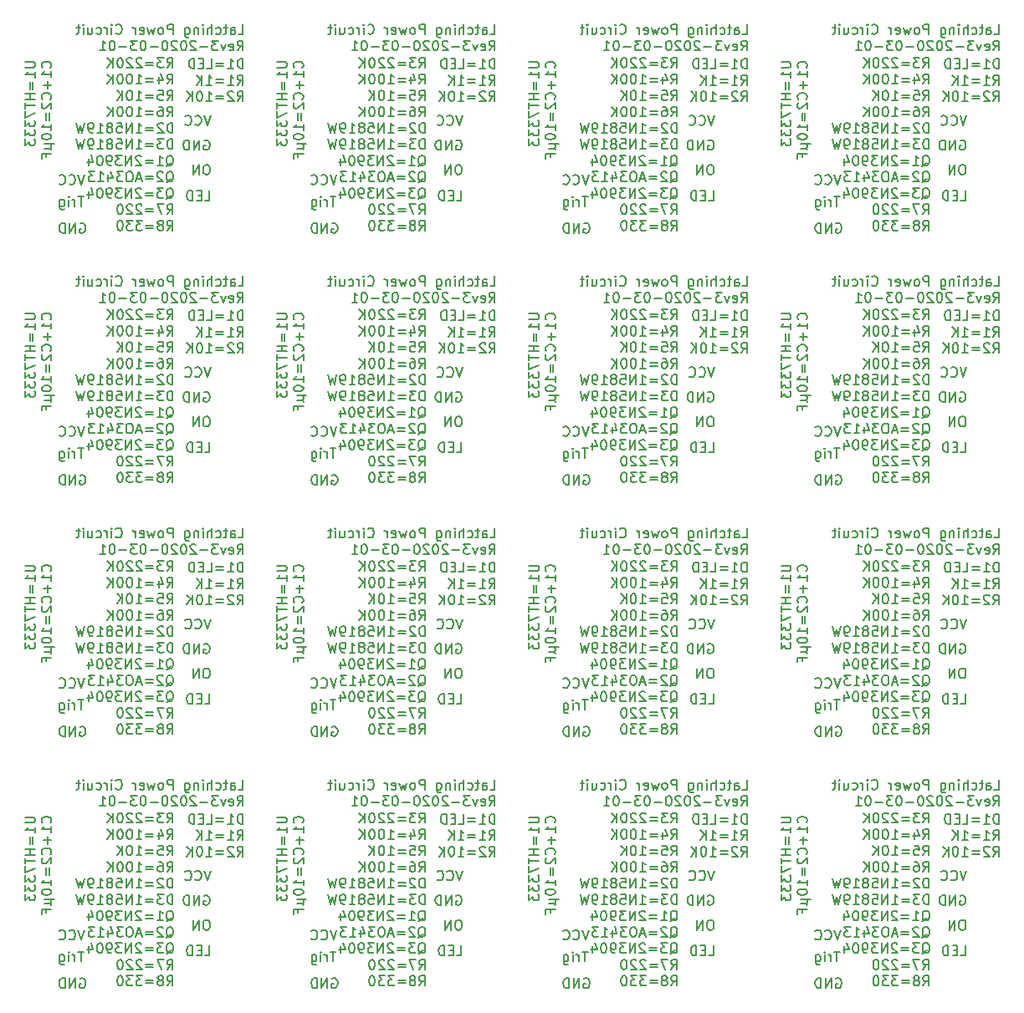
<source format=gbr>
G04 #@! TF.GenerationSoftware,KiCad,Pcbnew,(5.1.5)-3*
G04 #@! TF.CreationDate,2020-03-02T00:01:04+01:00*
G04 #@! TF.ProjectId,Powersavers,506f7765-7273-4617-9665-72732e6b6963,rev?*
G04 #@! TF.SameCoordinates,Original*
G04 #@! TF.FileFunction,Legend,Bot*
G04 #@! TF.FilePolarity,Positive*
%FSLAX46Y46*%
G04 Gerber Fmt 4.6, Leading zero omitted, Abs format (unit mm)*
G04 Created by KiCad (PCBNEW (5.1.5)-3) date 2020-03-02 00:01:04*
%MOMM*%
%LPD*%
G04 APERTURE LIST*
%ADD10C,0.150000*%
G04 APERTURE END LIST*
D10*
X125573928Y-121352380D02*
X125383452Y-121352380D01*
X125288214Y-121400000D01*
X125192976Y-121495238D01*
X125145357Y-121685714D01*
X125145357Y-122019047D01*
X125192976Y-122209523D01*
X125288214Y-122304761D01*
X125383452Y-122352380D01*
X125573928Y-122352380D01*
X125669166Y-122304761D01*
X125764404Y-122209523D01*
X125812023Y-122019047D01*
X125812023Y-121685714D01*
X125764404Y-121495238D01*
X125669166Y-121400000D01*
X125573928Y-121352380D01*
X124716785Y-122352380D02*
X124716785Y-121352380D01*
X124145357Y-122352380D01*
X124145357Y-121352380D01*
X100073928Y-121352380D02*
X99883452Y-121352380D01*
X99788214Y-121400000D01*
X99692976Y-121495238D01*
X99645357Y-121685714D01*
X99645357Y-122019047D01*
X99692976Y-122209523D01*
X99788214Y-122304761D01*
X99883452Y-122352380D01*
X100073928Y-122352380D01*
X100169166Y-122304761D01*
X100264404Y-122209523D01*
X100312023Y-122019047D01*
X100312023Y-121685714D01*
X100264404Y-121495238D01*
X100169166Y-121400000D01*
X100073928Y-121352380D01*
X99216785Y-122352380D02*
X99216785Y-121352380D01*
X98645357Y-122352380D01*
X98645357Y-121352380D01*
X74573928Y-121352380D02*
X74383452Y-121352380D01*
X74288214Y-121400000D01*
X74192976Y-121495238D01*
X74145357Y-121685714D01*
X74145357Y-122019047D01*
X74192976Y-122209523D01*
X74288214Y-122304761D01*
X74383452Y-122352380D01*
X74573928Y-122352380D01*
X74669166Y-122304761D01*
X74764404Y-122209523D01*
X74812023Y-122019047D01*
X74812023Y-121685714D01*
X74764404Y-121495238D01*
X74669166Y-121400000D01*
X74573928Y-121352380D01*
X73716785Y-122352380D02*
X73716785Y-121352380D01*
X73145357Y-122352380D01*
X73145357Y-121352380D01*
X49073928Y-121352380D02*
X48883452Y-121352380D01*
X48788214Y-121400000D01*
X48692976Y-121495238D01*
X48645357Y-121685714D01*
X48645357Y-122019047D01*
X48692976Y-122209523D01*
X48788214Y-122304761D01*
X48883452Y-122352380D01*
X49073928Y-122352380D01*
X49169166Y-122304761D01*
X49264404Y-122209523D01*
X49312023Y-122019047D01*
X49312023Y-121685714D01*
X49264404Y-121495238D01*
X49169166Y-121400000D01*
X49073928Y-121352380D01*
X48216785Y-122352380D02*
X48216785Y-121352380D01*
X47645357Y-122352380D01*
X47645357Y-121352380D01*
X125573928Y-95852380D02*
X125383452Y-95852380D01*
X125288214Y-95900000D01*
X125192976Y-95995238D01*
X125145357Y-96185714D01*
X125145357Y-96519047D01*
X125192976Y-96709523D01*
X125288214Y-96804761D01*
X125383452Y-96852380D01*
X125573928Y-96852380D01*
X125669166Y-96804761D01*
X125764404Y-96709523D01*
X125812023Y-96519047D01*
X125812023Y-96185714D01*
X125764404Y-95995238D01*
X125669166Y-95900000D01*
X125573928Y-95852380D01*
X124716785Y-96852380D02*
X124716785Y-95852380D01*
X124145357Y-96852380D01*
X124145357Y-95852380D01*
X100073928Y-95852380D02*
X99883452Y-95852380D01*
X99788214Y-95900000D01*
X99692976Y-95995238D01*
X99645357Y-96185714D01*
X99645357Y-96519047D01*
X99692976Y-96709523D01*
X99788214Y-96804761D01*
X99883452Y-96852380D01*
X100073928Y-96852380D01*
X100169166Y-96804761D01*
X100264404Y-96709523D01*
X100312023Y-96519047D01*
X100312023Y-96185714D01*
X100264404Y-95995238D01*
X100169166Y-95900000D01*
X100073928Y-95852380D01*
X99216785Y-96852380D02*
X99216785Y-95852380D01*
X98645357Y-96852380D01*
X98645357Y-95852380D01*
X74573928Y-95852380D02*
X74383452Y-95852380D01*
X74288214Y-95900000D01*
X74192976Y-95995238D01*
X74145357Y-96185714D01*
X74145357Y-96519047D01*
X74192976Y-96709523D01*
X74288214Y-96804761D01*
X74383452Y-96852380D01*
X74573928Y-96852380D01*
X74669166Y-96804761D01*
X74764404Y-96709523D01*
X74812023Y-96519047D01*
X74812023Y-96185714D01*
X74764404Y-95995238D01*
X74669166Y-95900000D01*
X74573928Y-95852380D01*
X73716785Y-96852380D02*
X73716785Y-95852380D01*
X73145357Y-96852380D01*
X73145357Y-95852380D01*
X49073928Y-95852380D02*
X48883452Y-95852380D01*
X48788214Y-95900000D01*
X48692976Y-95995238D01*
X48645357Y-96185714D01*
X48645357Y-96519047D01*
X48692976Y-96709523D01*
X48788214Y-96804761D01*
X48883452Y-96852380D01*
X49073928Y-96852380D01*
X49169166Y-96804761D01*
X49264404Y-96709523D01*
X49312023Y-96519047D01*
X49312023Y-96185714D01*
X49264404Y-95995238D01*
X49169166Y-95900000D01*
X49073928Y-95852380D01*
X48216785Y-96852380D02*
X48216785Y-95852380D01*
X47645357Y-96852380D01*
X47645357Y-95852380D01*
X125573928Y-70352380D02*
X125383452Y-70352380D01*
X125288214Y-70400000D01*
X125192976Y-70495238D01*
X125145357Y-70685714D01*
X125145357Y-71019047D01*
X125192976Y-71209523D01*
X125288214Y-71304761D01*
X125383452Y-71352380D01*
X125573928Y-71352380D01*
X125669166Y-71304761D01*
X125764404Y-71209523D01*
X125812023Y-71019047D01*
X125812023Y-70685714D01*
X125764404Y-70495238D01*
X125669166Y-70400000D01*
X125573928Y-70352380D01*
X124716785Y-71352380D02*
X124716785Y-70352380D01*
X124145357Y-71352380D01*
X124145357Y-70352380D01*
X100073928Y-70352380D02*
X99883452Y-70352380D01*
X99788214Y-70400000D01*
X99692976Y-70495238D01*
X99645357Y-70685714D01*
X99645357Y-71019047D01*
X99692976Y-71209523D01*
X99788214Y-71304761D01*
X99883452Y-71352380D01*
X100073928Y-71352380D01*
X100169166Y-71304761D01*
X100264404Y-71209523D01*
X100312023Y-71019047D01*
X100312023Y-70685714D01*
X100264404Y-70495238D01*
X100169166Y-70400000D01*
X100073928Y-70352380D01*
X99216785Y-71352380D02*
X99216785Y-70352380D01*
X98645357Y-71352380D01*
X98645357Y-70352380D01*
X74573928Y-70352380D02*
X74383452Y-70352380D01*
X74288214Y-70400000D01*
X74192976Y-70495238D01*
X74145357Y-70685714D01*
X74145357Y-71019047D01*
X74192976Y-71209523D01*
X74288214Y-71304761D01*
X74383452Y-71352380D01*
X74573928Y-71352380D01*
X74669166Y-71304761D01*
X74764404Y-71209523D01*
X74812023Y-71019047D01*
X74812023Y-70685714D01*
X74764404Y-70495238D01*
X74669166Y-70400000D01*
X74573928Y-70352380D01*
X73716785Y-71352380D02*
X73716785Y-70352380D01*
X73145357Y-71352380D01*
X73145357Y-70352380D01*
X49073928Y-70352380D02*
X48883452Y-70352380D01*
X48788214Y-70400000D01*
X48692976Y-70495238D01*
X48645357Y-70685714D01*
X48645357Y-71019047D01*
X48692976Y-71209523D01*
X48788214Y-71304761D01*
X48883452Y-71352380D01*
X49073928Y-71352380D01*
X49169166Y-71304761D01*
X49264404Y-71209523D01*
X49312023Y-71019047D01*
X49312023Y-70685714D01*
X49264404Y-70495238D01*
X49169166Y-70400000D01*
X49073928Y-70352380D01*
X48216785Y-71352380D02*
X48216785Y-70352380D01*
X47645357Y-71352380D01*
X47645357Y-70352380D01*
X125573928Y-44852380D02*
X125383452Y-44852380D01*
X125288214Y-44900000D01*
X125192976Y-44995238D01*
X125145357Y-45185714D01*
X125145357Y-45519047D01*
X125192976Y-45709523D01*
X125288214Y-45804761D01*
X125383452Y-45852380D01*
X125573928Y-45852380D01*
X125669166Y-45804761D01*
X125764404Y-45709523D01*
X125812023Y-45519047D01*
X125812023Y-45185714D01*
X125764404Y-44995238D01*
X125669166Y-44900000D01*
X125573928Y-44852380D01*
X124716785Y-45852380D02*
X124716785Y-44852380D01*
X124145357Y-45852380D01*
X124145357Y-44852380D01*
X100073928Y-44852380D02*
X99883452Y-44852380D01*
X99788214Y-44900000D01*
X99692976Y-44995238D01*
X99645357Y-45185714D01*
X99645357Y-45519047D01*
X99692976Y-45709523D01*
X99788214Y-45804761D01*
X99883452Y-45852380D01*
X100073928Y-45852380D01*
X100169166Y-45804761D01*
X100264404Y-45709523D01*
X100312023Y-45519047D01*
X100312023Y-45185714D01*
X100264404Y-44995238D01*
X100169166Y-44900000D01*
X100073928Y-44852380D01*
X99216785Y-45852380D02*
X99216785Y-44852380D01*
X98645357Y-45852380D01*
X98645357Y-44852380D01*
X74573928Y-44852380D02*
X74383452Y-44852380D01*
X74288214Y-44900000D01*
X74192976Y-44995238D01*
X74145357Y-45185714D01*
X74145357Y-45519047D01*
X74192976Y-45709523D01*
X74288214Y-45804761D01*
X74383452Y-45852380D01*
X74573928Y-45852380D01*
X74669166Y-45804761D01*
X74764404Y-45709523D01*
X74812023Y-45519047D01*
X74812023Y-45185714D01*
X74764404Y-44995238D01*
X74669166Y-44900000D01*
X74573928Y-44852380D01*
X73716785Y-45852380D02*
X73716785Y-44852380D01*
X73145357Y-45852380D01*
X73145357Y-44852380D01*
X125240595Y-118900000D02*
X125335833Y-118852380D01*
X125478690Y-118852380D01*
X125621547Y-118900000D01*
X125716785Y-118995238D01*
X125764404Y-119090476D01*
X125812023Y-119280952D01*
X125812023Y-119423809D01*
X125764404Y-119614285D01*
X125716785Y-119709523D01*
X125621547Y-119804761D01*
X125478690Y-119852380D01*
X125383452Y-119852380D01*
X125240595Y-119804761D01*
X125192976Y-119757142D01*
X125192976Y-119423809D01*
X125383452Y-119423809D01*
X124764404Y-119852380D02*
X124764404Y-118852380D01*
X124192976Y-119852380D01*
X124192976Y-118852380D01*
X123716785Y-119852380D02*
X123716785Y-118852380D01*
X123478690Y-118852380D01*
X123335833Y-118900000D01*
X123240595Y-118995238D01*
X123192976Y-119090476D01*
X123145357Y-119280952D01*
X123145357Y-119423809D01*
X123192976Y-119614285D01*
X123240595Y-119709523D01*
X123335833Y-119804761D01*
X123478690Y-119852380D01*
X123716785Y-119852380D01*
X99740595Y-118900000D02*
X99835833Y-118852380D01*
X99978690Y-118852380D01*
X100121547Y-118900000D01*
X100216785Y-118995238D01*
X100264404Y-119090476D01*
X100312023Y-119280952D01*
X100312023Y-119423809D01*
X100264404Y-119614285D01*
X100216785Y-119709523D01*
X100121547Y-119804761D01*
X99978690Y-119852380D01*
X99883452Y-119852380D01*
X99740595Y-119804761D01*
X99692976Y-119757142D01*
X99692976Y-119423809D01*
X99883452Y-119423809D01*
X99264404Y-119852380D02*
X99264404Y-118852380D01*
X98692976Y-119852380D01*
X98692976Y-118852380D01*
X98216785Y-119852380D02*
X98216785Y-118852380D01*
X97978690Y-118852380D01*
X97835833Y-118900000D01*
X97740595Y-118995238D01*
X97692976Y-119090476D01*
X97645357Y-119280952D01*
X97645357Y-119423809D01*
X97692976Y-119614285D01*
X97740595Y-119709523D01*
X97835833Y-119804761D01*
X97978690Y-119852380D01*
X98216785Y-119852380D01*
X74240595Y-118900000D02*
X74335833Y-118852380D01*
X74478690Y-118852380D01*
X74621547Y-118900000D01*
X74716785Y-118995238D01*
X74764404Y-119090476D01*
X74812023Y-119280952D01*
X74812023Y-119423809D01*
X74764404Y-119614285D01*
X74716785Y-119709523D01*
X74621547Y-119804761D01*
X74478690Y-119852380D01*
X74383452Y-119852380D01*
X74240595Y-119804761D01*
X74192976Y-119757142D01*
X74192976Y-119423809D01*
X74383452Y-119423809D01*
X73764404Y-119852380D02*
X73764404Y-118852380D01*
X73192976Y-119852380D01*
X73192976Y-118852380D01*
X72716785Y-119852380D02*
X72716785Y-118852380D01*
X72478690Y-118852380D01*
X72335833Y-118900000D01*
X72240595Y-118995238D01*
X72192976Y-119090476D01*
X72145357Y-119280952D01*
X72145357Y-119423809D01*
X72192976Y-119614285D01*
X72240595Y-119709523D01*
X72335833Y-119804761D01*
X72478690Y-119852380D01*
X72716785Y-119852380D01*
X48740595Y-118900000D02*
X48835833Y-118852380D01*
X48978690Y-118852380D01*
X49121547Y-118900000D01*
X49216785Y-118995238D01*
X49264404Y-119090476D01*
X49312023Y-119280952D01*
X49312023Y-119423809D01*
X49264404Y-119614285D01*
X49216785Y-119709523D01*
X49121547Y-119804761D01*
X48978690Y-119852380D01*
X48883452Y-119852380D01*
X48740595Y-119804761D01*
X48692976Y-119757142D01*
X48692976Y-119423809D01*
X48883452Y-119423809D01*
X48264404Y-119852380D02*
X48264404Y-118852380D01*
X47692976Y-119852380D01*
X47692976Y-118852380D01*
X47216785Y-119852380D02*
X47216785Y-118852380D01*
X46978690Y-118852380D01*
X46835833Y-118900000D01*
X46740595Y-118995238D01*
X46692976Y-119090476D01*
X46645357Y-119280952D01*
X46645357Y-119423809D01*
X46692976Y-119614285D01*
X46740595Y-119709523D01*
X46835833Y-119804761D01*
X46978690Y-119852380D01*
X47216785Y-119852380D01*
X125240595Y-93400000D02*
X125335833Y-93352380D01*
X125478690Y-93352380D01*
X125621547Y-93400000D01*
X125716785Y-93495238D01*
X125764404Y-93590476D01*
X125812023Y-93780952D01*
X125812023Y-93923809D01*
X125764404Y-94114285D01*
X125716785Y-94209523D01*
X125621547Y-94304761D01*
X125478690Y-94352380D01*
X125383452Y-94352380D01*
X125240595Y-94304761D01*
X125192976Y-94257142D01*
X125192976Y-93923809D01*
X125383452Y-93923809D01*
X124764404Y-94352380D02*
X124764404Y-93352380D01*
X124192976Y-94352380D01*
X124192976Y-93352380D01*
X123716785Y-94352380D02*
X123716785Y-93352380D01*
X123478690Y-93352380D01*
X123335833Y-93400000D01*
X123240595Y-93495238D01*
X123192976Y-93590476D01*
X123145357Y-93780952D01*
X123145357Y-93923809D01*
X123192976Y-94114285D01*
X123240595Y-94209523D01*
X123335833Y-94304761D01*
X123478690Y-94352380D01*
X123716785Y-94352380D01*
X99740595Y-93400000D02*
X99835833Y-93352380D01*
X99978690Y-93352380D01*
X100121547Y-93400000D01*
X100216785Y-93495238D01*
X100264404Y-93590476D01*
X100312023Y-93780952D01*
X100312023Y-93923809D01*
X100264404Y-94114285D01*
X100216785Y-94209523D01*
X100121547Y-94304761D01*
X99978690Y-94352380D01*
X99883452Y-94352380D01*
X99740595Y-94304761D01*
X99692976Y-94257142D01*
X99692976Y-93923809D01*
X99883452Y-93923809D01*
X99264404Y-94352380D02*
X99264404Y-93352380D01*
X98692976Y-94352380D01*
X98692976Y-93352380D01*
X98216785Y-94352380D02*
X98216785Y-93352380D01*
X97978690Y-93352380D01*
X97835833Y-93400000D01*
X97740595Y-93495238D01*
X97692976Y-93590476D01*
X97645357Y-93780952D01*
X97645357Y-93923809D01*
X97692976Y-94114285D01*
X97740595Y-94209523D01*
X97835833Y-94304761D01*
X97978690Y-94352380D01*
X98216785Y-94352380D01*
X74240595Y-93400000D02*
X74335833Y-93352380D01*
X74478690Y-93352380D01*
X74621547Y-93400000D01*
X74716785Y-93495238D01*
X74764404Y-93590476D01*
X74812023Y-93780952D01*
X74812023Y-93923809D01*
X74764404Y-94114285D01*
X74716785Y-94209523D01*
X74621547Y-94304761D01*
X74478690Y-94352380D01*
X74383452Y-94352380D01*
X74240595Y-94304761D01*
X74192976Y-94257142D01*
X74192976Y-93923809D01*
X74383452Y-93923809D01*
X73764404Y-94352380D02*
X73764404Y-93352380D01*
X73192976Y-94352380D01*
X73192976Y-93352380D01*
X72716785Y-94352380D02*
X72716785Y-93352380D01*
X72478690Y-93352380D01*
X72335833Y-93400000D01*
X72240595Y-93495238D01*
X72192976Y-93590476D01*
X72145357Y-93780952D01*
X72145357Y-93923809D01*
X72192976Y-94114285D01*
X72240595Y-94209523D01*
X72335833Y-94304761D01*
X72478690Y-94352380D01*
X72716785Y-94352380D01*
X48740595Y-93400000D02*
X48835833Y-93352380D01*
X48978690Y-93352380D01*
X49121547Y-93400000D01*
X49216785Y-93495238D01*
X49264404Y-93590476D01*
X49312023Y-93780952D01*
X49312023Y-93923809D01*
X49264404Y-94114285D01*
X49216785Y-94209523D01*
X49121547Y-94304761D01*
X48978690Y-94352380D01*
X48883452Y-94352380D01*
X48740595Y-94304761D01*
X48692976Y-94257142D01*
X48692976Y-93923809D01*
X48883452Y-93923809D01*
X48264404Y-94352380D02*
X48264404Y-93352380D01*
X47692976Y-94352380D01*
X47692976Y-93352380D01*
X47216785Y-94352380D02*
X47216785Y-93352380D01*
X46978690Y-93352380D01*
X46835833Y-93400000D01*
X46740595Y-93495238D01*
X46692976Y-93590476D01*
X46645357Y-93780952D01*
X46645357Y-93923809D01*
X46692976Y-94114285D01*
X46740595Y-94209523D01*
X46835833Y-94304761D01*
X46978690Y-94352380D01*
X47216785Y-94352380D01*
X125240595Y-67900000D02*
X125335833Y-67852380D01*
X125478690Y-67852380D01*
X125621547Y-67900000D01*
X125716785Y-67995238D01*
X125764404Y-68090476D01*
X125812023Y-68280952D01*
X125812023Y-68423809D01*
X125764404Y-68614285D01*
X125716785Y-68709523D01*
X125621547Y-68804761D01*
X125478690Y-68852380D01*
X125383452Y-68852380D01*
X125240595Y-68804761D01*
X125192976Y-68757142D01*
X125192976Y-68423809D01*
X125383452Y-68423809D01*
X124764404Y-68852380D02*
X124764404Y-67852380D01*
X124192976Y-68852380D01*
X124192976Y-67852380D01*
X123716785Y-68852380D02*
X123716785Y-67852380D01*
X123478690Y-67852380D01*
X123335833Y-67900000D01*
X123240595Y-67995238D01*
X123192976Y-68090476D01*
X123145357Y-68280952D01*
X123145357Y-68423809D01*
X123192976Y-68614285D01*
X123240595Y-68709523D01*
X123335833Y-68804761D01*
X123478690Y-68852380D01*
X123716785Y-68852380D01*
X99740595Y-67900000D02*
X99835833Y-67852380D01*
X99978690Y-67852380D01*
X100121547Y-67900000D01*
X100216785Y-67995238D01*
X100264404Y-68090476D01*
X100312023Y-68280952D01*
X100312023Y-68423809D01*
X100264404Y-68614285D01*
X100216785Y-68709523D01*
X100121547Y-68804761D01*
X99978690Y-68852380D01*
X99883452Y-68852380D01*
X99740595Y-68804761D01*
X99692976Y-68757142D01*
X99692976Y-68423809D01*
X99883452Y-68423809D01*
X99264404Y-68852380D02*
X99264404Y-67852380D01*
X98692976Y-68852380D01*
X98692976Y-67852380D01*
X98216785Y-68852380D02*
X98216785Y-67852380D01*
X97978690Y-67852380D01*
X97835833Y-67900000D01*
X97740595Y-67995238D01*
X97692976Y-68090476D01*
X97645357Y-68280952D01*
X97645357Y-68423809D01*
X97692976Y-68614285D01*
X97740595Y-68709523D01*
X97835833Y-68804761D01*
X97978690Y-68852380D01*
X98216785Y-68852380D01*
X74240595Y-67900000D02*
X74335833Y-67852380D01*
X74478690Y-67852380D01*
X74621547Y-67900000D01*
X74716785Y-67995238D01*
X74764404Y-68090476D01*
X74812023Y-68280952D01*
X74812023Y-68423809D01*
X74764404Y-68614285D01*
X74716785Y-68709523D01*
X74621547Y-68804761D01*
X74478690Y-68852380D01*
X74383452Y-68852380D01*
X74240595Y-68804761D01*
X74192976Y-68757142D01*
X74192976Y-68423809D01*
X74383452Y-68423809D01*
X73764404Y-68852380D02*
X73764404Y-67852380D01*
X73192976Y-68852380D01*
X73192976Y-67852380D01*
X72716785Y-68852380D02*
X72716785Y-67852380D01*
X72478690Y-67852380D01*
X72335833Y-67900000D01*
X72240595Y-67995238D01*
X72192976Y-68090476D01*
X72145357Y-68280952D01*
X72145357Y-68423809D01*
X72192976Y-68614285D01*
X72240595Y-68709523D01*
X72335833Y-68804761D01*
X72478690Y-68852380D01*
X72716785Y-68852380D01*
X48740595Y-67900000D02*
X48835833Y-67852380D01*
X48978690Y-67852380D01*
X49121547Y-67900000D01*
X49216785Y-67995238D01*
X49264404Y-68090476D01*
X49312023Y-68280952D01*
X49312023Y-68423809D01*
X49264404Y-68614285D01*
X49216785Y-68709523D01*
X49121547Y-68804761D01*
X48978690Y-68852380D01*
X48883452Y-68852380D01*
X48740595Y-68804761D01*
X48692976Y-68757142D01*
X48692976Y-68423809D01*
X48883452Y-68423809D01*
X48264404Y-68852380D02*
X48264404Y-67852380D01*
X47692976Y-68852380D01*
X47692976Y-67852380D01*
X47216785Y-68852380D02*
X47216785Y-67852380D01*
X46978690Y-67852380D01*
X46835833Y-67900000D01*
X46740595Y-67995238D01*
X46692976Y-68090476D01*
X46645357Y-68280952D01*
X46645357Y-68423809D01*
X46692976Y-68614285D01*
X46740595Y-68709523D01*
X46835833Y-68804761D01*
X46978690Y-68852380D01*
X47216785Y-68852380D01*
X125240595Y-42400000D02*
X125335833Y-42352380D01*
X125478690Y-42352380D01*
X125621547Y-42400000D01*
X125716785Y-42495238D01*
X125764404Y-42590476D01*
X125812023Y-42780952D01*
X125812023Y-42923809D01*
X125764404Y-43114285D01*
X125716785Y-43209523D01*
X125621547Y-43304761D01*
X125478690Y-43352380D01*
X125383452Y-43352380D01*
X125240595Y-43304761D01*
X125192976Y-43257142D01*
X125192976Y-42923809D01*
X125383452Y-42923809D01*
X124764404Y-43352380D02*
X124764404Y-42352380D01*
X124192976Y-43352380D01*
X124192976Y-42352380D01*
X123716785Y-43352380D02*
X123716785Y-42352380D01*
X123478690Y-42352380D01*
X123335833Y-42400000D01*
X123240595Y-42495238D01*
X123192976Y-42590476D01*
X123145357Y-42780952D01*
X123145357Y-42923809D01*
X123192976Y-43114285D01*
X123240595Y-43209523D01*
X123335833Y-43304761D01*
X123478690Y-43352380D01*
X123716785Y-43352380D01*
X99740595Y-42400000D02*
X99835833Y-42352380D01*
X99978690Y-42352380D01*
X100121547Y-42400000D01*
X100216785Y-42495238D01*
X100264404Y-42590476D01*
X100312023Y-42780952D01*
X100312023Y-42923809D01*
X100264404Y-43114285D01*
X100216785Y-43209523D01*
X100121547Y-43304761D01*
X99978690Y-43352380D01*
X99883452Y-43352380D01*
X99740595Y-43304761D01*
X99692976Y-43257142D01*
X99692976Y-42923809D01*
X99883452Y-42923809D01*
X99264404Y-43352380D02*
X99264404Y-42352380D01*
X98692976Y-43352380D01*
X98692976Y-42352380D01*
X98216785Y-43352380D02*
X98216785Y-42352380D01*
X97978690Y-42352380D01*
X97835833Y-42400000D01*
X97740595Y-42495238D01*
X97692976Y-42590476D01*
X97645357Y-42780952D01*
X97645357Y-42923809D01*
X97692976Y-43114285D01*
X97740595Y-43209523D01*
X97835833Y-43304761D01*
X97978690Y-43352380D01*
X98216785Y-43352380D01*
X74240595Y-42400000D02*
X74335833Y-42352380D01*
X74478690Y-42352380D01*
X74621547Y-42400000D01*
X74716785Y-42495238D01*
X74764404Y-42590476D01*
X74812023Y-42780952D01*
X74812023Y-42923809D01*
X74764404Y-43114285D01*
X74716785Y-43209523D01*
X74621547Y-43304761D01*
X74478690Y-43352380D01*
X74383452Y-43352380D01*
X74240595Y-43304761D01*
X74192976Y-43257142D01*
X74192976Y-42923809D01*
X74383452Y-42923809D01*
X73764404Y-43352380D02*
X73764404Y-42352380D01*
X73192976Y-43352380D01*
X73192976Y-42352380D01*
X72716785Y-43352380D02*
X72716785Y-42352380D01*
X72478690Y-42352380D01*
X72335833Y-42400000D01*
X72240595Y-42495238D01*
X72192976Y-42590476D01*
X72145357Y-42780952D01*
X72145357Y-42923809D01*
X72192976Y-43114285D01*
X72240595Y-43209523D01*
X72335833Y-43304761D01*
X72478690Y-43352380D01*
X72716785Y-43352380D01*
X113064166Y-124552380D02*
X112492738Y-124552380D01*
X112778452Y-125552380D02*
X112778452Y-124552380D01*
X112159404Y-125552380D02*
X112159404Y-124885714D01*
X112159404Y-125076190D02*
X112111785Y-124980952D01*
X112064166Y-124933333D01*
X111968928Y-124885714D01*
X111873690Y-124885714D01*
X111540357Y-125552380D02*
X111540357Y-124885714D01*
X111540357Y-124552380D02*
X111587976Y-124600000D01*
X111540357Y-124647619D01*
X111492738Y-124600000D01*
X111540357Y-124552380D01*
X111540357Y-124647619D01*
X110635595Y-124885714D02*
X110635595Y-125695238D01*
X110683214Y-125790476D01*
X110730833Y-125838095D01*
X110826071Y-125885714D01*
X110968928Y-125885714D01*
X111064166Y-125838095D01*
X110635595Y-125504761D02*
X110730833Y-125552380D01*
X110921309Y-125552380D01*
X111016547Y-125504761D01*
X111064166Y-125457142D01*
X111111785Y-125361904D01*
X111111785Y-125076190D01*
X111064166Y-124980952D01*
X111016547Y-124933333D01*
X110921309Y-124885714D01*
X110730833Y-124885714D01*
X110635595Y-124933333D01*
X87564166Y-124552380D02*
X86992738Y-124552380D01*
X87278452Y-125552380D02*
X87278452Y-124552380D01*
X86659404Y-125552380D02*
X86659404Y-124885714D01*
X86659404Y-125076190D02*
X86611785Y-124980952D01*
X86564166Y-124933333D01*
X86468928Y-124885714D01*
X86373690Y-124885714D01*
X86040357Y-125552380D02*
X86040357Y-124885714D01*
X86040357Y-124552380D02*
X86087976Y-124600000D01*
X86040357Y-124647619D01*
X85992738Y-124600000D01*
X86040357Y-124552380D01*
X86040357Y-124647619D01*
X85135595Y-124885714D02*
X85135595Y-125695238D01*
X85183214Y-125790476D01*
X85230833Y-125838095D01*
X85326071Y-125885714D01*
X85468928Y-125885714D01*
X85564166Y-125838095D01*
X85135595Y-125504761D02*
X85230833Y-125552380D01*
X85421309Y-125552380D01*
X85516547Y-125504761D01*
X85564166Y-125457142D01*
X85611785Y-125361904D01*
X85611785Y-125076190D01*
X85564166Y-124980952D01*
X85516547Y-124933333D01*
X85421309Y-124885714D01*
X85230833Y-124885714D01*
X85135595Y-124933333D01*
X62064166Y-124552380D02*
X61492738Y-124552380D01*
X61778452Y-125552380D02*
X61778452Y-124552380D01*
X61159404Y-125552380D02*
X61159404Y-124885714D01*
X61159404Y-125076190D02*
X61111785Y-124980952D01*
X61064166Y-124933333D01*
X60968928Y-124885714D01*
X60873690Y-124885714D01*
X60540357Y-125552380D02*
X60540357Y-124885714D01*
X60540357Y-124552380D02*
X60587976Y-124600000D01*
X60540357Y-124647619D01*
X60492738Y-124600000D01*
X60540357Y-124552380D01*
X60540357Y-124647619D01*
X59635595Y-124885714D02*
X59635595Y-125695238D01*
X59683214Y-125790476D01*
X59730833Y-125838095D01*
X59826071Y-125885714D01*
X59968928Y-125885714D01*
X60064166Y-125838095D01*
X59635595Y-125504761D02*
X59730833Y-125552380D01*
X59921309Y-125552380D01*
X60016547Y-125504761D01*
X60064166Y-125457142D01*
X60111785Y-125361904D01*
X60111785Y-125076190D01*
X60064166Y-124980952D01*
X60016547Y-124933333D01*
X59921309Y-124885714D01*
X59730833Y-124885714D01*
X59635595Y-124933333D01*
X36564166Y-124552380D02*
X35992738Y-124552380D01*
X36278452Y-125552380D02*
X36278452Y-124552380D01*
X35659404Y-125552380D02*
X35659404Y-124885714D01*
X35659404Y-125076190D02*
X35611785Y-124980952D01*
X35564166Y-124933333D01*
X35468928Y-124885714D01*
X35373690Y-124885714D01*
X35040357Y-125552380D02*
X35040357Y-124885714D01*
X35040357Y-124552380D02*
X35087976Y-124600000D01*
X35040357Y-124647619D01*
X34992738Y-124600000D01*
X35040357Y-124552380D01*
X35040357Y-124647619D01*
X34135595Y-124885714D02*
X34135595Y-125695238D01*
X34183214Y-125790476D01*
X34230833Y-125838095D01*
X34326071Y-125885714D01*
X34468928Y-125885714D01*
X34564166Y-125838095D01*
X34135595Y-125504761D02*
X34230833Y-125552380D01*
X34421309Y-125552380D01*
X34516547Y-125504761D01*
X34564166Y-125457142D01*
X34611785Y-125361904D01*
X34611785Y-125076190D01*
X34564166Y-124980952D01*
X34516547Y-124933333D01*
X34421309Y-124885714D01*
X34230833Y-124885714D01*
X34135595Y-124933333D01*
X113064166Y-99052380D02*
X112492738Y-99052380D01*
X112778452Y-100052380D02*
X112778452Y-99052380D01*
X112159404Y-100052380D02*
X112159404Y-99385714D01*
X112159404Y-99576190D02*
X112111785Y-99480952D01*
X112064166Y-99433333D01*
X111968928Y-99385714D01*
X111873690Y-99385714D01*
X111540357Y-100052380D02*
X111540357Y-99385714D01*
X111540357Y-99052380D02*
X111587976Y-99100000D01*
X111540357Y-99147619D01*
X111492738Y-99100000D01*
X111540357Y-99052380D01*
X111540357Y-99147619D01*
X110635595Y-99385714D02*
X110635595Y-100195238D01*
X110683214Y-100290476D01*
X110730833Y-100338095D01*
X110826071Y-100385714D01*
X110968928Y-100385714D01*
X111064166Y-100338095D01*
X110635595Y-100004761D02*
X110730833Y-100052380D01*
X110921309Y-100052380D01*
X111016547Y-100004761D01*
X111064166Y-99957142D01*
X111111785Y-99861904D01*
X111111785Y-99576190D01*
X111064166Y-99480952D01*
X111016547Y-99433333D01*
X110921309Y-99385714D01*
X110730833Y-99385714D01*
X110635595Y-99433333D01*
X87564166Y-99052380D02*
X86992738Y-99052380D01*
X87278452Y-100052380D02*
X87278452Y-99052380D01*
X86659404Y-100052380D02*
X86659404Y-99385714D01*
X86659404Y-99576190D02*
X86611785Y-99480952D01*
X86564166Y-99433333D01*
X86468928Y-99385714D01*
X86373690Y-99385714D01*
X86040357Y-100052380D02*
X86040357Y-99385714D01*
X86040357Y-99052380D02*
X86087976Y-99100000D01*
X86040357Y-99147619D01*
X85992738Y-99100000D01*
X86040357Y-99052380D01*
X86040357Y-99147619D01*
X85135595Y-99385714D02*
X85135595Y-100195238D01*
X85183214Y-100290476D01*
X85230833Y-100338095D01*
X85326071Y-100385714D01*
X85468928Y-100385714D01*
X85564166Y-100338095D01*
X85135595Y-100004761D02*
X85230833Y-100052380D01*
X85421309Y-100052380D01*
X85516547Y-100004761D01*
X85564166Y-99957142D01*
X85611785Y-99861904D01*
X85611785Y-99576190D01*
X85564166Y-99480952D01*
X85516547Y-99433333D01*
X85421309Y-99385714D01*
X85230833Y-99385714D01*
X85135595Y-99433333D01*
X62064166Y-99052380D02*
X61492738Y-99052380D01*
X61778452Y-100052380D02*
X61778452Y-99052380D01*
X61159404Y-100052380D02*
X61159404Y-99385714D01*
X61159404Y-99576190D02*
X61111785Y-99480952D01*
X61064166Y-99433333D01*
X60968928Y-99385714D01*
X60873690Y-99385714D01*
X60540357Y-100052380D02*
X60540357Y-99385714D01*
X60540357Y-99052380D02*
X60587976Y-99100000D01*
X60540357Y-99147619D01*
X60492738Y-99100000D01*
X60540357Y-99052380D01*
X60540357Y-99147619D01*
X59635595Y-99385714D02*
X59635595Y-100195238D01*
X59683214Y-100290476D01*
X59730833Y-100338095D01*
X59826071Y-100385714D01*
X59968928Y-100385714D01*
X60064166Y-100338095D01*
X59635595Y-100004761D02*
X59730833Y-100052380D01*
X59921309Y-100052380D01*
X60016547Y-100004761D01*
X60064166Y-99957142D01*
X60111785Y-99861904D01*
X60111785Y-99576190D01*
X60064166Y-99480952D01*
X60016547Y-99433333D01*
X59921309Y-99385714D01*
X59730833Y-99385714D01*
X59635595Y-99433333D01*
X36564166Y-99052380D02*
X35992738Y-99052380D01*
X36278452Y-100052380D02*
X36278452Y-99052380D01*
X35659404Y-100052380D02*
X35659404Y-99385714D01*
X35659404Y-99576190D02*
X35611785Y-99480952D01*
X35564166Y-99433333D01*
X35468928Y-99385714D01*
X35373690Y-99385714D01*
X35040357Y-100052380D02*
X35040357Y-99385714D01*
X35040357Y-99052380D02*
X35087976Y-99100000D01*
X35040357Y-99147619D01*
X34992738Y-99100000D01*
X35040357Y-99052380D01*
X35040357Y-99147619D01*
X34135595Y-99385714D02*
X34135595Y-100195238D01*
X34183214Y-100290476D01*
X34230833Y-100338095D01*
X34326071Y-100385714D01*
X34468928Y-100385714D01*
X34564166Y-100338095D01*
X34135595Y-100004761D02*
X34230833Y-100052380D01*
X34421309Y-100052380D01*
X34516547Y-100004761D01*
X34564166Y-99957142D01*
X34611785Y-99861904D01*
X34611785Y-99576190D01*
X34564166Y-99480952D01*
X34516547Y-99433333D01*
X34421309Y-99385714D01*
X34230833Y-99385714D01*
X34135595Y-99433333D01*
X113064166Y-73552380D02*
X112492738Y-73552380D01*
X112778452Y-74552380D02*
X112778452Y-73552380D01*
X112159404Y-74552380D02*
X112159404Y-73885714D01*
X112159404Y-74076190D02*
X112111785Y-73980952D01*
X112064166Y-73933333D01*
X111968928Y-73885714D01*
X111873690Y-73885714D01*
X111540357Y-74552380D02*
X111540357Y-73885714D01*
X111540357Y-73552380D02*
X111587976Y-73600000D01*
X111540357Y-73647619D01*
X111492738Y-73600000D01*
X111540357Y-73552380D01*
X111540357Y-73647619D01*
X110635595Y-73885714D02*
X110635595Y-74695238D01*
X110683214Y-74790476D01*
X110730833Y-74838095D01*
X110826071Y-74885714D01*
X110968928Y-74885714D01*
X111064166Y-74838095D01*
X110635595Y-74504761D02*
X110730833Y-74552380D01*
X110921309Y-74552380D01*
X111016547Y-74504761D01*
X111064166Y-74457142D01*
X111111785Y-74361904D01*
X111111785Y-74076190D01*
X111064166Y-73980952D01*
X111016547Y-73933333D01*
X110921309Y-73885714D01*
X110730833Y-73885714D01*
X110635595Y-73933333D01*
X87564166Y-73552380D02*
X86992738Y-73552380D01*
X87278452Y-74552380D02*
X87278452Y-73552380D01*
X86659404Y-74552380D02*
X86659404Y-73885714D01*
X86659404Y-74076190D02*
X86611785Y-73980952D01*
X86564166Y-73933333D01*
X86468928Y-73885714D01*
X86373690Y-73885714D01*
X86040357Y-74552380D02*
X86040357Y-73885714D01*
X86040357Y-73552380D02*
X86087976Y-73600000D01*
X86040357Y-73647619D01*
X85992738Y-73600000D01*
X86040357Y-73552380D01*
X86040357Y-73647619D01*
X85135595Y-73885714D02*
X85135595Y-74695238D01*
X85183214Y-74790476D01*
X85230833Y-74838095D01*
X85326071Y-74885714D01*
X85468928Y-74885714D01*
X85564166Y-74838095D01*
X85135595Y-74504761D02*
X85230833Y-74552380D01*
X85421309Y-74552380D01*
X85516547Y-74504761D01*
X85564166Y-74457142D01*
X85611785Y-74361904D01*
X85611785Y-74076190D01*
X85564166Y-73980952D01*
X85516547Y-73933333D01*
X85421309Y-73885714D01*
X85230833Y-73885714D01*
X85135595Y-73933333D01*
X62064166Y-73552380D02*
X61492738Y-73552380D01*
X61778452Y-74552380D02*
X61778452Y-73552380D01*
X61159404Y-74552380D02*
X61159404Y-73885714D01*
X61159404Y-74076190D02*
X61111785Y-73980952D01*
X61064166Y-73933333D01*
X60968928Y-73885714D01*
X60873690Y-73885714D01*
X60540357Y-74552380D02*
X60540357Y-73885714D01*
X60540357Y-73552380D02*
X60587976Y-73600000D01*
X60540357Y-73647619D01*
X60492738Y-73600000D01*
X60540357Y-73552380D01*
X60540357Y-73647619D01*
X59635595Y-73885714D02*
X59635595Y-74695238D01*
X59683214Y-74790476D01*
X59730833Y-74838095D01*
X59826071Y-74885714D01*
X59968928Y-74885714D01*
X60064166Y-74838095D01*
X59635595Y-74504761D02*
X59730833Y-74552380D01*
X59921309Y-74552380D01*
X60016547Y-74504761D01*
X60064166Y-74457142D01*
X60111785Y-74361904D01*
X60111785Y-74076190D01*
X60064166Y-73980952D01*
X60016547Y-73933333D01*
X59921309Y-73885714D01*
X59730833Y-73885714D01*
X59635595Y-73933333D01*
X36564166Y-73552380D02*
X35992738Y-73552380D01*
X36278452Y-74552380D02*
X36278452Y-73552380D01*
X35659404Y-74552380D02*
X35659404Y-73885714D01*
X35659404Y-74076190D02*
X35611785Y-73980952D01*
X35564166Y-73933333D01*
X35468928Y-73885714D01*
X35373690Y-73885714D01*
X35040357Y-74552380D02*
X35040357Y-73885714D01*
X35040357Y-73552380D02*
X35087976Y-73600000D01*
X35040357Y-73647619D01*
X34992738Y-73600000D01*
X35040357Y-73552380D01*
X35040357Y-73647619D01*
X34135595Y-73885714D02*
X34135595Y-74695238D01*
X34183214Y-74790476D01*
X34230833Y-74838095D01*
X34326071Y-74885714D01*
X34468928Y-74885714D01*
X34564166Y-74838095D01*
X34135595Y-74504761D02*
X34230833Y-74552380D01*
X34421309Y-74552380D01*
X34516547Y-74504761D01*
X34564166Y-74457142D01*
X34611785Y-74361904D01*
X34611785Y-74076190D01*
X34564166Y-73980952D01*
X34516547Y-73933333D01*
X34421309Y-73885714D01*
X34230833Y-73885714D01*
X34135595Y-73933333D01*
X113064166Y-48052380D02*
X112492738Y-48052380D01*
X112778452Y-49052380D02*
X112778452Y-48052380D01*
X112159404Y-49052380D02*
X112159404Y-48385714D01*
X112159404Y-48576190D02*
X112111785Y-48480952D01*
X112064166Y-48433333D01*
X111968928Y-48385714D01*
X111873690Y-48385714D01*
X111540357Y-49052380D02*
X111540357Y-48385714D01*
X111540357Y-48052380D02*
X111587976Y-48100000D01*
X111540357Y-48147619D01*
X111492738Y-48100000D01*
X111540357Y-48052380D01*
X111540357Y-48147619D01*
X110635595Y-48385714D02*
X110635595Y-49195238D01*
X110683214Y-49290476D01*
X110730833Y-49338095D01*
X110826071Y-49385714D01*
X110968928Y-49385714D01*
X111064166Y-49338095D01*
X110635595Y-49004761D02*
X110730833Y-49052380D01*
X110921309Y-49052380D01*
X111016547Y-49004761D01*
X111064166Y-48957142D01*
X111111785Y-48861904D01*
X111111785Y-48576190D01*
X111064166Y-48480952D01*
X111016547Y-48433333D01*
X110921309Y-48385714D01*
X110730833Y-48385714D01*
X110635595Y-48433333D01*
X87564166Y-48052380D02*
X86992738Y-48052380D01*
X87278452Y-49052380D02*
X87278452Y-48052380D01*
X86659404Y-49052380D02*
X86659404Y-48385714D01*
X86659404Y-48576190D02*
X86611785Y-48480952D01*
X86564166Y-48433333D01*
X86468928Y-48385714D01*
X86373690Y-48385714D01*
X86040357Y-49052380D02*
X86040357Y-48385714D01*
X86040357Y-48052380D02*
X86087976Y-48100000D01*
X86040357Y-48147619D01*
X85992738Y-48100000D01*
X86040357Y-48052380D01*
X86040357Y-48147619D01*
X85135595Y-48385714D02*
X85135595Y-49195238D01*
X85183214Y-49290476D01*
X85230833Y-49338095D01*
X85326071Y-49385714D01*
X85468928Y-49385714D01*
X85564166Y-49338095D01*
X85135595Y-49004761D02*
X85230833Y-49052380D01*
X85421309Y-49052380D01*
X85516547Y-49004761D01*
X85564166Y-48957142D01*
X85611785Y-48861904D01*
X85611785Y-48576190D01*
X85564166Y-48480952D01*
X85516547Y-48433333D01*
X85421309Y-48385714D01*
X85230833Y-48385714D01*
X85135595Y-48433333D01*
X62064166Y-48052380D02*
X61492738Y-48052380D01*
X61778452Y-49052380D02*
X61778452Y-48052380D01*
X61159404Y-49052380D02*
X61159404Y-48385714D01*
X61159404Y-48576190D02*
X61111785Y-48480952D01*
X61064166Y-48433333D01*
X60968928Y-48385714D01*
X60873690Y-48385714D01*
X60540357Y-49052380D02*
X60540357Y-48385714D01*
X60540357Y-48052380D02*
X60587976Y-48100000D01*
X60540357Y-48147619D01*
X60492738Y-48100000D01*
X60540357Y-48052380D01*
X60540357Y-48147619D01*
X59635595Y-48385714D02*
X59635595Y-49195238D01*
X59683214Y-49290476D01*
X59730833Y-49338095D01*
X59826071Y-49385714D01*
X59968928Y-49385714D01*
X60064166Y-49338095D01*
X59635595Y-49004761D02*
X59730833Y-49052380D01*
X59921309Y-49052380D01*
X60016547Y-49004761D01*
X60064166Y-48957142D01*
X60111785Y-48861904D01*
X60111785Y-48576190D01*
X60064166Y-48480952D01*
X60016547Y-48433333D01*
X59921309Y-48385714D01*
X59730833Y-48385714D01*
X59635595Y-48433333D01*
X125288214Y-124952380D02*
X125764404Y-124952380D01*
X125764404Y-123952380D01*
X124954880Y-124428571D02*
X124621547Y-124428571D01*
X124478690Y-124952380D02*
X124954880Y-124952380D01*
X124954880Y-123952380D01*
X124478690Y-123952380D01*
X124050119Y-124952380D02*
X124050119Y-123952380D01*
X123812023Y-123952380D01*
X123669166Y-124000000D01*
X123573928Y-124095238D01*
X123526309Y-124190476D01*
X123478690Y-124380952D01*
X123478690Y-124523809D01*
X123526309Y-124714285D01*
X123573928Y-124809523D01*
X123669166Y-124904761D01*
X123812023Y-124952380D01*
X124050119Y-124952380D01*
X99788214Y-124952380D02*
X100264404Y-124952380D01*
X100264404Y-123952380D01*
X99454880Y-124428571D02*
X99121547Y-124428571D01*
X98978690Y-124952380D02*
X99454880Y-124952380D01*
X99454880Y-123952380D01*
X98978690Y-123952380D01*
X98550119Y-124952380D02*
X98550119Y-123952380D01*
X98312023Y-123952380D01*
X98169166Y-124000000D01*
X98073928Y-124095238D01*
X98026309Y-124190476D01*
X97978690Y-124380952D01*
X97978690Y-124523809D01*
X98026309Y-124714285D01*
X98073928Y-124809523D01*
X98169166Y-124904761D01*
X98312023Y-124952380D01*
X98550119Y-124952380D01*
X74288214Y-124952380D02*
X74764404Y-124952380D01*
X74764404Y-123952380D01*
X73954880Y-124428571D02*
X73621547Y-124428571D01*
X73478690Y-124952380D02*
X73954880Y-124952380D01*
X73954880Y-123952380D01*
X73478690Y-123952380D01*
X73050119Y-124952380D02*
X73050119Y-123952380D01*
X72812023Y-123952380D01*
X72669166Y-124000000D01*
X72573928Y-124095238D01*
X72526309Y-124190476D01*
X72478690Y-124380952D01*
X72478690Y-124523809D01*
X72526309Y-124714285D01*
X72573928Y-124809523D01*
X72669166Y-124904761D01*
X72812023Y-124952380D01*
X73050119Y-124952380D01*
X48788214Y-124952380D02*
X49264404Y-124952380D01*
X49264404Y-123952380D01*
X48454880Y-124428571D02*
X48121547Y-124428571D01*
X47978690Y-124952380D02*
X48454880Y-124952380D01*
X48454880Y-123952380D01*
X47978690Y-123952380D01*
X47550119Y-124952380D02*
X47550119Y-123952380D01*
X47312023Y-123952380D01*
X47169166Y-124000000D01*
X47073928Y-124095238D01*
X47026309Y-124190476D01*
X46978690Y-124380952D01*
X46978690Y-124523809D01*
X47026309Y-124714285D01*
X47073928Y-124809523D01*
X47169166Y-124904761D01*
X47312023Y-124952380D01*
X47550119Y-124952380D01*
X125288214Y-99452380D02*
X125764404Y-99452380D01*
X125764404Y-98452380D01*
X124954880Y-98928571D02*
X124621547Y-98928571D01*
X124478690Y-99452380D02*
X124954880Y-99452380D01*
X124954880Y-98452380D01*
X124478690Y-98452380D01*
X124050119Y-99452380D02*
X124050119Y-98452380D01*
X123812023Y-98452380D01*
X123669166Y-98500000D01*
X123573928Y-98595238D01*
X123526309Y-98690476D01*
X123478690Y-98880952D01*
X123478690Y-99023809D01*
X123526309Y-99214285D01*
X123573928Y-99309523D01*
X123669166Y-99404761D01*
X123812023Y-99452380D01*
X124050119Y-99452380D01*
X99788214Y-99452380D02*
X100264404Y-99452380D01*
X100264404Y-98452380D01*
X99454880Y-98928571D02*
X99121547Y-98928571D01*
X98978690Y-99452380D02*
X99454880Y-99452380D01*
X99454880Y-98452380D01*
X98978690Y-98452380D01*
X98550119Y-99452380D02*
X98550119Y-98452380D01*
X98312023Y-98452380D01*
X98169166Y-98500000D01*
X98073928Y-98595238D01*
X98026309Y-98690476D01*
X97978690Y-98880952D01*
X97978690Y-99023809D01*
X98026309Y-99214285D01*
X98073928Y-99309523D01*
X98169166Y-99404761D01*
X98312023Y-99452380D01*
X98550119Y-99452380D01*
X74288214Y-99452380D02*
X74764404Y-99452380D01*
X74764404Y-98452380D01*
X73954880Y-98928571D02*
X73621547Y-98928571D01*
X73478690Y-99452380D02*
X73954880Y-99452380D01*
X73954880Y-98452380D01*
X73478690Y-98452380D01*
X73050119Y-99452380D02*
X73050119Y-98452380D01*
X72812023Y-98452380D01*
X72669166Y-98500000D01*
X72573928Y-98595238D01*
X72526309Y-98690476D01*
X72478690Y-98880952D01*
X72478690Y-99023809D01*
X72526309Y-99214285D01*
X72573928Y-99309523D01*
X72669166Y-99404761D01*
X72812023Y-99452380D01*
X73050119Y-99452380D01*
X48788214Y-99452380D02*
X49264404Y-99452380D01*
X49264404Y-98452380D01*
X48454880Y-98928571D02*
X48121547Y-98928571D01*
X47978690Y-99452380D02*
X48454880Y-99452380D01*
X48454880Y-98452380D01*
X47978690Y-98452380D01*
X47550119Y-99452380D02*
X47550119Y-98452380D01*
X47312023Y-98452380D01*
X47169166Y-98500000D01*
X47073928Y-98595238D01*
X47026309Y-98690476D01*
X46978690Y-98880952D01*
X46978690Y-99023809D01*
X47026309Y-99214285D01*
X47073928Y-99309523D01*
X47169166Y-99404761D01*
X47312023Y-99452380D01*
X47550119Y-99452380D01*
X125288214Y-73952380D02*
X125764404Y-73952380D01*
X125764404Y-72952380D01*
X124954880Y-73428571D02*
X124621547Y-73428571D01*
X124478690Y-73952380D02*
X124954880Y-73952380D01*
X124954880Y-72952380D01*
X124478690Y-72952380D01*
X124050119Y-73952380D02*
X124050119Y-72952380D01*
X123812023Y-72952380D01*
X123669166Y-73000000D01*
X123573928Y-73095238D01*
X123526309Y-73190476D01*
X123478690Y-73380952D01*
X123478690Y-73523809D01*
X123526309Y-73714285D01*
X123573928Y-73809523D01*
X123669166Y-73904761D01*
X123812023Y-73952380D01*
X124050119Y-73952380D01*
X99788214Y-73952380D02*
X100264404Y-73952380D01*
X100264404Y-72952380D01*
X99454880Y-73428571D02*
X99121547Y-73428571D01*
X98978690Y-73952380D02*
X99454880Y-73952380D01*
X99454880Y-72952380D01*
X98978690Y-72952380D01*
X98550119Y-73952380D02*
X98550119Y-72952380D01*
X98312023Y-72952380D01*
X98169166Y-73000000D01*
X98073928Y-73095238D01*
X98026309Y-73190476D01*
X97978690Y-73380952D01*
X97978690Y-73523809D01*
X98026309Y-73714285D01*
X98073928Y-73809523D01*
X98169166Y-73904761D01*
X98312023Y-73952380D01*
X98550119Y-73952380D01*
X74288214Y-73952380D02*
X74764404Y-73952380D01*
X74764404Y-72952380D01*
X73954880Y-73428571D02*
X73621547Y-73428571D01*
X73478690Y-73952380D02*
X73954880Y-73952380D01*
X73954880Y-72952380D01*
X73478690Y-72952380D01*
X73050119Y-73952380D02*
X73050119Y-72952380D01*
X72812023Y-72952380D01*
X72669166Y-73000000D01*
X72573928Y-73095238D01*
X72526309Y-73190476D01*
X72478690Y-73380952D01*
X72478690Y-73523809D01*
X72526309Y-73714285D01*
X72573928Y-73809523D01*
X72669166Y-73904761D01*
X72812023Y-73952380D01*
X73050119Y-73952380D01*
X48788214Y-73952380D02*
X49264404Y-73952380D01*
X49264404Y-72952380D01*
X48454880Y-73428571D02*
X48121547Y-73428571D01*
X47978690Y-73952380D02*
X48454880Y-73952380D01*
X48454880Y-72952380D01*
X47978690Y-72952380D01*
X47550119Y-73952380D02*
X47550119Y-72952380D01*
X47312023Y-72952380D01*
X47169166Y-73000000D01*
X47073928Y-73095238D01*
X47026309Y-73190476D01*
X46978690Y-73380952D01*
X46978690Y-73523809D01*
X47026309Y-73714285D01*
X47073928Y-73809523D01*
X47169166Y-73904761D01*
X47312023Y-73952380D01*
X47550119Y-73952380D01*
X125288214Y-48452380D02*
X125764404Y-48452380D01*
X125764404Y-47452380D01*
X124954880Y-47928571D02*
X124621547Y-47928571D01*
X124478690Y-48452380D02*
X124954880Y-48452380D01*
X124954880Y-47452380D01*
X124478690Y-47452380D01*
X124050119Y-48452380D02*
X124050119Y-47452380D01*
X123812023Y-47452380D01*
X123669166Y-47500000D01*
X123573928Y-47595238D01*
X123526309Y-47690476D01*
X123478690Y-47880952D01*
X123478690Y-48023809D01*
X123526309Y-48214285D01*
X123573928Y-48309523D01*
X123669166Y-48404761D01*
X123812023Y-48452380D01*
X124050119Y-48452380D01*
X99788214Y-48452380D02*
X100264404Y-48452380D01*
X100264404Y-47452380D01*
X99454880Y-47928571D02*
X99121547Y-47928571D01*
X98978690Y-48452380D02*
X99454880Y-48452380D01*
X99454880Y-47452380D01*
X98978690Y-47452380D01*
X98550119Y-48452380D02*
X98550119Y-47452380D01*
X98312023Y-47452380D01*
X98169166Y-47500000D01*
X98073928Y-47595238D01*
X98026309Y-47690476D01*
X97978690Y-47880952D01*
X97978690Y-48023809D01*
X98026309Y-48214285D01*
X98073928Y-48309523D01*
X98169166Y-48404761D01*
X98312023Y-48452380D01*
X98550119Y-48452380D01*
X74288214Y-48452380D02*
X74764404Y-48452380D01*
X74764404Y-47452380D01*
X73954880Y-47928571D02*
X73621547Y-47928571D01*
X73478690Y-48452380D02*
X73954880Y-48452380D01*
X73954880Y-47452380D01*
X73478690Y-47452380D01*
X73050119Y-48452380D02*
X73050119Y-47452380D01*
X72812023Y-47452380D01*
X72669166Y-47500000D01*
X72573928Y-47595238D01*
X72526309Y-47690476D01*
X72478690Y-47880952D01*
X72478690Y-48023809D01*
X72526309Y-48214285D01*
X72573928Y-48309523D01*
X72669166Y-48404761D01*
X72812023Y-48452380D01*
X73050119Y-48452380D01*
X113159404Y-122352380D02*
X112826071Y-123352380D01*
X112492738Y-122352380D01*
X111587976Y-123257142D02*
X111635595Y-123304761D01*
X111778452Y-123352380D01*
X111873690Y-123352380D01*
X112016547Y-123304761D01*
X112111785Y-123209523D01*
X112159404Y-123114285D01*
X112207023Y-122923809D01*
X112207023Y-122780952D01*
X112159404Y-122590476D01*
X112111785Y-122495238D01*
X112016547Y-122400000D01*
X111873690Y-122352380D01*
X111778452Y-122352380D01*
X111635595Y-122400000D01*
X111587976Y-122447619D01*
X110587976Y-123257142D02*
X110635595Y-123304761D01*
X110778452Y-123352380D01*
X110873690Y-123352380D01*
X111016547Y-123304761D01*
X111111785Y-123209523D01*
X111159404Y-123114285D01*
X111207023Y-122923809D01*
X111207023Y-122780952D01*
X111159404Y-122590476D01*
X111111785Y-122495238D01*
X111016547Y-122400000D01*
X110873690Y-122352380D01*
X110778452Y-122352380D01*
X110635595Y-122400000D01*
X110587976Y-122447619D01*
X87659404Y-122352380D02*
X87326071Y-123352380D01*
X86992738Y-122352380D01*
X86087976Y-123257142D02*
X86135595Y-123304761D01*
X86278452Y-123352380D01*
X86373690Y-123352380D01*
X86516547Y-123304761D01*
X86611785Y-123209523D01*
X86659404Y-123114285D01*
X86707023Y-122923809D01*
X86707023Y-122780952D01*
X86659404Y-122590476D01*
X86611785Y-122495238D01*
X86516547Y-122400000D01*
X86373690Y-122352380D01*
X86278452Y-122352380D01*
X86135595Y-122400000D01*
X86087976Y-122447619D01*
X85087976Y-123257142D02*
X85135595Y-123304761D01*
X85278452Y-123352380D01*
X85373690Y-123352380D01*
X85516547Y-123304761D01*
X85611785Y-123209523D01*
X85659404Y-123114285D01*
X85707023Y-122923809D01*
X85707023Y-122780952D01*
X85659404Y-122590476D01*
X85611785Y-122495238D01*
X85516547Y-122400000D01*
X85373690Y-122352380D01*
X85278452Y-122352380D01*
X85135595Y-122400000D01*
X85087976Y-122447619D01*
X62159404Y-122352380D02*
X61826071Y-123352380D01*
X61492738Y-122352380D01*
X60587976Y-123257142D02*
X60635595Y-123304761D01*
X60778452Y-123352380D01*
X60873690Y-123352380D01*
X61016547Y-123304761D01*
X61111785Y-123209523D01*
X61159404Y-123114285D01*
X61207023Y-122923809D01*
X61207023Y-122780952D01*
X61159404Y-122590476D01*
X61111785Y-122495238D01*
X61016547Y-122400000D01*
X60873690Y-122352380D01*
X60778452Y-122352380D01*
X60635595Y-122400000D01*
X60587976Y-122447619D01*
X59587976Y-123257142D02*
X59635595Y-123304761D01*
X59778452Y-123352380D01*
X59873690Y-123352380D01*
X60016547Y-123304761D01*
X60111785Y-123209523D01*
X60159404Y-123114285D01*
X60207023Y-122923809D01*
X60207023Y-122780952D01*
X60159404Y-122590476D01*
X60111785Y-122495238D01*
X60016547Y-122400000D01*
X59873690Y-122352380D01*
X59778452Y-122352380D01*
X59635595Y-122400000D01*
X59587976Y-122447619D01*
X36659404Y-122352380D02*
X36326071Y-123352380D01*
X35992738Y-122352380D01*
X35087976Y-123257142D02*
X35135595Y-123304761D01*
X35278452Y-123352380D01*
X35373690Y-123352380D01*
X35516547Y-123304761D01*
X35611785Y-123209523D01*
X35659404Y-123114285D01*
X35707023Y-122923809D01*
X35707023Y-122780952D01*
X35659404Y-122590476D01*
X35611785Y-122495238D01*
X35516547Y-122400000D01*
X35373690Y-122352380D01*
X35278452Y-122352380D01*
X35135595Y-122400000D01*
X35087976Y-122447619D01*
X34087976Y-123257142D02*
X34135595Y-123304761D01*
X34278452Y-123352380D01*
X34373690Y-123352380D01*
X34516547Y-123304761D01*
X34611785Y-123209523D01*
X34659404Y-123114285D01*
X34707023Y-122923809D01*
X34707023Y-122780952D01*
X34659404Y-122590476D01*
X34611785Y-122495238D01*
X34516547Y-122400000D01*
X34373690Y-122352380D01*
X34278452Y-122352380D01*
X34135595Y-122400000D01*
X34087976Y-122447619D01*
X113159404Y-96852380D02*
X112826071Y-97852380D01*
X112492738Y-96852380D01*
X111587976Y-97757142D02*
X111635595Y-97804761D01*
X111778452Y-97852380D01*
X111873690Y-97852380D01*
X112016547Y-97804761D01*
X112111785Y-97709523D01*
X112159404Y-97614285D01*
X112207023Y-97423809D01*
X112207023Y-97280952D01*
X112159404Y-97090476D01*
X112111785Y-96995238D01*
X112016547Y-96900000D01*
X111873690Y-96852380D01*
X111778452Y-96852380D01*
X111635595Y-96900000D01*
X111587976Y-96947619D01*
X110587976Y-97757142D02*
X110635595Y-97804761D01*
X110778452Y-97852380D01*
X110873690Y-97852380D01*
X111016547Y-97804761D01*
X111111785Y-97709523D01*
X111159404Y-97614285D01*
X111207023Y-97423809D01*
X111207023Y-97280952D01*
X111159404Y-97090476D01*
X111111785Y-96995238D01*
X111016547Y-96900000D01*
X110873690Y-96852380D01*
X110778452Y-96852380D01*
X110635595Y-96900000D01*
X110587976Y-96947619D01*
X87659404Y-96852380D02*
X87326071Y-97852380D01*
X86992738Y-96852380D01*
X86087976Y-97757142D02*
X86135595Y-97804761D01*
X86278452Y-97852380D01*
X86373690Y-97852380D01*
X86516547Y-97804761D01*
X86611785Y-97709523D01*
X86659404Y-97614285D01*
X86707023Y-97423809D01*
X86707023Y-97280952D01*
X86659404Y-97090476D01*
X86611785Y-96995238D01*
X86516547Y-96900000D01*
X86373690Y-96852380D01*
X86278452Y-96852380D01*
X86135595Y-96900000D01*
X86087976Y-96947619D01*
X85087976Y-97757142D02*
X85135595Y-97804761D01*
X85278452Y-97852380D01*
X85373690Y-97852380D01*
X85516547Y-97804761D01*
X85611785Y-97709523D01*
X85659404Y-97614285D01*
X85707023Y-97423809D01*
X85707023Y-97280952D01*
X85659404Y-97090476D01*
X85611785Y-96995238D01*
X85516547Y-96900000D01*
X85373690Y-96852380D01*
X85278452Y-96852380D01*
X85135595Y-96900000D01*
X85087976Y-96947619D01*
X62159404Y-96852380D02*
X61826071Y-97852380D01*
X61492738Y-96852380D01*
X60587976Y-97757142D02*
X60635595Y-97804761D01*
X60778452Y-97852380D01*
X60873690Y-97852380D01*
X61016547Y-97804761D01*
X61111785Y-97709523D01*
X61159404Y-97614285D01*
X61207023Y-97423809D01*
X61207023Y-97280952D01*
X61159404Y-97090476D01*
X61111785Y-96995238D01*
X61016547Y-96900000D01*
X60873690Y-96852380D01*
X60778452Y-96852380D01*
X60635595Y-96900000D01*
X60587976Y-96947619D01*
X59587976Y-97757142D02*
X59635595Y-97804761D01*
X59778452Y-97852380D01*
X59873690Y-97852380D01*
X60016547Y-97804761D01*
X60111785Y-97709523D01*
X60159404Y-97614285D01*
X60207023Y-97423809D01*
X60207023Y-97280952D01*
X60159404Y-97090476D01*
X60111785Y-96995238D01*
X60016547Y-96900000D01*
X59873690Y-96852380D01*
X59778452Y-96852380D01*
X59635595Y-96900000D01*
X59587976Y-96947619D01*
X36659404Y-96852380D02*
X36326071Y-97852380D01*
X35992738Y-96852380D01*
X35087976Y-97757142D02*
X35135595Y-97804761D01*
X35278452Y-97852380D01*
X35373690Y-97852380D01*
X35516547Y-97804761D01*
X35611785Y-97709523D01*
X35659404Y-97614285D01*
X35707023Y-97423809D01*
X35707023Y-97280952D01*
X35659404Y-97090476D01*
X35611785Y-96995238D01*
X35516547Y-96900000D01*
X35373690Y-96852380D01*
X35278452Y-96852380D01*
X35135595Y-96900000D01*
X35087976Y-96947619D01*
X34087976Y-97757142D02*
X34135595Y-97804761D01*
X34278452Y-97852380D01*
X34373690Y-97852380D01*
X34516547Y-97804761D01*
X34611785Y-97709523D01*
X34659404Y-97614285D01*
X34707023Y-97423809D01*
X34707023Y-97280952D01*
X34659404Y-97090476D01*
X34611785Y-96995238D01*
X34516547Y-96900000D01*
X34373690Y-96852380D01*
X34278452Y-96852380D01*
X34135595Y-96900000D01*
X34087976Y-96947619D01*
X113159404Y-71352380D02*
X112826071Y-72352380D01*
X112492738Y-71352380D01*
X111587976Y-72257142D02*
X111635595Y-72304761D01*
X111778452Y-72352380D01*
X111873690Y-72352380D01*
X112016547Y-72304761D01*
X112111785Y-72209523D01*
X112159404Y-72114285D01*
X112207023Y-71923809D01*
X112207023Y-71780952D01*
X112159404Y-71590476D01*
X112111785Y-71495238D01*
X112016547Y-71400000D01*
X111873690Y-71352380D01*
X111778452Y-71352380D01*
X111635595Y-71400000D01*
X111587976Y-71447619D01*
X110587976Y-72257142D02*
X110635595Y-72304761D01*
X110778452Y-72352380D01*
X110873690Y-72352380D01*
X111016547Y-72304761D01*
X111111785Y-72209523D01*
X111159404Y-72114285D01*
X111207023Y-71923809D01*
X111207023Y-71780952D01*
X111159404Y-71590476D01*
X111111785Y-71495238D01*
X111016547Y-71400000D01*
X110873690Y-71352380D01*
X110778452Y-71352380D01*
X110635595Y-71400000D01*
X110587976Y-71447619D01*
X87659404Y-71352380D02*
X87326071Y-72352380D01*
X86992738Y-71352380D01*
X86087976Y-72257142D02*
X86135595Y-72304761D01*
X86278452Y-72352380D01*
X86373690Y-72352380D01*
X86516547Y-72304761D01*
X86611785Y-72209523D01*
X86659404Y-72114285D01*
X86707023Y-71923809D01*
X86707023Y-71780952D01*
X86659404Y-71590476D01*
X86611785Y-71495238D01*
X86516547Y-71400000D01*
X86373690Y-71352380D01*
X86278452Y-71352380D01*
X86135595Y-71400000D01*
X86087976Y-71447619D01*
X85087976Y-72257142D02*
X85135595Y-72304761D01*
X85278452Y-72352380D01*
X85373690Y-72352380D01*
X85516547Y-72304761D01*
X85611785Y-72209523D01*
X85659404Y-72114285D01*
X85707023Y-71923809D01*
X85707023Y-71780952D01*
X85659404Y-71590476D01*
X85611785Y-71495238D01*
X85516547Y-71400000D01*
X85373690Y-71352380D01*
X85278452Y-71352380D01*
X85135595Y-71400000D01*
X85087976Y-71447619D01*
X62159404Y-71352380D02*
X61826071Y-72352380D01*
X61492738Y-71352380D01*
X60587976Y-72257142D02*
X60635595Y-72304761D01*
X60778452Y-72352380D01*
X60873690Y-72352380D01*
X61016547Y-72304761D01*
X61111785Y-72209523D01*
X61159404Y-72114285D01*
X61207023Y-71923809D01*
X61207023Y-71780952D01*
X61159404Y-71590476D01*
X61111785Y-71495238D01*
X61016547Y-71400000D01*
X60873690Y-71352380D01*
X60778452Y-71352380D01*
X60635595Y-71400000D01*
X60587976Y-71447619D01*
X59587976Y-72257142D02*
X59635595Y-72304761D01*
X59778452Y-72352380D01*
X59873690Y-72352380D01*
X60016547Y-72304761D01*
X60111785Y-72209523D01*
X60159404Y-72114285D01*
X60207023Y-71923809D01*
X60207023Y-71780952D01*
X60159404Y-71590476D01*
X60111785Y-71495238D01*
X60016547Y-71400000D01*
X59873690Y-71352380D01*
X59778452Y-71352380D01*
X59635595Y-71400000D01*
X59587976Y-71447619D01*
X36659404Y-71352380D02*
X36326071Y-72352380D01*
X35992738Y-71352380D01*
X35087976Y-72257142D02*
X35135595Y-72304761D01*
X35278452Y-72352380D01*
X35373690Y-72352380D01*
X35516547Y-72304761D01*
X35611785Y-72209523D01*
X35659404Y-72114285D01*
X35707023Y-71923809D01*
X35707023Y-71780952D01*
X35659404Y-71590476D01*
X35611785Y-71495238D01*
X35516547Y-71400000D01*
X35373690Y-71352380D01*
X35278452Y-71352380D01*
X35135595Y-71400000D01*
X35087976Y-71447619D01*
X34087976Y-72257142D02*
X34135595Y-72304761D01*
X34278452Y-72352380D01*
X34373690Y-72352380D01*
X34516547Y-72304761D01*
X34611785Y-72209523D01*
X34659404Y-72114285D01*
X34707023Y-71923809D01*
X34707023Y-71780952D01*
X34659404Y-71590476D01*
X34611785Y-71495238D01*
X34516547Y-71400000D01*
X34373690Y-71352380D01*
X34278452Y-71352380D01*
X34135595Y-71400000D01*
X34087976Y-71447619D01*
X113159404Y-45852380D02*
X112826071Y-46852380D01*
X112492738Y-45852380D01*
X111587976Y-46757142D02*
X111635595Y-46804761D01*
X111778452Y-46852380D01*
X111873690Y-46852380D01*
X112016547Y-46804761D01*
X112111785Y-46709523D01*
X112159404Y-46614285D01*
X112207023Y-46423809D01*
X112207023Y-46280952D01*
X112159404Y-46090476D01*
X112111785Y-45995238D01*
X112016547Y-45900000D01*
X111873690Y-45852380D01*
X111778452Y-45852380D01*
X111635595Y-45900000D01*
X111587976Y-45947619D01*
X110587976Y-46757142D02*
X110635595Y-46804761D01*
X110778452Y-46852380D01*
X110873690Y-46852380D01*
X111016547Y-46804761D01*
X111111785Y-46709523D01*
X111159404Y-46614285D01*
X111207023Y-46423809D01*
X111207023Y-46280952D01*
X111159404Y-46090476D01*
X111111785Y-45995238D01*
X111016547Y-45900000D01*
X110873690Y-45852380D01*
X110778452Y-45852380D01*
X110635595Y-45900000D01*
X110587976Y-45947619D01*
X87659404Y-45852380D02*
X87326071Y-46852380D01*
X86992738Y-45852380D01*
X86087976Y-46757142D02*
X86135595Y-46804761D01*
X86278452Y-46852380D01*
X86373690Y-46852380D01*
X86516547Y-46804761D01*
X86611785Y-46709523D01*
X86659404Y-46614285D01*
X86707023Y-46423809D01*
X86707023Y-46280952D01*
X86659404Y-46090476D01*
X86611785Y-45995238D01*
X86516547Y-45900000D01*
X86373690Y-45852380D01*
X86278452Y-45852380D01*
X86135595Y-45900000D01*
X86087976Y-45947619D01*
X85087976Y-46757142D02*
X85135595Y-46804761D01*
X85278452Y-46852380D01*
X85373690Y-46852380D01*
X85516547Y-46804761D01*
X85611785Y-46709523D01*
X85659404Y-46614285D01*
X85707023Y-46423809D01*
X85707023Y-46280952D01*
X85659404Y-46090476D01*
X85611785Y-45995238D01*
X85516547Y-45900000D01*
X85373690Y-45852380D01*
X85278452Y-45852380D01*
X85135595Y-45900000D01*
X85087976Y-45947619D01*
X62159404Y-45852380D02*
X61826071Y-46852380D01*
X61492738Y-45852380D01*
X60587976Y-46757142D02*
X60635595Y-46804761D01*
X60778452Y-46852380D01*
X60873690Y-46852380D01*
X61016547Y-46804761D01*
X61111785Y-46709523D01*
X61159404Y-46614285D01*
X61207023Y-46423809D01*
X61207023Y-46280952D01*
X61159404Y-46090476D01*
X61111785Y-45995238D01*
X61016547Y-45900000D01*
X60873690Y-45852380D01*
X60778452Y-45852380D01*
X60635595Y-45900000D01*
X60587976Y-45947619D01*
X59587976Y-46757142D02*
X59635595Y-46804761D01*
X59778452Y-46852380D01*
X59873690Y-46852380D01*
X60016547Y-46804761D01*
X60111785Y-46709523D01*
X60159404Y-46614285D01*
X60207023Y-46423809D01*
X60207023Y-46280952D01*
X60159404Y-46090476D01*
X60111785Y-45995238D01*
X60016547Y-45900000D01*
X59873690Y-45852380D01*
X59778452Y-45852380D01*
X59635595Y-45900000D01*
X59587976Y-45947619D01*
X112683214Y-127300000D02*
X112778452Y-127252380D01*
X112921309Y-127252380D01*
X113064166Y-127300000D01*
X113159404Y-127395238D01*
X113207023Y-127490476D01*
X113254642Y-127680952D01*
X113254642Y-127823809D01*
X113207023Y-128014285D01*
X113159404Y-128109523D01*
X113064166Y-128204761D01*
X112921309Y-128252380D01*
X112826071Y-128252380D01*
X112683214Y-128204761D01*
X112635595Y-128157142D01*
X112635595Y-127823809D01*
X112826071Y-127823809D01*
X112207023Y-128252380D02*
X112207023Y-127252380D01*
X111635595Y-128252380D01*
X111635595Y-127252380D01*
X111159404Y-128252380D02*
X111159404Y-127252380D01*
X110921309Y-127252380D01*
X110778452Y-127300000D01*
X110683214Y-127395238D01*
X110635595Y-127490476D01*
X110587976Y-127680952D01*
X110587976Y-127823809D01*
X110635595Y-128014285D01*
X110683214Y-128109523D01*
X110778452Y-128204761D01*
X110921309Y-128252380D01*
X111159404Y-128252380D01*
X87183214Y-127300000D02*
X87278452Y-127252380D01*
X87421309Y-127252380D01*
X87564166Y-127300000D01*
X87659404Y-127395238D01*
X87707023Y-127490476D01*
X87754642Y-127680952D01*
X87754642Y-127823809D01*
X87707023Y-128014285D01*
X87659404Y-128109523D01*
X87564166Y-128204761D01*
X87421309Y-128252380D01*
X87326071Y-128252380D01*
X87183214Y-128204761D01*
X87135595Y-128157142D01*
X87135595Y-127823809D01*
X87326071Y-127823809D01*
X86707023Y-128252380D02*
X86707023Y-127252380D01*
X86135595Y-128252380D01*
X86135595Y-127252380D01*
X85659404Y-128252380D02*
X85659404Y-127252380D01*
X85421309Y-127252380D01*
X85278452Y-127300000D01*
X85183214Y-127395238D01*
X85135595Y-127490476D01*
X85087976Y-127680952D01*
X85087976Y-127823809D01*
X85135595Y-128014285D01*
X85183214Y-128109523D01*
X85278452Y-128204761D01*
X85421309Y-128252380D01*
X85659404Y-128252380D01*
X61683214Y-127300000D02*
X61778452Y-127252380D01*
X61921309Y-127252380D01*
X62064166Y-127300000D01*
X62159404Y-127395238D01*
X62207023Y-127490476D01*
X62254642Y-127680952D01*
X62254642Y-127823809D01*
X62207023Y-128014285D01*
X62159404Y-128109523D01*
X62064166Y-128204761D01*
X61921309Y-128252380D01*
X61826071Y-128252380D01*
X61683214Y-128204761D01*
X61635595Y-128157142D01*
X61635595Y-127823809D01*
X61826071Y-127823809D01*
X61207023Y-128252380D02*
X61207023Y-127252380D01*
X60635595Y-128252380D01*
X60635595Y-127252380D01*
X60159404Y-128252380D02*
X60159404Y-127252380D01*
X59921309Y-127252380D01*
X59778452Y-127300000D01*
X59683214Y-127395238D01*
X59635595Y-127490476D01*
X59587976Y-127680952D01*
X59587976Y-127823809D01*
X59635595Y-128014285D01*
X59683214Y-128109523D01*
X59778452Y-128204761D01*
X59921309Y-128252380D01*
X60159404Y-128252380D01*
X36183214Y-127300000D02*
X36278452Y-127252380D01*
X36421309Y-127252380D01*
X36564166Y-127300000D01*
X36659404Y-127395238D01*
X36707023Y-127490476D01*
X36754642Y-127680952D01*
X36754642Y-127823809D01*
X36707023Y-128014285D01*
X36659404Y-128109523D01*
X36564166Y-128204761D01*
X36421309Y-128252380D01*
X36326071Y-128252380D01*
X36183214Y-128204761D01*
X36135595Y-128157142D01*
X36135595Y-127823809D01*
X36326071Y-127823809D01*
X35707023Y-128252380D02*
X35707023Y-127252380D01*
X35135595Y-128252380D01*
X35135595Y-127252380D01*
X34659404Y-128252380D02*
X34659404Y-127252380D01*
X34421309Y-127252380D01*
X34278452Y-127300000D01*
X34183214Y-127395238D01*
X34135595Y-127490476D01*
X34087976Y-127680952D01*
X34087976Y-127823809D01*
X34135595Y-128014285D01*
X34183214Y-128109523D01*
X34278452Y-128204761D01*
X34421309Y-128252380D01*
X34659404Y-128252380D01*
X112683214Y-101800000D02*
X112778452Y-101752380D01*
X112921309Y-101752380D01*
X113064166Y-101800000D01*
X113159404Y-101895238D01*
X113207023Y-101990476D01*
X113254642Y-102180952D01*
X113254642Y-102323809D01*
X113207023Y-102514285D01*
X113159404Y-102609523D01*
X113064166Y-102704761D01*
X112921309Y-102752380D01*
X112826071Y-102752380D01*
X112683214Y-102704761D01*
X112635595Y-102657142D01*
X112635595Y-102323809D01*
X112826071Y-102323809D01*
X112207023Y-102752380D02*
X112207023Y-101752380D01*
X111635595Y-102752380D01*
X111635595Y-101752380D01*
X111159404Y-102752380D02*
X111159404Y-101752380D01*
X110921309Y-101752380D01*
X110778452Y-101800000D01*
X110683214Y-101895238D01*
X110635595Y-101990476D01*
X110587976Y-102180952D01*
X110587976Y-102323809D01*
X110635595Y-102514285D01*
X110683214Y-102609523D01*
X110778452Y-102704761D01*
X110921309Y-102752380D01*
X111159404Y-102752380D01*
X87183214Y-101800000D02*
X87278452Y-101752380D01*
X87421309Y-101752380D01*
X87564166Y-101800000D01*
X87659404Y-101895238D01*
X87707023Y-101990476D01*
X87754642Y-102180952D01*
X87754642Y-102323809D01*
X87707023Y-102514285D01*
X87659404Y-102609523D01*
X87564166Y-102704761D01*
X87421309Y-102752380D01*
X87326071Y-102752380D01*
X87183214Y-102704761D01*
X87135595Y-102657142D01*
X87135595Y-102323809D01*
X87326071Y-102323809D01*
X86707023Y-102752380D02*
X86707023Y-101752380D01*
X86135595Y-102752380D01*
X86135595Y-101752380D01*
X85659404Y-102752380D02*
X85659404Y-101752380D01*
X85421309Y-101752380D01*
X85278452Y-101800000D01*
X85183214Y-101895238D01*
X85135595Y-101990476D01*
X85087976Y-102180952D01*
X85087976Y-102323809D01*
X85135595Y-102514285D01*
X85183214Y-102609523D01*
X85278452Y-102704761D01*
X85421309Y-102752380D01*
X85659404Y-102752380D01*
X61683214Y-101800000D02*
X61778452Y-101752380D01*
X61921309Y-101752380D01*
X62064166Y-101800000D01*
X62159404Y-101895238D01*
X62207023Y-101990476D01*
X62254642Y-102180952D01*
X62254642Y-102323809D01*
X62207023Y-102514285D01*
X62159404Y-102609523D01*
X62064166Y-102704761D01*
X61921309Y-102752380D01*
X61826071Y-102752380D01*
X61683214Y-102704761D01*
X61635595Y-102657142D01*
X61635595Y-102323809D01*
X61826071Y-102323809D01*
X61207023Y-102752380D02*
X61207023Y-101752380D01*
X60635595Y-102752380D01*
X60635595Y-101752380D01*
X60159404Y-102752380D02*
X60159404Y-101752380D01*
X59921309Y-101752380D01*
X59778452Y-101800000D01*
X59683214Y-101895238D01*
X59635595Y-101990476D01*
X59587976Y-102180952D01*
X59587976Y-102323809D01*
X59635595Y-102514285D01*
X59683214Y-102609523D01*
X59778452Y-102704761D01*
X59921309Y-102752380D01*
X60159404Y-102752380D01*
X36183214Y-101800000D02*
X36278452Y-101752380D01*
X36421309Y-101752380D01*
X36564166Y-101800000D01*
X36659404Y-101895238D01*
X36707023Y-101990476D01*
X36754642Y-102180952D01*
X36754642Y-102323809D01*
X36707023Y-102514285D01*
X36659404Y-102609523D01*
X36564166Y-102704761D01*
X36421309Y-102752380D01*
X36326071Y-102752380D01*
X36183214Y-102704761D01*
X36135595Y-102657142D01*
X36135595Y-102323809D01*
X36326071Y-102323809D01*
X35707023Y-102752380D02*
X35707023Y-101752380D01*
X35135595Y-102752380D01*
X35135595Y-101752380D01*
X34659404Y-102752380D02*
X34659404Y-101752380D01*
X34421309Y-101752380D01*
X34278452Y-101800000D01*
X34183214Y-101895238D01*
X34135595Y-101990476D01*
X34087976Y-102180952D01*
X34087976Y-102323809D01*
X34135595Y-102514285D01*
X34183214Y-102609523D01*
X34278452Y-102704761D01*
X34421309Y-102752380D01*
X34659404Y-102752380D01*
X112683214Y-76300000D02*
X112778452Y-76252380D01*
X112921309Y-76252380D01*
X113064166Y-76300000D01*
X113159404Y-76395238D01*
X113207023Y-76490476D01*
X113254642Y-76680952D01*
X113254642Y-76823809D01*
X113207023Y-77014285D01*
X113159404Y-77109523D01*
X113064166Y-77204761D01*
X112921309Y-77252380D01*
X112826071Y-77252380D01*
X112683214Y-77204761D01*
X112635595Y-77157142D01*
X112635595Y-76823809D01*
X112826071Y-76823809D01*
X112207023Y-77252380D02*
X112207023Y-76252380D01*
X111635595Y-77252380D01*
X111635595Y-76252380D01*
X111159404Y-77252380D02*
X111159404Y-76252380D01*
X110921309Y-76252380D01*
X110778452Y-76300000D01*
X110683214Y-76395238D01*
X110635595Y-76490476D01*
X110587976Y-76680952D01*
X110587976Y-76823809D01*
X110635595Y-77014285D01*
X110683214Y-77109523D01*
X110778452Y-77204761D01*
X110921309Y-77252380D01*
X111159404Y-77252380D01*
X87183214Y-76300000D02*
X87278452Y-76252380D01*
X87421309Y-76252380D01*
X87564166Y-76300000D01*
X87659404Y-76395238D01*
X87707023Y-76490476D01*
X87754642Y-76680952D01*
X87754642Y-76823809D01*
X87707023Y-77014285D01*
X87659404Y-77109523D01*
X87564166Y-77204761D01*
X87421309Y-77252380D01*
X87326071Y-77252380D01*
X87183214Y-77204761D01*
X87135595Y-77157142D01*
X87135595Y-76823809D01*
X87326071Y-76823809D01*
X86707023Y-77252380D02*
X86707023Y-76252380D01*
X86135595Y-77252380D01*
X86135595Y-76252380D01*
X85659404Y-77252380D02*
X85659404Y-76252380D01*
X85421309Y-76252380D01*
X85278452Y-76300000D01*
X85183214Y-76395238D01*
X85135595Y-76490476D01*
X85087976Y-76680952D01*
X85087976Y-76823809D01*
X85135595Y-77014285D01*
X85183214Y-77109523D01*
X85278452Y-77204761D01*
X85421309Y-77252380D01*
X85659404Y-77252380D01*
X61683214Y-76300000D02*
X61778452Y-76252380D01*
X61921309Y-76252380D01*
X62064166Y-76300000D01*
X62159404Y-76395238D01*
X62207023Y-76490476D01*
X62254642Y-76680952D01*
X62254642Y-76823809D01*
X62207023Y-77014285D01*
X62159404Y-77109523D01*
X62064166Y-77204761D01*
X61921309Y-77252380D01*
X61826071Y-77252380D01*
X61683214Y-77204761D01*
X61635595Y-77157142D01*
X61635595Y-76823809D01*
X61826071Y-76823809D01*
X61207023Y-77252380D02*
X61207023Y-76252380D01*
X60635595Y-77252380D01*
X60635595Y-76252380D01*
X60159404Y-77252380D02*
X60159404Y-76252380D01*
X59921309Y-76252380D01*
X59778452Y-76300000D01*
X59683214Y-76395238D01*
X59635595Y-76490476D01*
X59587976Y-76680952D01*
X59587976Y-76823809D01*
X59635595Y-77014285D01*
X59683214Y-77109523D01*
X59778452Y-77204761D01*
X59921309Y-77252380D01*
X60159404Y-77252380D01*
X36183214Y-76300000D02*
X36278452Y-76252380D01*
X36421309Y-76252380D01*
X36564166Y-76300000D01*
X36659404Y-76395238D01*
X36707023Y-76490476D01*
X36754642Y-76680952D01*
X36754642Y-76823809D01*
X36707023Y-77014285D01*
X36659404Y-77109523D01*
X36564166Y-77204761D01*
X36421309Y-77252380D01*
X36326071Y-77252380D01*
X36183214Y-77204761D01*
X36135595Y-77157142D01*
X36135595Y-76823809D01*
X36326071Y-76823809D01*
X35707023Y-77252380D02*
X35707023Y-76252380D01*
X35135595Y-77252380D01*
X35135595Y-76252380D01*
X34659404Y-77252380D02*
X34659404Y-76252380D01*
X34421309Y-76252380D01*
X34278452Y-76300000D01*
X34183214Y-76395238D01*
X34135595Y-76490476D01*
X34087976Y-76680952D01*
X34087976Y-76823809D01*
X34135595Y-77014285D01*
X34183214Y-77109523D01*
X34278452Y-77204761D01*
X34421309Y-77252380D01*
X34659404Y-77252380D01*
X112683214Y-50800000D02*
X112778452Y-50752380D01*
X112921309Y-50752380D01*
X113064166Y-50800000D01*
X113159404Y-50895238D01*
X113207023Y-50990476D01*
X113254642Y-51180952D01*
X113254642Y-51323809D01*
X113207023Y-51514285D01*
X113159404Y-51609523D01*
X113064166Y-51704761D01*
X112921309Y-51752380D01*
X112826071Y-51752380D01*
X112683214Y-51704761D01*
X112635595Y-51657142D01*
X112635595Y-51323809D01*
X112826071Y-51323809D01*
X112207023Y-51752380D02*
X112207023Y-50752380D01*
X111635595Y-51752380D01*
X111635595Y-50752380D01*
X111159404Y-51752380D02*
X111159404Y-50752380D01*
X110921309Y-50752380D01*
X110778452Y-50800000D01*
X110683214Y-50895238D01*
X110635595Y-50990476D01*
X110587976Y-51180952D01*
X110587976Y-51323809D01*
X110635595Y-51514285D01*
X110683214Y-51609523D01*
X110778452Y-51704761D01*
X110921309Y-51752380D01*
X111159404Y-51752380D01*
X87183214Y-50800000D02*
X87278452Y-50752380D01*
X87421309Y-50752380D01*
X87564166Y-50800000D01*
X87659404Y-50895238D01*
X87707023Y-50990476D01*
X87754642Y-51180952D01*
X87754642Y-51323809D01*
X87707023Y-51514285D01*
X87659404Y-51609523D01*
X87564166Y-51704761D01*
X87421309Y-51752380D01*
X87326071Y-51752380D01*
X87183214Y-51704761D01*
X87135595Y-51657142D01*
X87135595Y-51323809D01*
X87326071Y-51323809D01*
X86707023Y-51752380D02*
X86707023Y-50752380D01*
X86135595Y-51752380D01*
X86135595Y-50752380D01*
X85659404Y-51752380D02*
X85659404Y-50752380D01*
X85421309Y-50752380D01*
X85278452Y-50800000D01*
X85183214Y-50895238D01*
X85135595Y-50990476D01*
X85087976Y-51180952D01*
X85087976Y-51323809D01*
X85135595Y-51514285D01*
X85183214Y-51609523D01*
X85278452Y-51704761D01*
X85421309Y-51752380D01*
X85659404Y-51752380D01*
X61683214Y-50800000D02*
X61778452Y-50752380D01*
X61921309Y-50752380D01*
X62064166Y-50800000D01*
X62159404Y-50895238D01*
X62207023Y-50990476D01*
X62254642Y-51180952D01*
X62254642Y-51323809D01*
X62207023Y-51514285D01*
X62159404Y-51609523D01*
X62064166Y-51704761D01*
X61921309Y-51752380D01*
X61826071Y-51752380D01*
X61683214Y-51704761D01*
X61635595Y-51657142D01*
X61635595Y-51323809D01*
X61826071Y-51323809D01*
X61207023Y-51752380D02*
X61207023Y-50752380D01*
X60635595Y-51752380D01*
X60635595Y-50752380D01*
X60159404Y-51752380D02*
X60159404Y-50752380D01*
X59921309Y-50752380D01*
X59778452Y-50800000D01*
X59683214Y-50895238D01*
X59635595Y-50990476D01*
X59587976Y-51180952D01*
X59587976Y-51323809D01*
X59635595Y-51514285D01*
X59683214Y-51609523D01*
X59778452Y-51704761D01*
X59921309Y-51752380D01*
X60159404Y-51752380D01*
X128688214Y-108127380D02*
X129164404Y-108127380D01*
X129164404Y-107127380D01*
X127926309Y-108127380D02*
X127926309Y-107603571D01*
X127973928Y-107508333D01*
X128069166Y-107460714D01*
X128259642Y-107460714D01*
X128354880Y-107508333D01*
X127926309Y-108079761D02*
X128021547Y-108127380D01*
X128259642Y-108127380D01*
X128354880Y-108079761D01*
X128402500Y-107984523D01*
X128402500Y-107889285D01*
X128354880Y-107794047D01*
X128259642Y-107746428D01*
X128021547Y-107746428D01*
X127926309Y-107698809D01*
X127592976Y-107460714D02*
X127212023Y-107460714D01*
X127450119Y-107127380D02*
X127450119Y-107984523D01*
X127402500Y-108079761D01*
X127307261Y-108127380D01*
X127212023Y-108127380D01*
X126450119Y-108079761D02*
X126545357Y-108127380D01*
X126735833Y-108127380D01*
X126831071Y-108079761D01*
X126878690Y-108032142D01*
X126926309Y-107936904D01*
X126926309Y-107651190D01*
X126878690Y-107555952D01*
X126831071Y-107508333D01*
X126735833Y-107460714D01*
X126545357Y-107460714D01*
X126450119Y-107508333D01*
X126021547Y-108127380D02*
X126021547Y-107127380D01*
X125592976Y-108127380D02*
X125592976Y-107603571D01*
X125640595Y-107508333D01*
X125735833Y-107460714D01*
X125878690Y-107460714D01*
X125973928Y-107508333D01*
X126021547Y-107555952D01*
X125116785Y-108127380D02*
X125116785Y-107460714D01*
X125116785Y-107127380D02*
X125164404Y-107175000D01*
X125116785Y-107222619D01*
X125069166Y-107175000D01*
X125116785Y-107127380D01*
X125116785Y-107222619D01*
X124640595Y-107460714D02*
X124640595Y-108127380D01*
X124640595Y-107555952D02*
X124592976Y-107508333D01*
X124497738Y-107460714D01*
X124354880Y-107460714D01*
X124259642Y-107508333D01*
X124212023Y-107603571D01*
X124212023Y-108127380D01*
X123307261Y-107460714D02*
X123307261Y-108270238D01*
X123354880Y-108365476D01*
X123402500Y-108413095D01*
X123497738Y-108460714D01*
X123640595Y-108460714D01*
X123735833Y-108413095D01*
X123307261Y-108079761D02*
X123402500Y-108127380D01*
X123592976Y-108127380D01*
X123688214Y-108079761D01*
X123735833Y-108032142D01*
X123783452Y-107936904D01*
X123783452Y-107651190D01*
X123735833Y-107555952D01*
X123688214Y-107508333D01*
X123592976Y-107460714D01*
X123402500Y-107460714D01*
X123307261Y-107508333D01*
X122069166Y-108127380D02*
X122069166Y-107127380D01*
X121688214Y-107127380D01*
X121592976Y-107175000D01*
X121545357Y-107222619D01*
X121497738Y-107317857D01*
X121497738Y-107460714D01*
X121545357Y-107555952D01*
X121592976Y-107603571D01*
X121688214Y-107651190D01*
X122069166Y-107651190D01*
X120926309Y-108127380D02*
X121021547Y-108079761D01*
X121069166Y-108032142D01*
X121116785Y-107936904D01*
X121116785Y-107651190D01*
X121069166Y-107555952D01*
X121021547Y-107508333D01*
X120926309Y-107460714D01*
X120783452Y-107460714D01*
X120688214Y-107508333D01*
X120640595Y-107555952D01*
X120592976Y-107651190D01*
X120592976Y-107936904D01*
X120640595Y-108032142D01*
X120688214Y-108079761D01*
X120783452Y-108127380D01*
X120926309Y-108127380D01*
X120259642Y-107460714D02*
X120069166Y-108127380D01*
X119878690Y-107651190D01*
X119688214Y-108127380D01*
X119497738Y-107460714D01*
X118735833Y-108079761D02*
X118831071Y-108127380D01*
X119021547Y-108127380D01*
X119116785Y-108079761D01*
X119164404Y-107984523D01*
X119164404Y-107603571D01*
X119116785Y-107508333D01*
X119021547Y-107460714D01*
X118831071Y-107460714D01*
X118735833Y-107508333D01*
X118688214Y-107603571D01*
X118688214Y-107698809D01*
X119164404Y-107794047D01*
X118259642Y-108127380D02*
X118259642Y-107460714D01*
X118259642Y-107651190D02*
X118212023Y-107555952D01*
X118164404Y-107508333D01*
X118069166Y-107460714D01*
X117973928Y-107460714D01*
X116307261Y-108032142D02*
X116354880Y-108079761D01*
X116497738Y-108127380D01*
X116592976Y-108127380D01*
X116735833Y-108079761D01*
X116831071Y-107984523D01*
X116878690Y-107889285D01*
X116926309Y-107698809D01*
X116926309Y-107555952D01*
X116878690Y-107365476D01*
X116831071Y-107270238D01*
X116735833Y-107175000D01*
X116592976Y-107127380D01*
X116497738Y-107127380D01*
X116354880Y-107175000D01*
X116307261Y-107222619D01*
X115878690Y-108127380D02*
X115878690Y-107460714D01*
X115878690Y-107127380D02*
X115926309Y-107175000D01*
X115878690Y-107222619D01*
X115831071Y-107175000D01*
X115878690Y-107127380D01*
X115878690Y-107222619D01*
X115402500Y-108127380D02*
X115402500Y-107460714D01*
X115402500Y-107651190D02*
X115354880Y-107555952D01*
X115307261Y-107508333D01*
X115212023Y-107460714D01*
X115116785Y-107460714D01*
X114354880Y-108079761D02*
X114450119Y-108127380D01*
X114640595Y-108127380D01*
X114735833Y-108079761D01*
X114783452Y-108032142D01*
X114831071Y-107936904D01*
X114831071Y-107651190D01*
X114783452Y-107555952D01*
X114735833Y-107508333D01*
X114640595Y-107460714D01*
X114450119Y-107460714D01*
X114354880Y-107508333D01*
X113497738Y-107460714D02*
X113497738Y-108127380D01*
X113926309Y-107460714D02*
X113926309Y-107984523D01*
X113878690Y-108079761D01*
X113783452Y-108127380D01*
X113640595Y-108127380D01*
X113545357Y-108079761D01*
X113497738Y-108032142D01*
X113021547Y-108127380D02*
X113021547Y-107460714D01*
X113021547Y-107127380D02*
X113069166Y-107175000D01*
X113021547Y-107222619D01*
X112973928Y-107175000D01*
X113021547Y-107127380D01*
X113021547Y-107222619D01*
X112688214Y-107460714D02*
X112307261Y-107460714D01*
X112545357Y-107127380D02*
X112545357Y-107984523D01*
X112497738Y-108079761D01*
X112402500Y-108127380D01*
X112307261Y-108127380D01*
X128592976Y-109777380D02*
X128926309Y-109301190D01*
X129164404Y-109777380D02*
X129164404Y-108777380D01*
X128783452Y-108777380D01*
X128688214Y-108825000D01*
X128640595Y-108872619D01*
X128592976Y-108967857D01*
X128592976Y-109110714D01*
X128640595Y-109205952D01*
X128688214Y-109253571D01*
X128783452Y-109301190D01*
X129164404Y-109301190D01*
X127783452Y-109729761D02*
X127878690Y-109777380D01*
X128069166Y-109777380D01*
X128164404Y-109729761D01*
X128212023Y-109634523D01*
X128212023Y-109253571D01*
X128164404Y-109158333D01*
X128069166Y-109110714D01*
X127878690Y-109110714D01*
X127783452Y-109158333D01*
X127735833Y-109253571D01*
X127735833Y-109348809D01*
X128212023Y-109444047D01*
X127402500Y-109110714D02*
X127164404Y-109777380D01*
X126926309Y-109110714D01*
X126640595Y-108777380D02*
X126021547Y-108777380D01*
X126354880Y-109158333D01*
X126212023Y-109158333D01*
X126116785Y-109205952D01*
X126069166Y-109253571D01*
X126021547Y-109348809D01*
X126021547Y-109586904D01*
X126069166Y-109682142D01*
X126116785Y-109729761D01*
X126212023Y-109777380D01*
X126497738Y-109777380D01*
X126592976Y-109729761D01*
X126640595Y-109682142D01*
X125592976Y-109396428D02*
X124831071Y-109396428D01*
X124402500Y-108872619D02*
X124354880Y-108825000D01*
X124259642Y-108777380D01*
X124021547Y-108777380D01*
X123926309Y-108825000D01*
X123878690Y-108872619D01*
X123831071Y-108967857D01*
X123831071Y-109063095D01*
X123878690Y-109205952D01*
X124450119Y-109777380D01*
X123831071Y-109777380D01*
X123212023Y-108777380D02*
X123116785Y-108777380D01*
X123021547Y-108825000D01*
X122973928Y-108872619D01*
X122926309Y-108967857D01*
X122878690Y-109158333D01*
X122878690Y-109396428D01*
X122926309Y-109586904D01*
X122973928Y-109682142D01*
X123021547Y-109729761D01*
X123116785Y-109777380D01*
X123212023Y-109777380D01*
X123307261Y-109729761D01*
X123354880Y-109682142D01*
X123402500Y-109586904D01*
X123450119Y-109396428D01*
X123450119Y-109158333D01*
X123402500Y-108967857D01*
X123354880Y-108872619D01*
X123307261Y-108825000D01*
X123212023Y-108777380D01*
X122497738Y-108872619D02*
X122450119Y-108825000D01*
X122354880Y-108777380D01*
X122116785Y-108777380D01*
X122021547Y-108825000D01*
X121973928Y-108872619D01*
X121926309Y-108967857D01*
X121926309Y-109063095D01*
X121973928Y-109205952D01*
X122545357Y-109777380D01*
X121926309Y-109777380D01*
X121307261Y-108777380D02*
X121212023Y-108777380D01*
X121116785Y-108825000D01*
X121069166Y-108872619D01*
X121021547Y-108967857D01*
X120973928Y-109158333D01*
X120973928Y-109396428D01*
X121021547Y-109586904D01*
X121069166Y-109682142D01*
X121116785Y-109729761D01*
X121212023Y-109777380D01*
X121307261Y-109777380D01*
X121402500Y-109729761D01*
X121450119Y-109682142D01*
X121497738Y-109586904D01*
X121545357Y-109396428D01*
X121545357Y-109158333D01*
X121497738Y-108967857D01*
X121450119Y-108872619D01*
X121402500Y-108825000D01*
X121307261Y-108777380D01*
X120545357Y-109396428D02*
X119783452Y-109396428D01*
X119116785Y-108777380D02*
X119021547Y-108777380D01*
X118926309Y-108825000D01*
X118878690Y-108872619D01*
X118831071Y-108967857D01*
X118783452Y-109158333D01*
X118783452Y-109396428D01*
X118831071Y-109586904D01*
X118878690Y-109682142D01*
X118926309Y-109729761D01*
X119021547Y-109777380D01*
X119116785Y-109777380D01*
X119212023Y-109729761D01*
X119259642Y-109682142D01*
X119307261Y-109586904D01*
X119354880Y-109396428D01*
X119354880Y-109158333D01*
X119307261Y-108967857D01*
X119259642Y-108872619D01*
X119212023Y-108825000D01*
X119116785Y-108777380D01*
X118450119Y-108777380D02*
X117831071Y-108777380D01*
X118164404Y-109158333D01*
X118021547Y-109158333D01*
X117926309Y-109205952D01*
X117878690Y-109253571D01*
X117831071Y-109348809D01*
X117831071Y-109586904D01*
X117878690Y-109682142D01*
X117926309Y-109729761D01*
X118021547Y-109777380D01*
X118307261Y-109777380D01*
X118402500Y-109729761D01*
X118450119Y-109682142D01*
X117402500Y-109396428D02*
X116640595Y-109396428D01*
X115973928Y-108777380D02*
X115878690Y-108777380D01*
X115783452Y-108825000D01*
X115735833Y-108872619D01*
X115688214Y-108967857D01*
X115640595Y-109158333D01*
X115640595Y-109396428D01*
X115688214Y-109586904D01*
X115735833Y-109682142D01*
X115783452Y-109729761D01*
X115878690Y-109777380D01*
X115973928Y-109777380D01*
X116069166Y-109729761D01*
X116116785Y-109682142D01*
X116164404Y-109586904D01*
X116212023Y-109396428D01*
X116212023Y-109158333D01*
X116164404Y-108967857D01*
X116116785Y-108872619D01*
X116069166Y-108825000D01*
X115973928Y-108777380D01*
X114688214Y-109777380D02*
X115259642Y-109777380D01*
X114973928Y-109777380D02*
X114973928Y-108777380D01*
X115069166Y-108920238D01*
X115164404Y-109015476D01*
X115259642Y-109063095D01*
X103188214Y-108127380D02*
X103664404Y-108127380D01*
X103664404Y-107127380D01*
X102426309Y-108127380D02*
X102426309Y-107603571D01*
X102473928Y-107508333D01*
X102569166Y-107460714D01*
X102759642Y-107460714D01*
X102854880Y-107508333D01*
X102426309Y-108079761D02*
X102521547Y-108127380D01*
X102759642Y-108127380D01*
X102854880Y-108079761D01*
X102902500Y-107984523D01*
X102902500Y-107889285D01*
X102854880Y-107794047D01*
X102759642Y-107746428D01*
X102521547Y-107746428D01*
X102426309Y-107698809D01*
X102092976Y-107460714D02*
X101712023Y-107460714D01*
X101950119Y-107127380D02*
X101950119Y-107984523D01*
X101902500Y-108079761D01*
X101807261Y-108127380D01*
X101712023Y-108127380D01*
X100950119Y-108079761D02*
X101045357Y-108127380D01*
X101235833Y-108127380D01*
X101331071Y-108079761D01*
X101378690Y-108032142D01*
X101426309Y-107936904D01*
X101426309Y-107651190D01*
X101378690Y-107555952D01*
X101331071Y-107508333D01*
X101235833Y-107460714D01*
X101045357Y-107460714D01*
X100950119Y-107508333D01*
X100521547Y-108127380D02*
X100521547Y-107127380D01*
X100092976Y-108127380D02*
X100092976Y-107603571D01*
X100140595Y-107508333D01*
X100235833Y-107460714D01*
X100378690Y-107460714D01*
X100473928Y-107508333D01*
X100521547Y-107555952D01*
X99616785Y-108127380D02*
X99616785Y-107460714D01*
X99616785Y-107127380D02*
X99664404Y-107175000D01*
X99616785Y-107222619D01*
X99569166Y-107175000D01*
X99616785Y-107127380D01*
X99616785Y-107222619D01*
X99140595Y-107460714D02*
X99140595Y-108127380D01*
X99140595Y-107555952D02*
X99092976Y-107508333D01*
X98997738Y-107460714D01*
X98854880Y-107460714D01*
X98759642Y-107508333D01*
X98712023Y-107603571D01*
X98712023Y-108127380D01*
X97807261Y-107460714D02*
X97807261Y-108270238D01*
X97854880Y-108365476D01*
X97902500Y-108413095D01*
X97997738Y-108460714D01*
X98140595Y-108460714D01*
X98235833Y-108413095D01*
X97807261Y-108079761D02*
X97902500Y-108127380D01*
X98092976Y-108127380D01*
X98188214Y-108079761D01*
X98235833Y-108032142D01*
X98283452Y-107936904D01*
X98283452Y-107651190D01*
X98235833Y-107555952D01*
X98188214Y-107508333D01*
X98092976Y-107460714D01*
X97902500Y-107460714D01*
X97807261Y-107508333D01*
X96569166Y-108127380D02*
X96569166Y-107127380D01*
X96188214Y-107127380D01*
X96092976Y-107175000D01*
X96045357Y-107222619D01*
X95997738Y-107317857D01*
X95997738Y-107460714D01*
X96045357Y-107555952D01*
X96092976Y-107603571D01*
X96188214Y-107651190D01*
X96569166Y-107651190D01*
X95426309Y-108127380D02*
X95521547Y-108079761D01*
X95569166Y-108032142D01*
X95616785Y-107936904D01*
X95616785Y-107651190D01*
X95569166Y-107555952D01*
X95521547Y-107508333D01*
X95426309Y-107460714D01*
X95283452Y-107460714D01*
X95188214Y-107508333D01*
X95140595Y-107555952D01*
X95092976Y-107651190D01*
X95092976Y-107936904D01*
X95140595Y-108032142D01*
X95188214Y-108079761D01*
X95283452Y-108127380D01*
X95426309Y-108127380D01*
X94759642Y-107460714D02*
X94569166Y-108127380D01*
X94378690Y-107651190D01*
X94188214Y-108127380D01*
X93997738Y-107460714D01*
X93235833Y-108079761D02*
X93331071Y-108127380D01*
X93521547Y-108127380D01*
X93616785Y-108079761D01*
X93664404Y-107984523D01*
X93664404Y-107603571D01*
X93616785Y-107508333D01*
X93521547Y-107460714D01*
X93331071Y-107460714D01*
X93235833Y-107508333D01*
X93188214Y-107603571D01*
X93188214Y-107698809D01*
X93664404Y-107794047D01*
X92759642Y-108127380D02*
X92759642Y-107460714D01*
X92759642Y-107651190D02*
X92712023Y-107555952D01*
X92664404Y-107508333D01*
X92569166Y-107460714D01*
X92473928Y-107460714D01*
X90807261Y-108032142D02*
X90854880Y-108079761D01*
X90997738Y-108127380D01*
X91092976Y-108127380D01*
X91235833Y-108079761D01*
X91331071Y-107984523D01*
X91378690Y-107889285D01*
X91426309Y-107698809D01*
X91426309Y-107555952D01*
X91378690Y-107365476D01*
X91331071Y-107270238D01*
X91235833Y-107175000D01*
X91092976Y-107127380D01*
X90997738Y-107127380D01*
X90854880Y-107175000D01*
X90807261Y-107222619D01*
X90378690Y-108127380D02*
X90378690Y-107460714D01*
X90378690Y-107127380D02*
X90426309Y-107175000D01*
X90378690Y-107222619D01*
X90331071Y-107175000D01*
X90378690Y-107127380D01*
X90378690Y-107222619D01*
X89902500Y-108127380D02*
X89902500Y-107460714D01*
X89902500Y-107651190D02*
X89854880Y-107555952D01*
X89807261Y-107508333D01*
X89712023Y-107460714D01*
X89616785Y-107460714D01*
X88854880Y-108079761D02*
X88950119Y-108127380D01*
X89140595Y-108127380D01*
X89235833Y-108079761D01*
X89283452Y-108032142D01*
X89331071Y-107936904D01*
X89331071Y-107651190D01*
X89283452Y-107555952D01*
X89235833Y-107508333D01*
X89140595Y-107460714D01*
X88950119Y-107460714D01*
X88854880Y-107508333D01*
X87997738Y-107460714D02*
X87997738Y-108127380D01*
X88426309Y-107460714D02*
X88426309Y-107984523D01*
X88378690Y-108079761D01*
X88283452Y-108127380D01*
X88140595Y-108127380D01*
X88045357Y-108079761D01*
X87997738Y-108032142D01*
X87521547Y-108127380D02*
X87521547Y-107460714D01*
X87521547Y-107127380D02*
X87569166Y-107175000D01*
X87521547Y-107222619D01*
X87473928Y-107175000D01*
X87521547Y-107127380D01*
X87521547Y-107222619D01*
X87188214Y-107460714D02*
X86807261Y-107460714D01*
X87045357Y-107127380D02*
X87045357Y-107984523D01*
X86997738Y-108079761D01*
X86902500Y-108127380D01*
X86807261Y-108127380D01*
X103092976Y-109777380D02*
X103426309Y-109301190D01*
X103664404Y-109777380D02*
X103664404Y-108777380D01*
X103283452Y-108777380D01*
X103188214Y-108825000D01*
X103140595Y-108872619D01*
X103092976Y-108967857D01*
X103092976Y-109110714D01*
X103140595Y-109205952D01*
X103188214Y-109253571D01*
X103283452Y-109301190D01*
X103664404Y-109301190D01*
X102283452Y-109729761D02*
X102378690Y-109777380D01*
X102569166Y-109777380D01*
X102664404Y-109729761D01*
X102712023Y-109634523D01*
X102712023Y-109253571D01*
X102664404Y-109158333D01*
X102569166Y-109110714D01*
X102378690Y-109110714D01*
X102283452Y-109158333D01*
X102235833Y-109253571D01*
X102235833Y-109348809D01*
X102712023Y-109444047D01*
X101902500Y-109110714D02*
X101664404Y-109777380D01*
X101426309Y-109110714D01*
X101140595Y-108777380D02*
X100521547Y-108777380D01*
X100854880Y-109158333D01*
X100712023Y-109158333D01*
X100616785Y-109205952D01*
X100569166Y-109253571D01*
X100521547Y-109348809D01*
X100521547Y-109586904D01*
X100569166Y-109682142D01*
X100616785Y-109729761D01*
X100712023Y-109777380D01*
X100997738Y-109777380D01*
X101092976Y-109729761D01*
X101140595Y-109682142D01*
X100092976Y-109396428D02*
X99331071Y-109396428D01*
X98902500Y-108872619D02*
X98854880Y-108825000D01*
X98759642Y-108777380D01*
X98521547Y-108777380D01*
X98426309Y-108825000D01*
X98378690Y-108872619D01*
X98331071Y-108967857D01*
X98331071Y-109063095D01*
X98378690Y-109205952D01*
X98950119Y-109777380D01*
X98331071Y-109777380D01*
X97712023Y-108777380D02*
X97616785Y-108777380D01*
X97521547Y-108825000D01*
X97473928Y-108872619D01*
X97426309Y-108967857D01*
X97378690Y-109158333D01*
X97378690Y-109396428D01*
X97426309Y-109586904D01*
X97473928Y-109682142D01*
X97521547Y-109729761D01*
X97616785Y-109777380D01*
X97712023Y-109777380D01*
X97807261Y-109729761D01*
X97854880Y-109682142D01*
X97902500Y-109586904D01*
X97950119Y-109396428D01*
X97950119Y-109158333D01*
X97902500Y-108967857D01*
X97854880Y-108872619D01*
X97807261Y-108825000D01*
X97712023Y-108777380D01*
X96997738Y-108872619D02*
X96950119Y-108825000D01*
X96854880Y-108777380D01*
X96616785Y-108777380D01*
X96521547Y-108825000D01*
X96473928Y-108872619D01*
X96426309Y-108967857D01*
X96426309Y-109063095D01*
X96473928Y-109205952D01*
X97045357Y-109777380D01*
X96426309Y-109777380D01*
X95807261Y-108777380D02*
X95712023Y-108777380D01*
X95616785Y-108825000D01*
X95569166Y-108872619D01*
X95521547Y-108967857D01*
X95473928Y-109158333D01*
X95473928Y-109396428D01*
X95521547Y-109586904D01*
X95569166Y-109682142D01*
X95616785Y-109729761D01*
X95712023Y-109777380D01*
X95807261Y-109777380D01*
X95902500Y-109729761D01*
X95950119Y-109682142D01*
X95997738Y-109586904D01*
X96045357Y-109396428D01*
X96045357Y-109158333D01*
X95997738Y-108967857D01*
X95950119Y-108872619D01*
X95902500Y-108825000D01*
X95807261Y-108777380D01*
X95045357Y-109396428D02*
X94283452Y-109396428D01*
X93616785Y-108777380D02*
X93521547Y-108777380D01*
X93426309Y-108825000D01*
X93378690Y-108872619D01*
X93331071Y-108967857D01*
X93283452Y-109158333D01*
X93283452Y-109396428D01*
X93331071Y-109586904D01*
X93378690Y-109682142D01*
X93426309Y-109729761D01*
X93521547Y-109777380D01*
X93616785Y-109777380D01*
X93712023Y-109729761D01*
X93759642Y-109682142D01*
X93807261Y-109586904D01*
X93854880Y-109396428D01*
X93854880Y-109158333D01*
X93807261Y-108967857D01*
X93759642Y-108872619D01*
X93712023Y-108825000D01*
X93616785Y-108777380D01*
X92950119Y-108777380D02*
X92331071Y-108777380D01*
X92664404Y-109158333D01*
X92521547Y-109158333D01*
X92426309Y-109205952D01*
X92378690Y-109253571D01*
X92331071Y-109348809D01*
X92331071Y-109586904D01*
X92378690Y-109682142D01*
X92426309Y-109729761D01*
X92521547Y-109777380D01*
X92807261Y-109777380D01*
X92902500Y-109729761D01*
X92950119Y-109682142D01*
X91902500Y-109396428D02*
X91140595Y-109396428D01*
X90473928Y-108777380D02*
X90378690Y-108777380D01*
X90283452Y-108825000D01*
X90235833Y-108872619D01*
X90188214Y-108967857D01*
X90140595Y-109158333D01*
X90140595Y-109396428D01*
X90188214Y-109586904D01*
X90235833Y-109682142D01*
X90283452Y-109729761D01*
X90378690Y-109777380D01*
X90473928Y-109777380D01*
X90569166Y-109729761D01*
X90616785Y-109682142D01*
X90664404Y-109586904D01*
X90712023Y-109396428D01*
X90712023Y-109158333D01*
X90664404Y-108967857D01*
X90616785Y-108872619D01*
X90569166Y-108825000D01*
X90473928Y-108777380D01*
X89188214Y-109777380D02*
X89759642Y-109777380D01*
X89473928Y-109777380D02*
X89473928Y-108777380D01*
X89569166Y-108920238D01*
X89664404Y-109015476D01*
X89759642Y-109063095D01*
X77688214Y-108127380D02*
X78164404Y-108127380D01*
X78164404Y-107127380D01*
X76926309Y-108127380D02*
X76926309Y-107603571D01*
X76973928Y-107508333D01*
X77069166Y-107460714D01*
X77259642Y-107460714D01*
X77354880Y-107508333D01*
X76926309Y-108079761D02*
X77021547Y-108127380D01*
X77259642Y-108127380D01*
X77354880Y-108079761D01*
X77402500Y-107984523D01*
X77402500Y-107889285D01*
X77354880Y-107794047D01*
X77259642Y-107746428D01*
X77021547Y-107746428D01*
X76926309Y-107698809D01*
X76592976Y-107460714D02*
X76212023Y-107460714D01*
X76450119Y-107127380D02*
X76450119Y-107984523D01*
X76402500Y-108079761D01*
X76307261Y-108127380D01*
X76212023Y-108127380D01*
X75450119Y-108079761D02*
X75545357Y-108127380D01*
X75735833Y-108127380D01*
X75831071Y-108079761D01*
X75878690Y-108032142D01*
X75926309Y-107936904D01*
X75926309Y-107651190D01*
X75878690Y-107555952D01*
X75831071Y-107508333D01*
X75735833Y-107460714D01*
X75545357Y-107460714D01*
X75450119Y-107508333D01*
X75021547Y-108127380D02*
X75021547Y-107127380D01*
X74592976Y-108127380D02*
X74592976Y-107603571D01*
X74640595Y-107508333D01*
X74735833Y-107460714D01*
X74878690Y-107460714D01*
X74973928Y-107508333D01*
X75021547Y-107555952D01*
X74116785Y-108127380D02*
X74116785Y-107460714D01*
X74116785Y-107127380D02*
X74164404Y-107175000D01*
X74116785Y-107222619D01*
X74069166Y-107175000D01*
X74116785Y-107127380D01*
X74116785Y-107222619D01*
X73640595Y-107460714D02*
X73640595Y-108127380D01*
X73640595Y-107555952D02*
X73592976Y-107508333D01*
X73497738Y-107460714D01*
X73354880Y-107460714D01*
X73259642Y-107508333D01*
X73212023Y-107603571D01*
X73212023Y-108127380D01*
X72307261Y-107460714D02*
X72307261Y-108270238D01*
X72354880Y-108365476D01*
X72402500Y-108413095D01*
X72497738Y-108460714D01*
X72640595Y-108460714D01*
X72735833Y-108413095D01*
X72307261Y-108079761D02*
X72402500Y-108127380D01*
X72592976Y-108127380D01*
X72688214Y-108079761D01*
X72735833Y-108032142D01*
X72783452Y-107936904D01*
X72783452Y-107651190D01*
X72735833Y-107555952D01*
X72688214Y-107508333D01*
X72592976Y-107460714D01*
X72402500Y-107460714D01*
X72307261Y-107508333D01*
X71069166Y-108127380D02*
X71069166Y-107127380D01*
X70688214Y-107127380D01*
X70592976Y-107175000D01*
X70545357Y-107222619D01*
X70497738Y-107317857D01*
X70497738Y-107460714D01*
X70545357Y-107555952D01*
X70592976Y-107603571D01*
X70688214Y-107651190D01*
X71069166Y-107651190D01*
X69926309Y-108127380D02*
X70021547Y-108079761D01*
X70069166Y-108032142D01*
X70116785Y-107936904D01*
X70116785Y-107651190D01*
X70069166Y-107555952D01*
X70021547Y-107508333D01*
X69926309Y-107460714D01*
X69783452Y-107460714D01*
X69688214Y-107508333D01*
X69640595Y-107555952D01*
X69592976Y-107651190D01*
X69592976Y-107936904D01*
X69640595Y-108032142D01*
X69688214Y-108079761D01*
X69783452Y-108127380D01*
X69926309Y-108127380D01*
X69259642Y-107460714D02*
X69069166Y-108127380D01*
X68878690Y-107651190D01*
X68688214Y-108127380D01*
X68497738Y-107460714D01*
X67735833Y-108079761D02*
X67831071Y-108127380D01*
X68021547Y-108127380D01*
X68116785Y-108079761D01*
X68164404Y-107984523D01*
X68164404Y-107603571D01*
X68116785Y-107508333D01*
X68021547Y-107460714D01*
X67831071Y-107460714D01*
X67735833Y-107508333D01*
X67688214Y-107603571D01*
X67688214Y-107698809D01*
X68164404Y-107794047D01*
X67259642Y-108127380D02*
X67259642Y-107460714D01*
X67259642Y-107651190D02*
X67212023Y-107555952D01*
X67164404Y-107508333D01*
X67069166Y-107460714D01*
X66973928Y-107460714D01*
X65307261Y-108032142D02*
X65354880Y-108079761D01*
X65497738Y-108127380D01*
X65592976Y-108127380D01*
X65735833Y-108079761D01*
X65831071Y-107984523D01*
X65878690Y-107889285D01*
X65926309Y-107698809D01*
X65926309Y-107555952D01*
X65878690Y-107365476D01*
X65831071Y-107270238D01*
X65735833Y-107175000D01*
X65592976Y-107127380D01*
X65497738Y-107127380D01*
X65354880Y-107175000D01*
X65307261Y-107222619D01*
X64878690Y-108127380D02*
X64878690Y-107460714D01*
X64878690Y-107127380D02*
X64926309Y-107175000D01*
X64878690Y-107222619D01*
X64831071Y-107175000D01*
X64878690Y-107127380D01*
X64878690Y-107222619D01*
X64402500Y-108127380D02*
X64402500Y-107460714D01*
X64402500Y-107651190D02*
X64354880Y-107555952D01*
X64307261Y-107508333D01*
X64212023Y-107460714D01*
X64116785Y-107460714D01*
X63354880Y-108079761D02*
X63450119Y-108127380D01*
X63640595Y-108127380D01*
X63735833Y-108079761D01*
X63783452Y-108032142D01*
X63831071Y-107936904D01*
X63831071Y-107651190D01*
X63783452Y-107555952D01*
X63735833Y-107508333D01*
X63640595Y-107460714D01*
X63450119Y-107460714D01*
X63354880Y-107508333D01*
X62497738Y-107460714D02*
X62497738Y-108127380D01*
X62926309Y-107460714D02*
X62926309Y-107984523D01*
X62878690Y-108079761D01*
X62783452Y-108127380D01*
X62640595Y-108127380D01*
X62545357Y-108079761D01*
X62497738Y-108032142D01*
X62021547Y-108127380D02*
X62021547Y-107460714D01*
X62021547Y-107127380D02*
X62069166Y-107175000D01*
X62021547Y-107222619D01*
X61973928Y-107175000D01*
X62021547Y-107127380D01*
X62021547Y-107222619D01*
X61688214Y-107460714D02*
X61307261Y-107460714D01*
X61545357Y-107127380D02*
X61545357Y-107984523D01*
X61497738Y-108079761D01*
X61402500Y-108127380D01*
X61307261Y-108127380D01*
X77592976Y-109777380D02*
X77926309Y-109301190D01*
X78164404Y-109777380D02*
X78164404Y-108777380D01*
X77783452Y-108777380D01*
X77688214Y-108825000D01*
X77640595Y-108872619D01*
X77592976Y-108967857D01*
X77592976Y-109110714D01*
X77640595Y-109205952D01*
X77688214Y-109253571D01*
X77783452Y-109301190D01*
X78164404Y-109301190D01*
X76783452Y-109729761D02*
X76878690Y-109777380D01*
X77069166Y-109777380D01*
X77164404Y-109729761D01*
X77212023Y-109634523D01*
X77212023Y-109253571D01*
X77164404Y-109158333D01*
X77069166Y-109110714D01*
X76878690Y-109110714D01*
X76783452Y-109158333D01*
X76735833Y-109253571D01*
X76735833Y-109348809D01*
X77212023Y-109444047D01*
X76402500Y-109110714D02*
X76164404Y-109777380D01*
X75926309Y-109110714D01*
X75640595Y-108777380D02*
X75021547Y-108777380D01*
X75354880Y-109158333D01*
X75212023Y-109158333D01*
X75116785Y-109205952D01*
X75069166Y-109253571D01*
X75021547Y-109348809D01*
X75021547Y-109586904D01*
X75069166Y-109682142D01*
X75116785Y-109729761D01*
X75212023Y-109777380D01*
X75497738Y-109777380D01*
X75592976Y-109729761D01*
X75640595Y-109682142D01*
X74592976Y-109396428D02*
X73831071Y-109396428D01*
X73402500Y-108872619D02*
X73354880Y-108825000D01*
X73259642Y-108777380D01*
X73021547Y-108777380D01*
X72926309Y-108825000D01*
X72878690Y-108872619D01*
X72831071Y-108967857D01*
X72831071Y-109063095D01*
X72878690Y-109205952D01*
X73450119Y-109777380D01*
X72831071Y-109777380D01*
X72212023Y-108777380D02*
X72116785Y-108777380D01*
X72021547Y-108825000D01*
X71973928Y-108872619D01*
X71926309Y-108967857D01*
X71878690Y-109158333D01*
X71878690Y-109396428D01*
X71926309Y-109586904D01*
X71973928Y-109682142D01*
X72021547Y-109729761D01*
X72116785Y-109777380D01*
X72212023Y-109777380D01*
X72307261Y-109729761D01*
X72354880Y-109682142D01*
X72402500Y-109586904D01*
X72450119Y-109396428D01*
X72450119Y-109158333D01*
X72402500Y-108967857D01*
X72354880Y-108872619D01*
X72307261Y-108825000D01*
X72212023Y-108777380D01*
X71497738Y-108872619D02*
X71450119Y-108825000D01*
X71354880Y-108777380D01*
X71116785Y-108777380D01*
X71021547Y-108825000D01*
X70973928Y-108872619D01*
X70926309Y-108967857D01*
X70926309Y-109063095D01*
X70973928Y-109205952D01*
X71545357Y-109777380D01*
X70926309Y-109777380D01*
X70307261Y-108777380D02*
X70212023Y-108777380D01*
X70116785Y-108825000D01*
X70069166Y-108872619D01*
X70021547Y-108967857D01*
X69973928Y-109158333D01*
X69973928Y-109396428D01*
X70021547Y-109586904D01*
X70069166Y-109682142D01*
X70116785Y-109729761D01*
X70212023Y-109777380D01*
X70307261Y-109777380D01*
X70402500Y-109729761D01*
X70450119Y-109682142D01*
X70497738Y-109586904D01*
X70545357Y-109396428D01*
X70545357Y-109158333D01*
X70497738Y-108967857D01*
X70450119Y-108872619D01*
X70402500Y-108825000D01*
X70307261Y-108777380D01*
X69545357Y-109396428D02*
X68783452Y-109396428D01*
X68116785Y-108777380D02*
X68021547Y-108777380D01*
X67926309Y-108825000D01*
X67878690Y-108872619D01*
X67831071Y-108967857D01*
X67783452Y-109158333D01*
X67783452Y-109396428D01*
X67831071Y-109586904D01*
X67878690Y-109682142D01*
X67926309Y-109729761D01*
X68021547Y-109777380D01*
X68116785Y-109777380D01*
X68212023Y-109729761D01*
X68259642Y-109682142D01*
X68307261Y-109586904D01*
X68354880Y-109396428D01*
X68354880Y-109158333D01*
X68307261Y-108967857D01*
X68259642Y-108872619D01*
X68212023Y-108825000D01*
X68116785Y-108777380D01*
X67450119Y-108777380D02*
X66831071Y-108777380D01*
X67164404Y-109158333D01*
X67021547Y-109158333D01*
X66926309Y-109205952D01*
X66878690Y-109253571D01*
X66831071Y-109348809D01*
X66831071Y-109586904D01*
X66878690Y-109682142D01*
X66926309Y-109729761D01*
X67021547Y-109777380D01*
X67307261Y-109777380D01*
X67402500Y-109729761D01*
X67450119Y-109682142D01*
X66402500Y-109396428D02*
X65640595Y-109396428D01*
X64973928Y-108777380D02*
X64878690Y-108777380D01*
X64783452Y-108825000D01*
X64735833Y-108872619D01*
X64688214Y-108967857D01*
X64640595Y-109158333D01*
X64640595Y-109396428D01*
X64688214Y-109586904D01*
X64735833Y-109682142D01*
X64783452Y-109729761D01*
X64878690Y-109777380D01*
X64973928Y-109777380D01*
X65069166Y-109729761D01*
X65116785Y-109682142D01*
X65164404Y-109586904D01*
X65212023Y-109396428D01*
X65212023Y-109158333D01*
X65164404Y-108967857D01*
X65116785Y-108872619D01*
X65069166Y-108825000D01*
X64973928Y-108777380D01*
X63688214Y-109777380D02*
X64259642Y-109777380D01*
X63973928Y-109777380D02*
X63973928Y-108777380D01*
X64069166Y-108920238D01*
X64164404Y-109015476D01*
X64259642Y-109063095D01*
X52188214Y-108127380D02*
X52664404Y-108127380D01*
X52664404Y-107127380D01*
X51426309Y-108127380D02*
X51426309Y-107603571D01*
X51473928Y-107508333D01*
X51569166Y-107460714D01*
X51759642Y-107460714D01*
X51854880Y-107508333D01*
X51426309Y-108079761D02*
X51521547Y-108127380D01*
X51759642Y-108127380D01*
X51854880Y-108079761D01*
X51902500Y-107984523D01*
X51902500Y-107889285D01*
X51854880Y-107794047D01*
X51759642Y-107746428D01*
X51521547Y-107746428D01*
X51426309Y-107698809D01*
X51092976Y-107460714D02*
X50712023Y-107460714D01*
X50950119Y-107127380D02*
X50950119Y-107984523D01*
X50902500Y-108079761D01*
X50807261Y-108127380D01*
X50712023Y-108127380D01*
X49950119Y-108079761D02*
X50045357Y-108127380D01*
X50235833Y-108127380D01*
X50331071Y-108079761D01*
X50378690Y-108032142D01*
X50426309Y-107936904D01*
X50426309Y-107651190D01*
X50378690Y-107555952D01*
X50331071Y-107508333D01*
X50235833Y-107460714D01*
X50045357Y-107460714D01*
X49950119Y-107508333D01*
X49521547Y-108127380D02*
X49521547Y-107127380D01*
X49092976Y-108127380D02*
X49092976Y-107603571D01*
X49140595Y-107508333D01*
X49235833Y-107460714D01*
X49378690Y-107460714D01*
X49473928Y-107508333D01*
X49521547Y-107555952D01*
X48616785Y-108127380D02*
X48616785Y-107460714D01*
X48616785Y-107127380D02*
X48664404Y-107175000D01*
X48616785Y-107222619D01*
X48569166Y-107175000D01*
X48616785Y-107127380D01*
X48616785Y-107222619D01*
X48140595Y-107460714D02*
X48140595Y-108127380D01*
X48140595Y-107555952D02*
X48092976Y-107508333D01*
X47997738Y-107460714D01*
X47854880Y-107460714D01*
X47759642Y-107508333D01*
X47712023Y-107603571D01*
X47712023Y-108127380D01*
X46807261Y-107460714D02*
X46807261Y-108270238D01*
X46854880Y-108365476D01*
X46902500Y-108413095D01*
X46997738Y-108460714D01*
X47140595Y-108460714D01*
X47235833Y-108413095D01*
X46807261Y-108079761D02*
X46902500Y-108127380D01*
X47092976Y-108127380D01*
X47188214Y-108079761D01*
X47235833Y-108032142D01*
X47283452Y-107936904D01*
X47283452Y-107651190D01*
X47235833Y-107555952D01*
X47188214Y-107508333D01*
X47092976Y-107460714D01*
X46902500Y-107460714D01*
X46807261Y-107508333D01*
X45569166Y-108127380D02*
X45569166Y-107127380D01*
X45188214Y-107127380D01*
X45092976Y-107175000D01*
X45045357Y-107222619D01*
X44997738Y-107317857D01*
X44997738Y-107460714D01*
X45045357Y-107555952D01*
X45092976Y-107603571D01*
X45188214Y-107651190D01*
X45569166Y-107651190D01*
X44426309Y-108127380D02*
X44521547Y-108079761D01*
X44569166Y-108032142D01*
X44616785Y-107936904D01*
X44616785Y-107651190D01*
X44569166Y-107555952D01*
X44521547Y-107508333D01*
X44426309Y-107460714D01*
X44283452Y-107460714D01*
X44188214Y-107508333D01*
X44140595Y-107555952D01*
X44092976Y-107651190D01*
X44092976Y-107936904D01*
X44140595Y-108032142D01*
X44188214Y-108079761D01*
X44283452Y-108127380D01*
X44426309Y-108127380D01*
X43759642Y-107460714D02*
X43569166Y-108127380D01*
X43378690Y-107651190D01*
X43188214Y-108127380D01*
X42997738Y-107460714D01*
X42235833Y-108079761D02*
X42331071Y-108127380D01*
X42521547Y-108127380D01*
X42616785Y-108079761D01*
X42664404Y-107984523D01*
X42664404Y-107603571D01*
X42616785Y-107508333D01*
X42521547Y-107460714D01*
X42331071Y-107460714D01*
X42235833Y-107508333D01*
X42188214Y-107603571D01*
X42188214Y-107698809D01*
X42664404Y-107794047D01*
X41759642Y-108127380D02*
X41759642Y-107460714D01*
X41759642Y-107651190D02*
X41712023Y-107555952D01*
X41664404Y-107508333D01*
X41569166Y-107460714D01*
X41473928Y-107460714D01*
X39807261Y-108032142D02*
X39854880Y-108079761D01*
X39997738Y-108127380D01*
X40092976Y-108127380D01*
X40235833Y-108079761D01*
X40331071Y-107984523D01*
X40378690Y-107889285D01*
X40426309Y-107698809D01*
X40426309Y-107555952D01*
X40378690Y-107365476D01*
X40331071Y-107270238D01*
X40235833Y-107175000D01*
X40092976Y-107127380D01*
X39997738Y-107127380D01*
X39854880Y-107175000D01*
X39807261Y-107222619D01*
X39378690Y-108127380D02*
X39378690Y-107460714D01*
X39378690Y-107127380D02*
X39426309Y-107175000D01*
X39378690Y-107222619D01*
X39331071Y-107175000D01*
X39378690Y-107127380D01*
X39378690Y-107222619D01*
X38902500Y-108127380D02*
X38902500Y-107460714D01*
X38902500Y-107651190D02*
X38854880Y-107555952D01*
X38807261Y-107508333D01*
X38712023Y-107460714D01*
X38616785Y-107460714D01*
X37854880Y-108079761D02*
X37950119Y-108127380D01*
X38140595Y-108127380D01*
X38235833Y-108079761D01*
X38283452Y-108032142D01*
X38331071Y-107936904D01*
X38331071Y-107651190D01*
X38283452Y-107555952D01*
X38235833Y-107508333D01*
X38140595Y-107460714D01*
X37950119Y-107460714D01*
X37854880Y-107508333D01*
X36997738Y-107460714D02*
X36997738Y-108127380D01*
X37426309Y-107460714D02*
X37426309Y-107984523D01*
X37378690Y-108079761D01*
X37283452Y-108127380D01*
X37140595Y-108127380D01*
X37045357Y-108079761D01*
X36997738Y-108032142D01*
X36521547Y-108127380D02*
X36521547Y-107460714D01*
X36521547Y-107127380D02*
X36569166Y-107175000D01*
X36521547Y-107222619D01*
X36473928Y-107175000D01*
X36521547Y-107127380D01*
X36521547Y-107222619D01*
X36188214Y-107460714D02*
X35807261Y-107460714D01*
X36045357Y-107127380D02*
X36045357Y-107984523D01*
X35997738Y-108079761D01*
X35902500Y-108127380D01*
X35807261Y-108127380D01*
X52092976Y-109777380D02*
X52426309Y-109301190D01*
X52664404Y-109777380D02*
X52664404Y-108777380D01*
X52283452Y-108777380D01*
X52188214Y-108825000D01*
X52140595Y-108872619D01*
X52092976Y-108967857D01*
X52092976Y-109110714D01*
X52140595Y-109205952D01*
X52188214Y-109253571D01*
X52283452Y-109301190D01*
X52664404Y-109301190D01*
X51283452Y-109729761D02*
X51378690Y-109777380D01*
X51569166Y-109777380D01*
X51664404Y-109729761D01*
X51712023Y-109634523D01*
X51712023Y-109253571D01*
X51664404Y-109158333D01*
X51569166Y-109110714D01*
X51378690Y-109110714D01*
X51283452Y-109158333D01*
X51235833Y-109253571D01*
X51235833Y-109348809D01*
X51712023Y-109444047D01*
X50902500Y-109110714D02*
X50664404Y-109777380D01*
X50426309Y-109110714D01*
X50140595Y-108777380D02*
X49521547Y-108777380D01*
X49854880Y-109158333D01*
X49712023Y-109158333D01*
X49616785Y-109205952D01*
X49569166Y-109253571D01*
X49521547Y-109348809D01*
X49521547Y-109586904D01*
X49569166Y-109682142D01*
X49616785Y-109729761D01*
X49712023Y-109777380D01*
X49997738Y-109777380D01*
X50092976Y-109729761D01*
X50140595Y-109682142D01*
X49092976Y-109396428D02*
X48331071Y-109396428D01*
X47902500Y-108872619D02*
X47854880Y-108825000D01*
X47759642Y-108777380D01*
X47521547Y-108777380D01*
X47426309Y-108825000D01*
X47378690Y-108872619D01*
X47331071Y-108967857D01*
X47331071Y-109063095D01*
X47378690Y-109205952D01*
X47950119Y-109777380D01*
X47331071Y-109777380D01*
X46712023Y-108777380D02*
X46616785Y-108777380D01*
X46521547Y-108825000D01*
X46473928Y-108872619D01*
X46426309Y-108967857D01*
X46378690Y-109158333D01*
X46378690Y-109396428D01*
X46426309Y-109586904D01*
X46473928Y-109682142D01*
X46521547Y-109729761D01*
X46616785Y-109777380D01*
X46712023Y-109777380D01*
X46807261Y-109729761D01*
X46854880Y-109682142D01*
X46902500Y-109586904D01*
X46950119Y-109396428D01*
X46950119Y-109158333D01*
X46902500Y-108967857D01*
X46854880Y-108872619D01*
X46807261Y-108825000D01*
X46712023Y-108777380D01*
X45997738Y-108872619D02*
X45950119Y-108825000D01*
X45854880Y-108777380D01*
X45616785Y-108777380D01*
X45521547Y-108825000D01*
X45473928Y-108872619D01*
X45426309Y-108967857D01*
X45426309Y-109063095D01*
X45473928Y-109205952D01*
X46045357Y-109777380D01*
X45426309Y-109777380D01*
X44807261Y-108777380D02*
X44712023Y-108777380D01*
X44616785Y-108825000D01*
X44569166Y-108872619D01*
X44521547Y-108967857D01*
X44473928Y-109158333D01*
X44473928Y-109396428D01*
X44521547Y-109586904D01*
X44569166Y-109682142D01*
X44616785Y-109729761D01*
X44712023Y-109777380D01*
X44807261Y-109777380D01*
X44902500Y-109729761D01*
X44950119Y-109682142D01*
X44997738Y-109586904D01*
X45045357Y-109396428D01*
X45045357Y-109158333D01*
X44997738Y-108967857D01*
X44950119Y-108872619D01*
X44902500Y-108825000D01*
X44807261Y-108777380D01*
X44045357Y-109396428D02*
X43283452Y-109396428D01*
X42616785Y-108777380D02*
X42521547Y-108777380D01*
X42426309Y-108825000D01*
X42378690Y-108872619D01*
X42331071Y-108967857D01*
X42283452Y-109158333D01*
X42283452Y-109396428D01*
X42331071Y-109586904D01*
X42378690Y-109682142D01*
X42426309Y-109729761D01*
X42521547Y-109777380D01*
X42616785Y-109777380D01*
X42712023Y-109729761D01*
X42759642Y-109682142D01*
X42807261Y-109586904D01*
X42854880Y-109396428D01*
X42854880Y-109158333D01*
X42807261Y-108967857D01*
X42759642Y-108872619D01*
X42712023Y-108825000D01*
X42616785Y-108777380D01*
X41950119Y-108777380D02*
X41331071Y-108777380D01*
X41664404Y-109158333D01*
X41521547Y-109158333D01*
X41426309Y-109205952D01*
X41378690Y-109253571D01*
X41331071Y-109348809D01*
X41331071Y-109586904D01*
X41378690Y-109682142D01*
X41426309Y-109729761D01*
X41521547Y-109777380D01*
X41807261Y-109777380D01*
X41902500Y-109729761D01*
X41950119Y-109682142D01*
X40902500Y-109396428D02*
X40140595Y-109396428D01*
X39473928Y-108777380D02*
X39378690Y-108777380D01*
X39283452Y-108825000D01*
X39235833Y-108872619D01*
X39188214Y-108967857D01*
X39140595Y-109158333D01*
X39140595Y-109396428D01*
X39188214Y-109586904D01*
X39235833Y-109682142D01*
X39283452Y-109729761D01*
X39378690Y-109777380D01*
X39473928Y-109777380D01*
X39569166Y-109729761D01*
X39616785Y-109682142D01*
X39664404Y-109586904D01*
X39712023Y-109396428D01*
X39712023Y-109158333D01*
X39664404Y-108967857D01*
X39616785Y-108872619D01*
X39569166Y-108825000D01*
X39473928Y-108777380D01*
X38188214Y-109777380D02*
X38759642Y-109777380D01*
X38473928Y-109777380D02*
X38473928Y-108777380D01*
X38569166Y-108920238D01*
X38664404Y-109015476D01*
X38759642Y-109063095D01*
X128688214Y-82627380D02*
X129164404Y-82627380D01*
X129164404Y-81627380D01*
X127926309Y-82627380D02*
X127926309Y-82103571D01*
X127973928Y-82008333D01*
X128069166Y-81960714D01*
X128259642Y-81960714D01*
X128354880Y-82008333D01*
X127926309Y-82579761D02*
X128021547Y-82627380D01*
X128259642Y-82627380D01*
X128354880Y-82579761D01*
X128402500Y-82484523D01*
X128402500Y-82389285D01*
X128354880Y-82294047D01*
X128259642Y-82246428D01*
X128021547Y-82246428D01*
X127926309Y-82198809D01*
X127592976Y-81960714D02*
X127212023Y-81960714D01*
X127450119Y-81627380D02*
X127450119Y-82484523D01*
X127402500Y-82579761D01*
X127307261Y-82627380D01*
X127212023Y-82627380D01*
X126450119Y-82579761D02*
X126545357Y-82627380D01*
X126735833Y-82627380D01*
X126831071Y-82579761D01*
X126878690Y-82532142D01*
X126926309Y-82436904D01*
X126926309Y-82151190D01*
X126878690Y-82055952D01*
X126831071Y-82008333D01*
X126735833Y-81960714D01*
X126545357Y-81960714D01*
X126450119Y-82008333D01*
X126021547Y-82627380D02*
X126021547Y-81627380D01*
X125592976Y-82627380D02*
X125592976Y-82103571D01*
X125640595Y-82008333D01*
X125735833Y-81960714D01*
X125878690Y-81960714D01*
X125973928Y-82008333D01*
X126021547Y-82055952D01*
X125116785Y-82627380D02*
X125116785Y-81960714D01*
X125116785Y-81627380D02*
X125164404Y-81675000D01*
X125116785Y-81722619D01*
X125069166Y-81675000D01*
X125116785Y-81627380D01*
X125116785Y-81722619D01*
X124640595Y-81960714D02*
X124640595Y-82627380D01*
X124640595Y-82055952D02*
X124592976Y-82008333D01*
X124497738Y-81960714D01*
X124354880Y-81960714D01*
X124259642Y-82008333D01*
X124212023Y-82103571D01*
X124212023Y-82627380D01*
X123307261Y-81960714D02*
X123307261Y-82770238D01*
X123354880Y-82865476D01*
X123402500Y-82913095D01*
X123497738Y-82960714D01*
X123640595Y-82960714D01*
X123735833Y-82913095D01*
X123307261Y-82579761D02*
X123402500Y-82627380D01*
X123592976Y-82627380D01*
X123688214Y-82579761D01*
X123735833Y-82532142D01*
X123783452Y-82436904D01*
X123783452Y-82151190D01*
X123735833Y-82055952D01*
X123688214Y-82008333D01*
X123592976Y-81960714D01*
X123402500Y-81960714D01*
X123307261Y-82008333D01*
X122069166Y-82627380D02*
X122069166Y-81627380D01*
X121688214Y-81627380D01*
X121592976Y-81675000D01*
X121545357Y-81722619D01*
X121497738Y-81817857D01*
X121497738Y-81960714D01*
X121545357Y-82055952D01*
X121592976Y-82103571D01*
X121688214Y-82151190D01*
X122069166Y-82151190D01*
X120926309Y-82627380D02*
X121021547Y-82579761D01*
X121069166Y-82532142D01*
X121116785Y-82436904D01*
X121116785Y-82151190D01*
X121069166Y-82055952D01*
X121021547Y-82008333D01*
X120926309Y-81960714D01*
X120783452Y-81960714D01*
X120688214Y-82008333D01*
X120640595Y-82055952D01*
X120592976Y-82151190D01*
X120592976Y-82436904D01*
X120640595Y-82532142D01*
X120688214Y-82579761D01*
X120783452Y-82627380D01*
X120926309Y-82627380D01*
X120259642Y-81960714D02*
X120069166Y-82627380D01*
X119878690Y-82151190D01*
X119688214Y-82627380D01*
X119497738Y-81960714D01*
X118735833Y-82579761D02*
X118831071Y-82627380D01*
X119021547Y-82627380D01*
X119116785Y-82579761D01*
X119164404Y-82484523D01*
X119164404Y-82103571D01*
X119116785Y-82008333D01*
X119021547Y-81960714D01*
X118831071Y-81960714D01*
X118735833Y-82008333D01*
X118688214Y-82103571D01*
X118688214Y-82198809D01*
X119164404Y-82294047D01*
X118259642Y-82627380D02*
X118259642Y-81960714D01*
X118259642Y-82151190D02*
X118212023Y-82055952D01*
X118164404Y-82008333D01*
X118069166Y-81960714D01*
X117973928Y-81960714D01*
X116307261Y-82532142D02*
X116354880Y-82579761D01*
X116497738Y-82627380D01*
X116592976Y-82627380D01*
X116735833Y-82579761D01*
X116831071Y-82484523D01*
X116878690Y-82389285D01*
X116926309Y-82198809D01*
X116926309Y-82055952D01*
X116878690Y-81865476D01*
X116831071Y-81770238D01*
X116735833Y-81675000D01*
X116592976Y-81627380D01*
X116497738Y-81627380D01*
X116354880Y-81675000D01*
X116307261Y-81722619D01*
X115878690Y-82627380D02*
X115878690Y-81960714D01*
X115878690Y-81627380D02*
X115926309Y-81675000D01*
X115878690Y-81722619D01*
X115831071Y-81675000D01*
X115878690Y-81627380D01*
X115878690Y-81722619D01*
X115402500Y-82627380D02*
X115402500Y-81960714D01*
X115402500Y-82151190D02*
X115354880Y-82055952D01*
X115307261Y-82008333D01*
X115212023Y-81960714D01*
X115116785Y-81960714D01*
X114354880Y-82579761D02*
X114450119Y-82627380D01*
X114640595Y-82627380D01*
X114735833Y-82579761D01*
X114783452Y-82532142D01*
X114831071Y-82436904D01*
X114831071Y-82151190D01*
X114783452Y-82055952D01*
X114735833Y-82008333D01*
X114640595Y-81960714D01*
X114450119Y-81960714D01*
X114354880Y-82008333D01*
X113497738Y-81960714D02*
X113497738Y-82627380D01*
X113926309Y-81960714D02*
X113926309Y-82484523D01*
X113878690Y-82579761D01*
X113783452Y-82627380D01*
X113640595Y-82627380D01*
X113545357Y-82579761D01*
X113497738Y-82532142D01*
X113021547Y-82627380D02*
X113021547Y-81960714D01*
X113021547Y-81627380D02*
X113069166Y-81675000D01*
X113021547Y-81722619D01*
X112973928Y-81675000D01*
X113021547Y-81627380D01*
X113021547Y-81722619D01*
X112688214Y-81960714D02*
X112307261Y-81960714D01*
X112545357Y-81627380D02*
X112545357Y-82484523D01*
X112497738Y-82579761D01*
X112402500Y-82627380D01*
X112307261Y-82627380D01*
X128592976Y-84277380D02*
X128926309Y-83801190D01*
X129164404Y-84277380D02*
X129164404Y-83277380D01*
X128783452Y-83277380D01*
X128688214Y-83325000D01*
X128640595Y-83372619D01*
X128592976Y-83467857D01*
X128592976Y-83610714D01*
X128640595Y-83705952D01*
X128688214Y-83753571D01*
X128783452Y-83801190D01*
X129164404Y-83801190D01*
X127783452Y-84229761D02*
X127878690Y-84277380D01*
X128069166Y-84277380D01*
X128164404Y-84229761D01*
X128212023Y-84134523D01*
X128212023Y-83753571D01*
X128164404Y-83658333D01*
X128069166Y-83610714D01*
X127878690Y-83610714D01*
X127783452Y-83658333D01*
X127735833Y-83753571D01*
X127735833Y-83848809D01*
X128212023Y-83944047D01*
X127402500Y-83610714D02*
X127164404Y-84277380D01*
X126926309Y-83610714D01*
X126640595Y-83277380D02*
X126021547Y-83277380D01*
X126354880Y-83658333D01*
X126212023Y-83658333D01*
X126116785Y-83705952D01*
X126069166Y-83753571D01*
X126021547Y-83848809D01*
X126021547Y-84086904D01*
X126069166Y-84182142D01*
X126116785Y-84229761D01*
X126212023Y-84277380D01*
X126497738Y-84277380D01*
X126592976Y-84229761D01*
X126640595Y-84182142D01*
X125592976Y-83896428D02*
X124831071Y-83896428D01*
X124402500Y-83372619D02*
X124354880Y-83325000D01*
X124259642Y-83277380D01*
X124021547Y-83277380D01*
X123926309Y-83325000D01*
X123878690Y-83372619D01*
X123831071Y-83467857D01*
X123831071Y-83563095D01*
X123878690Y-83705952D01*
X124450119Y-84277380D01*
X123831071Y-84277380D01*
X123212023Y-83277380D02*
X123116785Y-83277380D01*
X123021547Y-83325000D01*
X122973928Y-83372619D01*
X122926309Y-83467857D01*
X122878690Y-83658333D01*
X122878690Y-83896428D01*
X122926309Y-84086904D01*
X122973928Y-84182142D01*
X123021547Y-84229761D01*
X123116785Y-84277380D01*
X123212023Y-84277380D01*
X123307261Y-84229761D01*
X123354880Y-84182142D01*
X123402500Y-84086904D01*
X123450119Y-83896428D01*
X123450119Y-83658333D01*
X123402500Y-83467857D01*
X123354880Y-83372619D01*
X123307261Y-83325000D01*
X123212023Y-83277380D01*
X122497738Y-83372619D02*
X122450119Y-83325000D01*
X122354880Y-83277380D01*
X122116785Y-83277380D01*
X122021547Y-83325000D01*
X121973928Y-83372619D01*
X121926309Y-83467857D01*
X121926309Y-83563095D01*
X121973928Y-83705952D01*
X122545357Y-84277380D01*
X121926309Y-84277380D01*
X121307261Y-83277380D02*
X121212023Y-83277380D01*
X121116785Y-83325000D01*
X121069166Y-83372619D01*
X121021547Y-83467857D01*
X120973928Y-83658333D01*
X120973928Y-83896428D01*
X121021547Y-84086904D01*
X121069166Y-84182142D01*
X121116785Y-84229761D01*
X121212023Y-84277380D01*
X121307261Y-84277380D01*
X121402500Y-84229761D01*
X121450119Y-84182142D01*
X121497738Y-84086904D01*
X121545357Y-83896428D01*
X121545357Y-83658333D01*
X121497738Y-83467857D01*
X121450119Y-83372619D01*
X121402500Y-83325000D01*
X121307261Y-83277380D01*
X120545357Y-83896428D02*
X119783452Y-83896428D01*
X119116785Y-83277380D02*
X119021547Y-83277380D01*
X118926309Y-83325000D01*
X118878690Y-83372619D01*
X118831071Y-83467857D01*
X118783452Y-83658333D01*
X118783452Y-83896428D01*
X118831071Y-84086904D01*
X118878690Y-84182142D01*
X118926309Y-84229761D01*
X119021547Y-84277380D01*
X119116785Y-84277380D01*
X119212023Y-84229761D01*
X119259642Y-84182142D01*
X119307261Y-84086904D01*
X119354880Y-83896428D01*
X119354880Y-83658333D01*
X119307261Y-83467857D01*
X119259642Y-83372619D01*
X119212023Y-83325000D01*
X119116785Y-83277380D01*
X118450119Y-83277380D02*
X117831071Y-83277380D01*
X118164404Y-83658333D01*
X118021547Y-83658333D01*
X117926309Y-83705952D01*
X117878690Y-83753571D01*
X117831071Y-83848809D01*
X117831071Y-84086904D01*
X117878690Y-84182142D01*
X117926309Y-84229761D01*
X118021547Y-84277380D01*
X118307261Y-84277380D01*
X118402500Y-84229761D01*
X118450119Y-84182142D01*
X117402500Y-83896428D02*
X116640595Y-83896428D01*
X115973928Y-83277380D02*
X115878690Y-83277380D01*
X115783452Y-83325000D01*
X115735833Y-83372619D01*
X115688214Y-83467857D01*
X115640595Y-83658333D01*
X115640595Y-83896428D01*
X115688214Y-84086904D01*
X115735833Y-84182142D01*
X115783452Y-84229761D01*
X115878690Y-84277380D01*
X115973928Y-84277380D01*
X116069166Y-84229761D01*
X116116785Y-84182142D01*
X116164404Y-84086904D01*
X116212023Y-83896428D01*
X116212023Y-83658333D01*
X116164404Y-83467857D01*
X116116785Y-83372619D01*
X116069166Y-83325000D01*
X115973928Y-83277380D01*
X114688214Y-84277380D02*
X115259642Y-84277380D01*
X114973928Y-84277380D02*
X114973928Y-83277380D01*
X115069166Y-83420238D01*
X115164404Y-83515476D01*
X115259642Y-83563095D01*
X103188214Y-82627380D02*
X103664404Y-82627380D01*
X103664404Y-81627380D01*
X102426309Y-82627380D02*
X102426309Y-82103571D01*
X102473928Y-82008333D01*
X102569166Y-81960714D01*
X102759642Y-81960714D01*
X102854880Y-82008333D01*
X102426309Y-82579761D02*
X102521547Y-82627380D01*
X102759642Y-82627380D01*
X102854880Y-82579761D01*
X102902500Y-82484523D01*
X102902500Y-82389285D01*
X102854880Y-82294047D01*
X102759642Y-82246428D01*
X102521547Y-82246428D01*
X102426309Y-82198809D01*
X102092976Y-81960714D02*
X101712023Y-81960714D01*
X101950119Y-81627380D02*
X101950119Y-82484523D01*
X101902500Y-82579761D01*
X101807261Y-82627380D01*
X101712023Y-82627380D01*
X100950119Y-82579761D02*
X101045357Y-82627380D01*
X101235833Y-82627380D01*
X101331071Y-82579761D01*
X101378690Y-82532142D01*
X101426309Y-82436904D01*
X101426309Y-82151190D01*
X101378690Y-82055952D01*
X101331071Y-82008333D01*
X101235833Y-81960714D01*
X101045357Y-81960714D01*
X100950119Y-82008333D01*
X100521547Y-82627380D02*
X100521547Y-81627380D01*
X100092976Y-82627380D02*
X100092976Y-82103571D01*
X100140595Y-82008333D01*
X100235833Y-81960714D01*
X100378690Y-81960714D01*
X100473928Y-82008333D01*
X100521547Y-82055952D01*
X99616785Y-82627380D02*
X99616785Y-81960714D01*
X99616785Y-81627380D02*
X99664404Y-81675000D01*
X99616785Y-81722619D01*
X99569166Y-81675000D01*
X99616785Y-81627380D01*
X99616785Y-81722619D01*
X99140595Y-81960714D02*
X99140595Y-82627380D01*
X99140595Y-82055952D02*
X99092976Y-82008333D01*
X98997738Y-81960714D01*
X98854880Y-81960714D01*
X98759642Y-82008333D01*
X98712023Y-82103571D01*
X98712023Y-82627380D01*
X97807261Y-81960714D02*
X97807261Y-82770238D01*
X97854880Y-82865476D01*
X97902500Y-82913095D01*
X97997738Y-82960714D01*
X98140595Y-82960714D01*
X98235833Y-82913095D01*
X97807261Y-82579761D02*
X97902500Y-82627380D01*
X98092976Y-82627380D01*
X98188214Y-82579761D01*
X98235833Y-82532142D01*
X98283452Y-82436904D01*
X98283452Y-82151190D01*
X98235833Y-82055952D01*
X98188214Y-82008333D01*
X98092976Y-81960714D01*
X97902500Y-81960714D01*
X97807261Y-82008333D01*
X96569166Y-82627380D02*
X96569166Y-81627380D01*
X96188214Y-81627380D01*
X96092976Y-81675000D01*
X96045357Y-81722619D01*
X95997738Y-81817857D01*
X95997738Y-81960714D01*
X96045357Y-82055952D01*
X96092976Y-82103571D01*
X96188214Y-82151190D01*
X96569166Y-82151190D01*
X95426309Y-82627380D02*
X95521547Y-82579761D01*
X95569166Y-82532142D01*
X95616785Y-82436904D01*
X95616785Y-82151190D01*
X95569166Y-82055952D01*
X95521547Y-82008333D01*
X95426309Y-81960714D01*
X95283452Y-81960714D01*
X95188214Y-82008333D01*
X95140595Y-82055952D01*
X95092976Y-82151190D01*
X95092976Y-82436904D01*
X95140595Y-82532142D01*
X95188214Y-82579761D01*
X95283452Y-82627380D01*
X95426309Y-82627380D01*
X94759642Y-81960714D02*
X94569166Y-82627380D01*
X94378690Y-82151190D01*
X94188214Y-82627380D01*
X93997738Y-81960714D01*
X93235833Y-82579761D02*
X93331071Y-82627380D01*
X93521547Y-82627380D01*
X93616785Y-82579761D01*
X93664404Y-82484523D01*
X93664404Y-82103571D01*
X93616785Y-82008333D01*
X93521547Y-81960714D01*
X93331071Y-81960714D01*
X93235833Y-82008333D01*
X93188214Y-82103571D01*
X93188214Y-82198809D01*
X93664404Y-82294047D01*
X92759642Y-82627380D02*
X92759642Y-81960714D01*
X92759642Y-82151190D02*
X92712023Y-82055952D01*
X92664404Y-82008333D01*
X92569166Y-81960714D01*
X92473928Y-81960714D01*
X90807261Y-82532142D02*
X90854880Y-82579761D01*
X90997738Y-82627380D01*
X91092976Y-82627380D01*
X91235833Y-82579761D01*
X91331071Y-82484523D01*
X91378690Y-82389285D01*
X91426309Y-82198809D01*
X91426309Y-82055952D01*
X91378690Y-81865476D01*
X91331071Y-81770238D01*
X91235833Y-81675000D01*
X91092976Y-81627380D01*
X90997738Y-81627380D01*
X90854880Y-81675000D01*
X90807261Y-81722619D01*
X90378690Y-82627380D02*
X90378690Y-81960714D01*
X90378690Y-81627380D02*
X90426309Y-81675000D01*
X90378690Y-81722619D01*
X90331071Y-81675000D01*
X90378690Y-81627380D01*
X90378690Y-81722619D01*
X89902500Y-82627380D02*
X89902500Y-81960714D01*
X89902500Y-82151190D02*
X89854880Y-82055952D01*
X89807261Y-82008333D01*
X89712023Y-81960714D01*
X89616785Y-81960714D01*
X88854880Y-82579761D02*
X88950119Y-82627380D01*
X89140595Y-82627380D01*
X89235833Y-82579761D01*
X89283452Y-82532142D01*
X89331071Y-82436904D01*
X89331071Y-82151190D01*
X89283452Y-82055952D01*
X89235833Y-82008333D01*
X89140595Y-81960714D01*
X88950119Y-81960714D01*
X88854880Y-82008333D01*
X87997738Y-81960714D02*
X87997738Y-82627380D01*
X88426309Y-81960714D02*
X88426309Y-82484523D01*
X88378690Y-82579761D01*
X88283452Y-82627380D01*
X88140595Y-82627380D01*
X88045357Y-82579761D01*
X87997738Y-82532142D01*
X87521547Y-82627380D02*
X87521547Y-81960714D01*
X87521547Y-81627380D02*
X87569166Y-81675000D01*
X87521547Y-81722619D01*
X87473928Y-81675000D01*
X87521547Y-81627380D01*
X87521547Y-81722619D01*
X87188214Y-81960714D02*
X86807261Y-81960714D01*
X87045357Y-81627380D02*
X87045357Y-82484523D01*
X86997738Y-82579761D01*
X86902500Y-82627380D01*
X86807261Y-82627380D01*
X103092976Y-84277380D02*
X103426309Y-83801190D01*
X103664404Y-84277380D02*
X103664404Y-83277380D01*
X103283452Y-83277380D01*
X103188214Y-83325000D01*
X103140595Y-83372619D01*
X103092976Y-83467857D01*
X103092976Y-83610714D01*
X103140595Y-83705952D01*
X103188214Y-83753571D01*
X103283452Y-83801190D01*
X103664404Y-83801190D01*
X102283452Y-84229761D02*
X102378690Y-84277380D01*
X102569166Y-84277380D01*
X102664404Y-84229761D01*
X102712023Y-84134523D01*
X102712023Y-83753571D01*
X102664404Y-83658333D01*
X102569166Y-83610714D01*
X102378690Y-83610714D01*
X102283452Y-83658333D01*
X102235833Y-83753571D01*
X102235833Y-83848809D01*
X102712023Y-83944047D01*
X101902500Y-83610714D02*
X101664404Y-84277380D01*
X101426309Y-83610714D01*
X101140595Y-83277380D02*
X100521547Y-83277380D01*
X100854880Y-83658333D01*
X100712023Y-83658333D01*
X100616785Y-83705952D01*
X100569166Y-83753571D01*
X100521547Y-83848809D01*
X100521547Y-84086904D01*
X100569166Y-84182142D01*
X100616785Y-84229761D01*
X100712023Y-84277380D01*
X100997738Y-84277380D01*
X101092976Y-84229761D01*
X101140595Y-84182142D01*
X100092976Y-83896428D02*
X99331071Y-83896428D01*
X98902500Y-83372619D02*
X98854880Y-83325000D01*
X98759642Y-83277380D01*
X98521547Y-83277380D01*
X98426309Y-83325000D01*
X98378690Y-83372619D01*
X98331071Y-83467857D01*
X98331071Y-83563095D01*
X98378690Y-83705952D01*
X98950119Y-84277380D01*
X98331071Y-84277380D01*
X97712023Y-83277380D02*
X97616785Y-83277380D01*
X97521547Y-83325000D01*
X97473928Y-83372619D01*
X97426309Y-83467857D01*
X97378690Y-83658333D01*
X97378690Y-83896428D01*
X97426309Y-84086904D01*
X97473928Y-84182142D01*
X97521547Y-84229761D01*
X97616785Y-84277380D01*
X97712023Y-84277380D01*
X97807261Y-84229761D01*
X97854880Y-84182142D01*
X97902500Y-84086904D01*
X97950119Y-83896428D01*
X97950119Y-83658333D01*
X97902500Y-83467857D01*
X97854880Y-83372619D01*
X97807261Y-83325000D01*
X97712023Y-83277380D01*
X96997738Y-83372619D02*
X96950119Y-83325000D01*
X96854880Y-83277380D01*
X96616785Y-83277380D01*
X96521547Y-83325000D01*
X96473928Y-83372619D01*
X96426309Y-83467857D01*
X96426309Y-83563095D01*
X96473928Y-83705952D01*
X97045357Y-84277380D01*
X96426309Y-84277380D01*
X95807261Y-83277380D02*
X95712023Y-83277380D01*
X95616785Y-83325000D01*
X95569166Y-83372619D01*
X95521547Y-83467857D01*
X95473928Y-83658333D01*
X95473928Y-83896428D01*
X95521547Y-84086904D01*
X95569166Y-84182142D01*
X95616785Y-84229761D01*
X95712023Y-84277380D01*
X95807261Y-84277380D01*
X95902500Y-84229761D01*
X95950119Y-84182142D01*
X95997738Y-84086904D01*
X96045357Y-83896428D01*
X96045357Y-83658333D01*
X95997738Y-83467857D01*
X95950119Y-83372619D01*
X95902500Y-83325000D01*
X95807261Y-83277380D01*
X95045357Y-83896428D02*
X94283452Y-83896428D01*
X93616785Y-83277380D02*
X93521547Y-83277380D01*
X93426309Y-83325000D01*
X93378690Y-83372619D01*
X93331071Y-83467857D01*
X93283452Y-83658333D01*
X93283452Y-83896428D01*
X93331071Y-84086904D01*
X93378690Y-84182142D01*
X93426309Y-84229761D01*
X93521547Y-84277380D01*
X93616785Y-84277380D01*
X93712023Y-84229761D01*
X93759642Y-84182142D01*
X93807261Y-84086904D01*
X93854880Y-83896428D01*
X93854880Y-83658333D01*
X93807261Y-83467857D01*
X93759642Y-83372619D01*
X93712023Y-83325000D01*
X93616785Y-83277380D01*
X92950119Y-83277380D02*
X92331071Y-83277380D01*
X92664404Y-83658333D01*
X92521547Y-83658333D01*
X92426309Y-83705952D01*
X92378690Y-83753571D01*
X92331071Y-83848809D01*
X92331071Y-84086904D01*
X92378690Y-84182142D01*
X92426309Y-84229761D01*
X92521547Y-84277380D01*
X92807261Y-84277380D01*
X92902500Y-84229761D01*
X92950119Y-84182142D01*
X91902500Y-83896428D02*
X91140595Y-83896428D01*
X90473928Y-83277380D02*
X90378690Y-83277380D01*
X90283452Y-83325000D01*
X90235833Y-83372619D01*
X90188214Y-83467857D01*
X90140595Y-83658333D01*
X90140595Y-83896428D01*
X90188214Y-84086904D01*
X90235833Y-84182142D01*
X90283452Y-84229761D01*
X90378690Y-84277380D01*
X90473928Y-84277380D01*
X90569166Y-84229761D01*
X90616785Y-84182142D01*
X90664404Y-84086904D01*
X90712023Y-83896428D01*
X90712023Y-83658333D01*
X90664404Y-83467857D01*
X90616785Y-83372619D01*
X90569166Y-83325000D01*
X90473928Y-83277380D01*
X89188214Y-84277380D02*
X89759642Y-84277380D01*
X89473928Y-84277380D02*
X89473928Y-83277380D01*
X89569166Y-83420238D01*
X89664404Y-83515476D01*
X89759642Y-83563095D01*
X77688214Y-82627380D02*
X78164404Y-82627380D01*
X78164404Y-81627380D01*
X76926309Y-82627380D02*
X76926309Y-82103571D01*
X76973928Y-82008333D01*
X77069166Y-81960714D01*
X77259642Y-81960714D01*
X77354880Y-82008333D01*
X76926309Y-82579761D02*
X77021547Y-82627380D01*
X77259642Y-82627380D01*
X77354880Y-82579761D01*
X77402500Y-82484523D01*
X77402500Y-82389285D01*
X77354880Y-82294047D01*
X77259642Y-82246428D01*
X77021547Y-82246428D01*
X76926309Y-82198809D01*
X76592976Y-81960714D02*
X76212023Y-81960714D01*
X76450119Y-81627380D02*
X76450119Y-82484523D01*
X76402500Y-82579761D01*
X76307261Y-82627380D01*
X76212023Y-82627380D01*
X75450119Y-82579761D02*
X75545357Y-82627380D01*
X75735833Y-82627380D01*
X75831071Y-82579761D01*
X75878690Y-82532142D01*
X75926309Y-82436904D01*
X75926309Y-82151190D01*
X75878690Y-82055952D01*
X75831071Y-82008333D01*
X75735833Y-81960714D01*
X75545357Y-81960714D01*
X75450119Y-82008333D01*
X75021547Y-82627380D02*
X75021547Y-81627380D01*
X74592976Y-82627380D02*
X74592976Y-82103571D01*
X74640595Y-82008333D01*
X74735833Y-81960714D01*
X74878690Y-81960714D01*
X74973928Y-82008333D01*
X75021547Y-82055952D01*
X74116785Y-82627380D02*
X74116785Y-81960714D01*
X74116785Y-81627380D02*
X74164404Y-81675000D01*
X74116785Y-81722619D01*
X74069166Y-81675000D01*
X74116785Y-81627380D01*
X74116785Y-81722619D01*
X73640595Y-81960714D02*
X73640595Y-82627380D01*
X73640595Y-82055952D02*
X73592976Y-82008333D01*
X73497738Y-81960714D01*
X73354880Y-81960714D01*
X73259642Y-82008333D01*
X73212023Y-82103571D01*
X73212023Y-82627380D01*
X72307261Y-81960714D02*
X72307261Y-82770238D01*
X72354880Y-82865476D01*
X72402500Y-82913095D01*
X72497738Y-82960714D01*
X72640595Y-82960714D01*
X72735833Y-82913095D01*
X72307261Y-82579761D02*
X72402500Y-82627380D01*
X72592976Y-82627380D01*
X72688214Y-82579761D01*
X72735833Y-82532142D01*
X72783452Y-82436904D01*
X72783452Y-82151190D01*
X72735833Y-82055952D01*
X72688214Y-82008333D01*
X72592976Y-81960714D01*
X72402500Y-81960714D01*
X72307261Y-82008333D01*
X71069166Y-82627380D02*
X71069166Y-81627380D01*
X70688214Y-81627380D01*
X70592976Y-81675000D01*
X70545357Y-81722619D01*
X70497738Y-81817857D01*
X70497738Y-81960714D01*
X70545357Y-82055952D01*
X70592976Y-82103571D01*
X70688214Y-82151190D01*
X71069166Y-82151190D01*
X69926309Y-82627380D02*
X70021547Y-82579761D01*
X70069166Y-82532142D01*
X70116785Y-82436904D01*
X70116785Y-82151190D01*
X70069166Y-82055952D01*
X70021547Y-82008333D01*
X69926309Y-81960714D01*
X69783452Y-81960714D01*
X69688214Y-82008333D01*
X69640595Y-82055952D01*
X69592976Y-82151190D01*
X69592976Y-82436904D01*
X69640595Y-82532142D01*
X69688214Y-82579761D01*
X69783452Y-82627380D01*
X69926309Y-82627380D01*
X69259642Y-81960714D02*
X69069166Y-82627380D01*
X68878690Y-82151190D01*
X68688214Y-82627380D01*
X68497738Y-81960714D01*
X67735833Y-82579761D02*
X67831071Y-82627380D01*
X68021547Y-82627380D01*
X68116785Y-82579761D01*
X68164404Y-82484523D01*
X68164404Y-82103571D01*
X68116785Y-82008333D01*
X68021547Y-81960714D01*
X67831071Y-81960714D01*
X67735833Y-82008333D01*
X67688214Y-82103571D01*
X67688214Y-82198809D01*
X68164404Y-82294047D01*
X67259642Y-82627380D02*
X67259642Y-81960714D01*
X67259642Y-82151190D02*
X67212023Y-82055952D01*
X67164404Y-82008333D01*
X67069166Y-81960714D01*
X66973928Y-81960714D01*
X65307261Y-82532142D02*
X65354880Y-82579761D01*
X65497738Y-82627380D01*
X65592976Y-82627380D01*
X65735833Y-82579761D01*
X65831071Y-82484523D01*
X65878690Y-82389285D01*
X65926309Y-82198809D01*
X65926309Y-82055952D01*
X65878690Y-81865476D01*
X65831071Y-81770238D01*
X65735833Y-81675000D01*
X65592976Y-81627380D01*
X65497738Y-81627380D01*
X65354880Y-81675000D01*
X65307261Y-81722619D01*
X64878690Y-82627380D02*
X64878690Y-81960714D01*
X64878690Y-81627380D02*
X64926309Y-81675000D01*
X64878690Y-81722619D01*
X64831071Y-81675000D01*
X64878690Y-81627380D01*
X64878690Y-81722619D01*
X64402500Y-82627380D02*
X64402500Y-81960714D01*
X64402500Y-82151190D02*
X64354880Y-82055952D01*
X64307261Y-82008333D01*
X64212023Y-81960714D01*
X64116785Y-81960714D01*
X63354880Y-82579761D02*
X63450119Y-82627380D01*
X63640595Y-82627380D01*
X63735833Y-82579761D01*
X63783452Y-82532142D01*
X63831071Y-82436904D01*
X63831071Y-82151190D01*
X63783452Y-82055952D01*
X63735833Y-82008333D01*
X63640595Y-81960714D01*
X63450119Y-81960714D01*
X63354880Y-82008333D01*
X62497738Y-81960714D02*
X62497738Y-82627380D01*
X62926309Y-81960714D02*
X62926309Y-82484523D01*
X62878690Y-82579761D01*
X62783452Y-82627380D01*
X62640595Y-82627380D01*
X62545357Y-82579761D01*
X62497738Y-82532142D01*
X62021547Y-82627380D02*
X62021547Y-81960714D01*
X62021547Y-81627380D02*
X62069166Y-81675000D01*
X62021547Y-81722619D01*
X61973928Y-81675000D01*
X62021547Y-81627380D01*
X62021547Y-81722619D01*
X61688214Y-81960714D02*
X61307261Y-81960714D01*
X61545357Y-81627380D02*
X61545357Y-82484523D01*
X61497738Y-82579761D01*
X61402500Y-82627380D01*
X61307261Y-82627380D01*
X77592976Y-84277380D02*
X77926309Y-83801190D01*
X78164404Y-84277380D02*
X78164404Y-83277380D01*
X77783452Y-83277380D01*
X77688214Y-83325000D01*
X77640595Y-83372619D01*
X77592976Y-83467857D01*
X77592976Y-83610714D01*
X77640595Y-83705952D01*
X77688214Y-83753571D01*
X77783452Y-83801190D01*
X78164404Y-83801190D01*
X76783452Y-84229761D02*
X76878690Y-84277380D01*
X77069166Y-84277380D01*
X77164404Y-84229761D01*
X77212023Y-84134523D01*
X77212023Y-83753571D01*
X77164404Y-83658333D01*
X77069166Y-83610714D01*
X76878690Y-83610714D01*
X76783452Y-83658333D01*
X76735833Y-83753571D01*
X76735833Y-83848809D01*
X77212023Y-83944047D01*
X76402500Y-83610714D02*
X76164404Y-84277380D01*
X75926309Y-83610714D01*
X75640595Y-83277380D02*
X75021547Y-83277380D01*
X75354880Y-83658333D01*
X75212023Y-83658333D01*
X75116785Y-83705952D01*
X75069166Y-83753571D01*
X75021547Y-83848809D01*
X75021547Y-84086904D01*
X75069166Y-84182142D01*
X75116785Y-84229761D01*
X75212023Y-84277380D01*
X75497738Y-84277380D01*
X75592976Y-84229761D01*
X75640595Y-84182142D01*
X74592976Y-83896428D02*
X73831071Y-83896428D01*
X73402500Y-83372619D02*
X73354880Y-83325000D01*
X73259642Y-83277380D01*
X73021547Y-83277380D01*
X72926309Y-83325000D01*
X72878690Y-83372619D01*
X72831071Y-83467857D01*
X72831071Y-83563095D01*
X72878690Y-83705952D01*
X73450119Y-84277380D01*
X72831071Y-84277380D01*
X72212023Y-83277380D02*
X72116785Y-83277380D01*
X72021547Y-83325000D01*
X71973928Y-83372619D01*
X71926309Y-83467857D01*
X71878690Y-83658333D01*
X71878690Y-83896428D01*
X71926309Y-84086904D01*
X71973928Y-84182142D01*
X72021547Y-84229761D01*
X72116785Y-84277380D01*
X72212023Y-84277380D01*
X72307261Y-84229761D01*
X72354880Y-84182142D01*
X72402500Y-84086904D01*
X72450119Y-83896428D01*
X72450119Y-83658333D01*
X72402500Y-83467857D01*
X72354880Y-83372619D01*
X72307261Y-83325000D01*
X72212023Y-83277380D01*
X71497738Y-83372619D02*
X71450119Y-83325000D01*
X71354880Y-83277380D01*
X71116785Y-83277380D01*
X71021547Y-83325000D01*
X70973928Y-83372619D01*
X70926309Y-83467857D01*
X70926309Y-83563095D01*
X70973928Y-83705952D01*
X71545357Y-84277380D01*
X70926309Y-84277380D01*
X70307261Y-83277380D02*
X70212023Y-83277380D01*
X70116785Y-83325000D01*
X70069166Y-83372619D01*
X70021547Y-83467857D01*
X69973928Y-83658333D01*
X69973928Y-83896428D01*
X70021547Y-84086904D01*
X70069166Y-84182142D01*
X70116785Y-84229761D01*
X70212023Y-84277380D01*
X70307261Y-84277380D01*
X70402500Y-84229761D01*
X70450119Y-84182142D01*
X70497738Y-84086904D01*
X70545357Y-83896428D01*
X70545357Y-83658333D01*
X70497738Y-83467857D01*
X70450119Y-83372619D01*
X70402500Y-83325000D01*
X70307261Y-83277380D01*
X69545357Y-83896428D02*
X68783452Y-83896428D01*
X68116785Y-83277380D02*
X68021547Y-83277380D01*
X67926309Y-83325000D01*
X67878690Y-83372619D01*
X67831071Y-83467857D01*
X67783452Y-83658333D01*
X67783452Y-83896428D01*
X67831071Y-84086904D01*
X67878690Y-84182142D01*
X67926309Y-84229761D01*
X68021547Y-84277380D01*
X68116785Y-84277380D01*
X68212023Y-84229761D01*
X68259642Y-84182142D01*
X68307261Y-84086904D01*
X68354880Y-83896428D01*
X68354880Y-83658333D01*
X68307261Y-83467857D01*
X68259642Y-83372619D01*
X68212023Y-83325000D01*
X68116785Y-83277380D01*
X67450119Y-83277380D02*
X66831071Y-83277380D01*
X67164404Y-83658333D01*
X67021547Y-83658333D01*
X66926309Y-83705952D01*
X66878690Y-83753571D01*
X66831071Y-83848809D01*
X66831071Y-84086904D01*
X66878690Y-84182142D01*
X66926309Y-84229761D01*
X67021547Y-84277380D01*
X67307261Y-84277380D01*
X67402500Y-84229761D01*
X67450119Y-84182142D01*
X66402500Y-83896428D02*
X65640595Y-83896428D01*
X64973928Y-83277380D02*
X64878690Y-83277380D01*
X64783452Y-83325000D01*
X64735833Y-83372619D01*
X64688214Y-83467857D01*
X64640595Y-83658333D01*
X64640595Y-83896428D01*
X64688214Y-84086904D01*
X64735833Y-84182142D01*
X64783452Y-84229761D01*
X64878690Y-84277380D01*
X64973928Y-84277380D01*
X65069166Y-84229761D01*
X65116785Y-84182142D01*
X65164404Y-84086904D01*
X65212023Y-83896428D01*
X65212023Y-83658333D01*
X65164404Y-83467857D01*
X65116785Y-83372619D01*
X65069166Y-83325000D01*
X64973928Y-83277380D01*
X63688214Y-84277380D02*
X64259642Y-84277380D01*
X63973928Y-84277380D02*
X63973928Y-83277380D01*
X64069166Y-83420238D01*
X64164404Y-83515476D01*
X64259642Y-83563095D01*
X52188214Y-82627380D02*
X52664404Y-82627380D01*
X52664404Y-81627380D01*
X51426309Y-82627380D02*
X51426309Y-82103571D01*
X51473928Y-82008333D01*
X51569166Y-81960714D01*
X51759642Y-81960714D01*
X51854880Y-82008333D01*
X51426309Y-82579761D02*
X51521547Y-82627380D01*
X51759642Y-82627380D01*
X51854880Y-82579761D01*
X51902500Y-82484523D01*
X51902500Y-82389285D01*
X51854880Y-82294047D01*
X51759642Y-82246428D01*
X51521547Y-82246428D01*
X51426309Y-82198809D01*
X51092976Y-81960714D02*
X50712023Y-81960714D01*
X50950119Y-81627380D02*
X50950119Y-82484523D01*
X50902500Y-82579761D01*
X50807261Y-82627380D01*
X50712023Y-82627380D01*
X49950119Y-82579761D02*
X50045357Y-82627380D01*
X50235833Y-82627380D01*
X50331071Y-82579761D01*
X50378690Y-82532142D01*
X50426309Y-82436904D01*
X50426309Y-82151190D01*
X50378690Y-82055952D01*
X50331071Y-82008333D01*
X50235833Y-81960714D01*
X50045357Y-81960714D01*
X49950119Y-82008333D01*
X49521547Y-82627380D02*
X49521547Y-81627380D01*
X49092976Y-82627380D02*
X49092976Y-82103571D01*
X49140595Y-82008333D01*
X49235833Y-81960714D01*
X49378690Y-81960714D01*
X49473928Y-82008333D01*
X49521547Y-82055952D01*
X48616785Y-82627380D02*
X48616785Y-81960714D01*
X48616785Y-81627380D02*
X48664404Y-81675000D01*
X48616785Y-81722619D01*
X48569166Y-81675000D01*
X48616785Y-81627380D01*
X48616785Y-81722619D01*
X48140595Y-81960714D02*
X48140595Y-82627380D01*
X48140595Y-82055952D02*
X48092976Y-82008333D01*
X47997738Y-81960714D01*
X47854880Y-81960714D01*
X47759642Y-82008333D01*
X47712023Y-82103571D01*
X47712023Y-82627380D01*
X46807261Y-81960714D02*
X46807261Y-82770238D01*
X46854880Y-82865476D01*
X46902500Y-82913095D01*
X46997738Y-82960714D01*
X47140595Y-82960714D01*
X47235833Y-82913095D01*
X46807261Y-82579761D02*
X46902500Y-82627380D01*
X47092976Y-82627380D01*
X47188214Y-82579761D01*
X47235833Y-82532142D01*
X47283452Y-82436904D01*
X47283452Y-82151190D01*
X47235833Y-82055952D01*
X47188214Y-82008333D01*
X47092976Y-81960714D01*
X46902500Y-81960714D01*
X46807261Y-82008333D01*
X45569166Y-82627380D02*
X45569166Y-81627380D01*
X45188214Y-81627380D01*
X45092976Y-81675000D01*
X45045357Y-81722619D01*
X44997738Y-81817857D01*
X44997738Y-81960714D01*
X45045357Y-82055952D01*
X45092976Y-82103571D01*
X45188214Y-82151190D01*
X45569166Y-82151190D01*
X44426309Y-82627380D02*
X44521547Y-82579761D01*
X44569166Y-82532142D01*
X44616785Y-82436904D01*
X44616785Y-82151190D01*
X44569166Y-82055952D01*
X44521547Y-82008333D01*
X44426309Y-81960714D01*
X44283452Y-81960714D01*
X44188214Y-82008333D01*
X44140595Y-82055952D01*
X44092976Y-82151190D01*
X44092976Y-82436904D01*
X44140595Y-82532142D01*
X44188214Y-82579761D01*
X44283452Y-82627380D01*
X44426309Y-82627380D01*
X43759642Y-81960714D02*
X43569166Y-82627380D01*
X43378690Y-82151190D01*
X43188214Y-82627380D01*
X42997738Y-81960714D01*
X42235833Y-82579761D02*
X42331071Y-82627380D01*
X42521547Y-82627380D01*
X42616785Y-82579761D01*
X42664404Y-82484523D01*
X42664404Y-82103571D01*
X42616785Y-82008333D01*
X42521547Y-81960714D01*
X42331071Y-81960714D01*
X42235833Y-82008333D01*
X42188214Y-82103571D01*
X42188214Y-82198809D01*
X42664404Y-82294047D01*
X41759642Y-82627380D02*
X41759642Y-81960714D01*
X41759642Y-82151190D02*
X41712023Y-82055952D01*
X41664404Y-82008333D01*
X41569166Y-81960714D01*
X41473928Y-81960714D01*
X39807261Y-82532142D02*
X39854880Y-82579761D01*
X39997738Y-82627380D01*
X40092976Y-82627380D01*
X40235833Y-82579761D01*
X40331071Y-82484523D01*
X40378690Y-82389285D01*
X40426309Y-82198809D01*
X40426309Y-82055952D01*
X40378690Y-81865476D01*
X40331071Y-81770238D01*
X40235833Y-81675000D01*
X40092976Y-81627380D01*
X39997738Y-81627380D01*
X39854880Y-81675000D01*
X39807261Y-81722619D01*
X39378690Y-82627380D02*
X39378690Y-81960714D01*
X39378690Y-81627380D02*
X39426309Y-81675000D01*
X39378690Y-81722619D01*
X39331071Y-81675000D01*
X39378690Y-81627380D01*
X39378690Y-81722619D01*
X38902500Y-82627380D02*
X38902500Y-81960714D01*
X38902500Y-82151190D02*
X38854880Y-82055952D01*
X38807261Y-82008333D01*
X38712023Y-81960714D01*
X38616785Y-81960714D01*
X37854880Y-82579761D02*
X37950119Y-82627380D01*
X38140595Y-82627380D01*
X38235833Y-82579761D01*
X38283452Y-82532142D01*
X38331071Y-82436904D01*
X38331071Y-82151190D01*
X38283452Y-82055952D01*
X38235833Y-82008333D01*
X38140595Y-81960714D01*
X37950119Y-81960714D01*
X37854880Y-82008333D01*
X36997738Y-81960714D02*
X36997738Y-82627380D01*
X37426309Y-81960714D02*
X37426309Y-82484523D01*
X37378690Y-82579761D01*
X37283452Y-82627380D01*
X37140595Y-82627380D01*
X37045357Y-82579761D01*
X36997738Y-82532142D01*
X36521547Y-82627380D02*
X36521547Y-81960714D01*
X36521547Y-81627380D02*
X36569166Y-81675000D01*
X36521547Y-81722619D01*
X36473928Y-81675000D01*
X36521547Y-81627380D01*
X36521547Y-81722619D01*
X36188214Y-81960714D02*
X35807261Y-81960714D01*
X36045357Y-81627380D02*
X36045357Y-82484523D01*
X35997738Y-82579761D01*
X35902500Y-82627380D01*
X35807261Y-82627380D01*
X52092976Y-84277380D02*
X52426309Y-83801190D01*
X52664404Y-84277380D02*
X52664404Y-83277380D01*
X52283452Y-83277380D01*
X52188214Y-83325000D01*
X52140595Y-83372619D01*
X52092976Y-83467857D01*
X52092976Y-83610714D01*
X52140595Y-83705952D01*
X52188214Y-83753571D01*
X52283452Y-83801190D01*
X52664404Y-83801190D01*
X51283452Y-84229761D02*
X51378690Y-84277380D01*
X51569166Y-84277380D01*
X51664404Y-84229761D01*
X51712023Y-84134523D01*
X51712023Y-83753571D01*
X51664404Y-83658333D01*
X51569166Y-83610714D01*
X51378690Y-83610714D01*
X51283452Y-83658333D01*
X51235833Y-83753571D01*
X51235833Y-83848809D01*
X51712023Y-83944047D01*
X50902500Y-83610714D02*
X50664404Y-84277380D01*
X50426309Y-83610714D01*
X50140595Y-83277380D02*
X49521547Y-83277380D01*
X49854880Y-83658333D01*
X49712023Y-83658333D01*
X49616785Y-83705952D01*
X49569166Y-83753571D01*
X49521547Y-83848809D01*
X49521547Y-84086904D01*
X49569166Y-84182142D01*
X49616785Y-84229761D01*
X49712023Y-84277380D01*
X49997738Y-84277380D01*
X50092976Y-84229761D01*
X50140595Y-84182142D01*
X49092976Y-83896428D02*
X48331071Y-83896428D01*
X47902500Y-83372619D02*
X47854880Y-83325000D01*
X47759642Y-83277380D01*
X47521547Y-83277380D01*
X47426309Y-83325000D01*
X47378690Y-83372619D01*
X47331071Y-83467857D01*
X47331071Y-83563095D01*
X47378690Y-83705952D01*
X47950119Y-84277380D01*
X47331071Y-84277380D01*
X46712023Y-83277380D02*
X46616785Y-83277380D01*
X46521547Y-83325000D01*
X46473928Y-83372619D01*
X46426309Y-83467857D01*
X46378690Y-83658333D01*
X46378690Y-83896428D01*
X46426309Y-84086904D01*
X46473928Y-84182142D01*
X46521547Y-84229761D01*
X46616785Y-84277380D01*
X46712023Y-84277380D01*
X46807261Y-84229761D01*
X46854880Y-84182142D01*
X46902500Y-84086904D01*
X46950119Y-83896428D01*
X46950119Y-83658333D01*
X46902500Y-83467857D01*
X46854880Y-83372619D01*
X46807261Y-83325000D01*
X46712023Y-83277380D01*
X45997738Y-83372619D02*
X45950119Y-83325000D01*
X45854880Y-83277380D01*
X45616785Y-83277380D01*
X45521547Y-83325000D01*
X45473928Y-83372619D01*
X45426309Y-83467857D01*
X45426309Y-83563095D01*
X45473928Y-83705952D01*
X46045357Y-84277380D01*
X45426309Y-84277380D01*
X44807261Y-83277380D02*
X44712023Y-83277380D01*
X44616785Y-83325000D01*
X44569166Y-83372619D01*
X44521547Y-83467857D01*
X44473928Y-83658333D01*
X44473928Y-83896428D01*
X44521547Y-84086904D01*
X44569166Y-84182142D01*
X44616785Y-84229761D01*
X44712023Y-84277380D01*
X44807261Y-84277380D01*
X44902500Y-84229761D01*
X44950119Y-84182142D01*
X44997738Y-84086904D01*
X45045357Y-83896428D01*
X45045357Y-83658333D01*
X44997738Y-83467857D01*
X44950119Y-83372619D01*
X44902500Y-83325000D01*
X44807261Y-83277380D01*
X44045357Y-83896428D02*
X43283452Y-83896428D01*
X42616785Y-83277380D02*
X42521547Y-83277380D01*
X42426309Y-83325000D01*
X42378690Y-83372619D01*
X42331071Y-83467857D01*
X42283452Y-83658333D01*
X42283452Y-83896428D01*
X42331071Y-84086904D01*
X42378690Y-84182142D01*
X42426309Y-84229761D01*
X42521547Y-84277380D01*
X42616785Y-84277380D01*
X42712023Y-84229761D01*
X42759642Y-84182142D01*
X42807261Y-84086904D01*
X42854880Y-83896428D01*
X42854880Y-83658333D01*
X42807261Y-83467857D01*
X42759642Y-83372619D01*
X42712023Y-83325000D01*
X42616785Y-83277380D01*
X41950119Y-83277380D02*
X41331071Y-83277380D01*
X41664404Y-83658333D01*
X41521547Y-83658333D01*
X41426309Y-83705952D01*
X41378690Y-83753571D01*
X41331071Y-83848809D01*
X41331071Y-84086904D01*
X41378690Y-84182142D01*
X41426309Y-84229761D01*
X41521547Y-84277380D01*
X41807261Y-84277380D01*
X41902500Y-84229761D01*
X41950119Y-84182142D01*
X40902500Y-83896428D02*
X40140595Y-83896428D01*
X39473928Y-83277380D02*
X39378690Y-83277380D01*
X39283452Y-83325000D01*
X39235833Y-83372619D01*
X39188214Y-83467857D01*
X39140595Y-83658333D01*
X39140595Y-83896428D01*
X39188214Y-84086904D01*
X39235833Y-84182142D01*
X39283452Y-84229761D01*
X39378690Y-84277380D01*
X39473928Y-84277380D01*
X39569166Y-84229761D01*
X39616785Y-84182142D01*
X39664404Y-84086904D01*
X39712023Y-83896428D01*
X39712023Y-83658333D01*
X39664404Y-83467857D01*
X39616785Y-83372619D01*
X39569166Y-83325000D01*
X39473928Y-83277380D01*
X38188214Y-84277380D02*
X38759642Y-84277380D01*
X38473928Y-84277380D02*
X38473928Y-83277380D01*
X38569166Y-83420238D01*
X38664404Y-83515476D01*
X38759642Y-83563095D01*
X128688214Y-57127380D02*
X129164404Y-57127380D01*
X129164404Y-56127380D01*
X127926309Y-57127380D02*
X127926309Y-56603571D01*
X127973928Y-56508333D01*
X128069166Y-56460714D01*
X128259642Y-56460714D01*
X128354880Y-56508333D01*
X127926309Y-57079761D02*
X128021547Y-57127380D01*
X128259642Y-57127380D01*
X128354880Y-57079761D01*
X128402500Y-56984523D01*
X128402500Y-56889285D01*
X128354880Y-56794047D01*
X128259642Y-56746428D01*
X128021547Y-56746428D01*
X127926309Y-56698809D01*
X127592976Y-56460714D02*
X127212023Y-56460714D01*
X127450119Y-56127380D02*
X127450119Y-56984523D01*
X127402500Y-57079761D01*
X127307261Y-57127380D01*
X127212023Y-57127380D01*
X126450119Y-57079761D02*
X126545357Y-57127380D01*
X126735833Y-57127380D01*
X126831071Y-57079761D01*
X126878690Y-57032142D01*
X126926309Y-56936904D01*
X126926309Y-56651190D01*
X126878690Y-56555952D01*
X126831071Y-56508333D01*
X126735833Y-56460714D01*
X126545357Y-56460714D01*
X126450119Y-56508333D01*
X126021547Y-57127380D02*
X126021547Y-56127380D01*
X125592976Y-57127380D02*
X125592976Y-56603571D01*
X125640595Y-56508333D01*
X125735833Y-56460714D01*
X125878690Y-56460714D01*
X125973928Y-56508333D01*
X126021547Y-56555952D01*
X125116785Y-57127380D02*
X125116785Y-56460714D01*
X125116785Y-56127380D02*
X125164404Y-56175000D01*
X125116785Y-56222619D01*
X125069166Y-56175000D01*
X125116785Y-56127380D01*
X125116785Y-56222619D01*
X124640595Y-56460714D02*
X124640595Y-57127380D01*
X124640595Y-56555952D02*
X124592976Y-56508333D01*
X124497738Y-56460714D01*
X124354880Y-56460714D01*
X124259642Y-56508333D01*
X124212023Y-56603571D01*
X124212023Y-57127380D01*
X123307261Y-56460714D02*
X123307261Y-57270238D01*
X123354880Y-57365476D01*
X123402500Y-57413095D01*
X123497738Y-57460714D01*
X123640595Y-57460714D01*
X123735833Y-57413095D01*
X123307261Y-57079761D02*
X123402500Y-57127380D01*
X123592976Y-57127380D01*
X123688214Y-57079761D01*
X123735833Y-57032142D01*
X123783452Y-56936904D01*
X123783452Y-56651190D01*
X123735833Y-56555952D01*
X123688214Y-56508333D01*
X123592976Y-56460714D01*
X123402500Y-56460714D01*
X123307261Y-56508333D01*
X122069166Y-57127380D02*
X122069166Y-56127380D01*
X121688214Y-56127380D01*
X121592976Y-56175000D01*
X121545357Y-56222619D01*
X121497738Y-56317857D01*
X121497738Y-56460714D01*
X121545357Y-56555952D01*
X121592976Y-56603571D01*
X121688214Y-56651190D01*
X122069166Y-56651190D01*
X120926309Y-57127380D02*
X121021547Y-57079761D01*
X121069166Y-57032142D01*
X121116785Y-56936904D01*
X121116785Y-56651190D01*
X121069166Y-56555952D01*
X121021547Y-56508333D01*
X120926309Y-56460714D01*
X120783452Y-56460714D01*
X120688214Y-56508333D01*
X120640595Y-56555952D01*
X120592976Y-56651190D01*
X120592976Y-56936904D01*
X120640595Y-57032142D01*
X120688214Y-57079761D01*
X120783452Y-57127380D01*
X120926309Y-57127380D01*
X120259642Y-56460714D02*
X120069166Y-57127380D01*
X119878690Y-56651190D01*
X119688214Y-57127380D01*
X119497738Y-56460714D01*
X118735833Y-57079761D02*
X118831071Y-57127380D01*
X119021547Y-57127380D01*
X119116785Y-57079761D01*
X119164404Y-56984523D01*
X119164404Y-56603571D01*
X119116785Y-56508333D01*
X119021547Y-56460714D01*
X118831071Y-56460714D01*
X118735833Y-56508333D01*
X118688214Y-56603571D01*
X118688214Y-56698809D01*
X119164404Y-56794047D01*
X118259642Y-57127380D02*
X118259642Y-56460714D01*
X118259642Y-56651190D02*
X118212023Y-56555952D01*
X118164404Y-56508333D01*
X118069166Y-56460714D01*
X117973928Y-56460714D01*
X116307261Y-57032142D02*
X116354880Y-57079761D01*
X116497738Y-57127380D01*
X116592976Y-57127380D01*
X116735833Y-57079761D01*
X116831071Y-56984523D01*
X116878690Y-56889285D01*
X116926309Y-56698809D01*
X116926309Y-56555952D01*
X116878690Y-56365476D01*
X116831071Y-56270238D01*
X116735833Y-56175000D01*
X116592976Y-56127380D01*
X116497738Y-56127380D01*
X116354880Y-56175000D01*
X116307261Y-56222619D01*
X115878690Y-57127380D02*
X115878690Y-56460714D01*
X115878690Y-56127380D02*
X115926309Y-56175000D01*
X115878690Y-56222619D01*
X115831071Y-56175000D01*
X115878690Y-56127380D01*
X115878690Y-56222619D01*
X115402500Y-57127380D02*
X115402500Y-56460714D01*
X115402500Y-56651190D02*
X115354880Y-56555952D01*
X115307261Y-56508333D01*
X115212023Y-56460714D01*
X115116785Y-56460714D01*
X114354880Y-57079761D02*
X114450119Y-57127380D01*
X114640595Y-57127380D01*
X114735833Y-57079761D01*
X114783452Y-57032142D01*
X114831071Y-56936904D01*
X114831071Y-56651190D01*
X114783452Y-56555952D01*
X114735833Y-56508333D01*
X114640595Y-56460714D01*
X114450119Y-56460714D01*
X114354880Y-56508333D01*
X113497738Y-56460714D02*
X113497738Y-57127380D01*
X113926309Y-56460714D02*
X113926309Y-56984523D01*
X113878690Y-57079761D01*
X113783452Y-57127380D01*
X113640595Y-57127380D01*
X113545357Y-57079761D01*
X113497738Y-57032142D01*
X113021547Y-57127380D02*
X113021547Y-56460714D01*
X113021547Y-56127380D02*
X113069166Y-56175000D01*
X113021547Y-56222619D01*
X112973928Y-56175000D01*
X113021547Y-56127380D01*
X113021547Y-56222619D01*
X112688214Y-56460714D02*
X112307261Y-56460714D01*
X112545357Y-56127380D02*
X112545357Y-56984523D01*
X112497738Y-57079761D01*
X112402500Y-57127380D01*
X112307261Y-57127380D01*
X128592976Y-58777380D02*
X128926309Y-58301190D01*
X129164404Y-58777380D02*
X129164404Y-57777380D01*
X128783452Y-57777380D01*
X128688214Y-57825000D01*
X128640595Y-57872619D01*
X128592976Y-57967857D01*
X128592976Y-58110714D01*
X128640595Y-58205952D01*
X128688214Y-58253571D01*
X128783452Y-58301190D01*
X129164404Y-58301190D01*
X127783452Y-58729761D02*
X127878690Y-58777380D01*
X128069166Y-58777380D01*
X128164404Y-58729761D01*
X128212023Y-58634523D01*
X128212023Y-58253571D01*
X128164404Y-58158333D01*
X128069166Y-58110714D01*
X127878690Y-58110714D01*
X127783452Y-58158333D01*
X127735833Y-58253571D01*
X127735833Y-58348809D01*
X128212023Y-58444047D01*
X127402500Y-58110714D02*
X127164404Y-58777380D01*
X126926309Y-58110714D01*
X126640595Y-57777380D02*
X126021547Y-57777380D01*
X126354880Y-58158333D01*
X126212023Y-58158333D01*
X126116785Y-58205952D01*
X126069166Y-58253571D01*
X126021547Y-58348809D01*
X126021547Y-58586904D01*
X126069166Y-58682142D01*
X126116785Y-58729761D01*
X126212023Y-58777380D01*
X126497738Y-58777380D01*
X126592976Y-58729761D01*
X126640595Y-58682142D01*
X125592976Y-58396428D02*
X124831071Y-58396428D01*
X124402500Y-57872619D02*
X124354880Y-57825000D01*
X124259642Y-57777380D01*
X124021547Y-57777380D01*
X123926309Y-57825000D01*
X123878690Y-57872619D01*
X123831071Y-57967857D01*
X123831071Y-58063095D01*
X123878690Y-58205952D01*
X124450119Y-58777380D01*
X123831071Y-58777380D01*
X123212023Y-57777380D02*
X123116785Y-57777380D01*
X123021547Y-57825000D01*
X122973928Y-57872619D01*
X122926309Y-57967857D01*
X122878690Y-58158333D01*
X122878690Y-58396428D01*
X122926309Y-58586904D01*
X122973928Y-58682142D01*
X123021547Y-58729761D01*
X123116785Y-58777380D01*
X123212023Y-58777380D01*
X123307261Y-58729761D01*
X123354880Y-58682142D01*
X123402500Y-58586904D01*
X123450119Y-58396428D01*
X123450119Y-58158333D01*
X123402500Y-57967857D01*
X123354880Y-57872619D01*
X123307261Y-57825000D01*
X123212023Y-57777380D01*
X122497738Y-57872619D02*
X122450119Y-57825000D01*
X122354880Y-57777380D01*
X122116785Y-57777380D01*
X122021547Y-57825000D01*
X121973928Y-57872619D01*
X121926309Y-57967857D01*
X121926309Y-58063095D01*
X121973928Y-58205952D01*
X122545357Y-58777380D01*
X121926309Y-58777380D01*
X121307261Y-57777380D02*
X121212023Y-57777380D01*
X121116785Y-57825000D01*
X121069166Y-57872619D01*
X121021547Y-57967857D01*
X120973928Y-58158333D01*
X120973928Y-58396428D01*
X121021547Y-58586904D01*
X121069166Y-58682142D01*
X121116785Y-58729761D01*
X121212023Y-58777380D01*
X121307261Y-58777380D01*
X121402500Y-58729761D01*
X121450119Y-58682142D01*
X121497738Y-58586904D01*
X121545357Y-58396428D01*
X121545357Y-58158333D01*
X121497738Y-57967857D01*
X121450119Y-57872619D01*
X121402500Y-57825000D01*
X121307261Y-57777380D01*
X120545357Y-58396428D02*
X119783452Y-58396428D01*
X119116785Y-57777380D02*
X119021547Y-57777380D01*
X118926309Y-57825000D01*
X118878690Y-57872619D01*
X118831071Y-57967857D01*
X118783452Y-58158333D01*
X118783452Y-58396428D01*
X118831071Y-58586904D01*
X118878690Y-58682142D01*
X118926309Y-58729761D01*
X119021547Y-58777380D01*
X119116785Y-58777380D01*
X119212023Y-58729761D01*
X119259642Y-58682142D01*
X119307261Y-58586904D01*
X119354880Y-58396428D01*
X119354880Y-58158333D01*
X119307261Y-57967857D01*
X119259642Y-57872619D01*
X119212023Y-57825000D01*
X119116785Y-57777380D01*
X118450119Y-57777380D02*
X117831071Y-57777380D01*
X118164404Y-58158333D01*
X118021547Y-58158333D01*
X117926309Y-58205952D01*
X117878690Y-58253571D01*
X117831071Y-58348809D01*
X117831071Y-58586904D01*
X117878690Y-58682142D01*
X117926309Y-58729761D01*
X118021547Y-58777380D01*
X118307261Y-58777380D01*
X118402500Y-58729761D01*
X118450119Y-58682142D01*
X117402500Y-58396428D02*
X116640595Y-58396428D01*
X115973928Y-57777380D02*
X115878690Y-57777380D01*
X115783452Y-57825000D01*
X115735833Y-57872619D01*
X115688214Y-57967857D01*
X115640595Y-58158333D01*
X115640595Y-58396428D01*
X115688214Y-58586904D01*
X115735833Y-58682142D01*
X115783452Y-58729761D01*
X115878690Y-58777380D01*
X115973928Y-58777380D01*
X116069166Y-58729761D01*
X116116785Y-58682142D01*
X116164404Y-58586904D01*
X116212023Y-58396428D01*
X116212023Y-58158333D01*
X116164404Y-57967857D01*
X116116785Y-57872619D01*
X116069166Y-57825000D01*
X115973928Y-57777380D01*
X114688214Y-58777380D02*
X115259642Y-58777380D01*
X114973928Y-58777380D02*
X114973928Y-57777380D01*
X115069166Y-57920238D01*
X115164404Y-58015476D01*
X115259642Y-58063095D01*
X103188214Y-57127380D02*
X103664404Y-57127380D01*
X103664404Y-56127380D01*
X102426309Y-57127380D02*
X102426309Y-56603571D01*
X102473928Y-56508333D01*
X102569166Y-56460714D01*
X102759642Y-56460714D01*
X102854880Y-56508333D01*
X102426309Y-57079761D02*
X102521547Y-57127380D01*
X102759642Y-57127380D01*
X102854880Y-57079761D01*
X102902500Y-56984523D01*
X102902500Y-56889285D01*
X102854880Y-56794047D01*
X102759642Y-56746428D01*
X102521547Y-56746428D01*
X102426309Y-56698809D01*
X102092976Y-56460714D02*
X101712023Y-56460714D01*
X101950119Y-56127380D02*
X101950119Y-56984523D01*
X101902500Y-57079761D01*
X101807261Y-57127380D01*
X101712023Y-57127380D01*
X100950119Y-57079761D02*
X101045357Y-57127380D01*
X101235833Y-57127380D01*
X101331071Y-57079761D01*
X101378690Y-57032142D01*
X101426309Y-56936904D01*
X101426309Y-56651190D01*
X101378690Y-56555952D01*
X101331071Y-56508333D01*
X101235833Y-56460714D01*
X101045357Y-56460714D01*
X100950119Y-56508333D01*
X100521547Y-57127380D02*
X100521547Y-56127380D01*
X100092976Y-57127380D02*
X100092976Y-56603571D01*
X100140595Y-56508333D01*
X100235833Y-56460714D01*
X100378690Y-56460714D01*
X100473928Y-56508333D01*
X100521547Y-56555952D01*
X99616785Y-57127380D02*
X99616785Y-56460714D01*
X99616785Y-56127380D02*
X99664404Y-56175000D01*
X99616785Y-56222619D01*
X99569166Y-56175000D01*
X99616785Y-56127380D01*
X99616785Y-56222619D01*
X99140595Y-56460714D02*
X99140595Y-57127380D01*
X99140595Y-56555952D02*
X99092976Y-56508333D01*
X98997738Y-56460714D01*
X98854880Y-56460714D01*
X98759642Y-56508333D01*
X98712023Y-56603571D01*
X98712023Y-57127380D01*
X97807261Y-56460714D02*
X97807261Y-57270238D01*
X97854880Y-57365476D01*
X97902500Y-57413095D01*
X97997738Y-57460714D01*
X98140595Y-57460714D01*
X98235833Y-57413095D01*
X97807261Y-57079761D02*
X97902500Y-57127380D01*
X98092976Y-57127380D01*
X98188214Y-57079761D01*
X98235833Y-57032142D01*
X98283452Y-56936904D01*
X98283452Y-56651190D01*
X98235833Y-56555952D01*
X98188214Y-56508333D01*
X98092976Y-56460714D01*
X97902500Y-56460714D01*
X97807261Y-56508333D01*
X96569166Y-57127380D02*
X96569166Y-56127380D01*
X96188214Y-56127380D01*
X96092976Y-56175000D01*
X96045357Y-56222619D01*
X95997738Y-56317857D01*
X95997738Y-56460714D01*
X96045357Y-56555952D01*
X96092976Y-56603571D01*
X96188214Y-56651190D01*
X96569166Y-56651190D01*
X95426309Y-57127380D02*
X95521547Y-57079761D01*
X95569166Y-57032142D01*
X95616785Y-56936904D01*
X95616785Y-56651190D01*
X95569166Y-56555952D01*
X95521547Y-56508333D01*
X95426309Y-56460714D01*
X95283452Y-56460714D01*
X95188214Y-56508333D01*
X95140595Y-56555952D01*
X95092976Y-56651190D01*
X95092976Y-56936904D01*
X95140595Y-57032142D01*
X95188214Y-57079761D01*
X95283452Y-57127380D01*
X95426309Y-57127380D01*
X94759642Y-56460714D02*
X94569166Y-57127380D01*
X94378690Y-56651190D01*
X94188214Y-57127380D01*
X93997738Y-56460714D01*
X93235833Y-57079761D02*
X93331071Y-57127380D01*
X93521547Y-57127380D01*
X93616785Y-57079761D01*
X93664404Y-56984523D01*
X93664404Y-56603571D01*
X93616785Y-56508333D01*
X93521547Y-56460714D01*
X93331071Y-56460714D01*
X93235833Y-56508333D01*
X93188214Y-56603571D01*
X93188214Y-56698809D01*
X93664404Y-56794047D01*
X92759642Y-57127380D02*
X92759642Y-56460714D01*
X92759642Y-56651190D02*
X92712023Y-56555952D01*
X92664404Y-56508333D01*
X92569166Y-56460714D01*
X92473928Y-56460714D01*
X90807261Y-57032142D02*
X90854880Y-57079761D01*
X90997738Y-57127380D01*
X91092976Y-57127380D01*
X91235833Y-57079761D01*
X91331071Y-56984523D01*
X91378690Y-56889285D01*
X91426309Y-56698809D01*
X91426309Y-56555952D01*
X91378690Y-56365476D01*
X91331071Y-56270238D01*
X91235833Y-56175000D01*
X91092976Y-56127380D01*
X90997738Y-56127380D01*
X90854880Y-56175000D01*
X90807261Y-56222619D01*
X90378690Y-57127380D02*
X90378690Y-56460714D01*
X90378690Y-56127380D02*
X90426309Y-56175000D01*
X90378690Y-56222619D01*
X90331071Y-56175000D01*
X90378690Y-56127380D01*
X90378690Y-56222619D01*
X89902500Y-57127380D02*
X89902500Y-56460714D01*
X89902500Y-56651190D02*
X89854880Y-56555952D01*
X89807261Y-56508333D01*
X89712023Y-56460714D01*
X89616785Y-56460714D01*
X88854880Y-57079761D02*
X88950119Y-57127380D01*
X89140595Y-57127380D01*
X89235833Y-57079761D01*
X89283452Y-57032142D01*
X89331071Y-56936904D01*
X89331071Y-56651190D01*
X89283452Y-56555952D01*
X89235833Y-56508333D01*
X89140595Y-56460714D01*
X88950119Y-56460714D01*
X88854880Y-56508333D01*
X87997738Y-56460714D02*
X87997738Y-57127380D01*
X88426309Y-56460714D02*
X88426309Y-56984523D01*
X88378690Y-57079761D01*
X88283452Y-57127380D01*
X88140595Y-57127380D01*
X88045357Y-57079761D01*
X87997738Y-57032142D01*
X87521547Y-57127380D02*
X87521547Y-56460714D01*
X87521547Y-56127380D02*
X87569166Y-56175000D01*
X87521547Y-56222619D01*
X87473928Y-56175000D01*
X87521547Y-56127380D01*
X87521547Y-56222619D01*
X87188214Y-56460714D02*
X86807261Y-56460714D01*
X87045357Y-56127380D02*
X87045357Y-56984523D01*
X86997738Y-57079761D01*
X86902500Y-57127380D01*
X86807261Y-57127380D01*
X103092976Y-58777380D02*
X103426309Y-58301190D01*
X103664404Y-58777380D02*
X103664404Y-57777380D01*
X103283452Y-57777380D01*
X103188214Y-57825000D01*
X103140595Y-57872619D01*
X103092976Y-57967857D01*
X103092976Y-58110714D01*
X103140595Y-58205952D01*
X103188214Y-58253571D01*
X103283452Y-58301190D01*
X103664404Y-58301190D01*
X102283452Y-58729761D02*
X102378690Y-58777380D01*
X102569166Y-58777380D01*
X102664404Y-58729761D01*
X102712023Y-58634523D01*
X102712023Y-58253571D01*
X102664404Y-58158333D01*
X102569166Y-58110714D01*
X102378690Y-58110714D01*
X102283452Y-58158333D01*
X102235833Y-58253571D01*
X102235833Y-58348809D01*
X102712023Y-58444047D01*
X101902500Y-58110714D02*
X101664404Y-58777380D01*
X101426309Y-58110714D01*
X101140595Y-57777380D02*
X100521547Y-57777380D01*
X100854880Y-58158333D01*
X100712023Y-58158333D01*
X100616785Y-58205952D01*
X100569166Y-58253571D01*
X100521547Y-58348809D01*
X100521547Y-58586904D01*
X100569166Y-58682142D01*
X100616785Y-58729761D01*
X100712023Y-58777380D01*
X100997738Y-58777380D01*
X101092976Y-58729761D01*
X101140595Y-58682142D01*
X100092976Y-58396428D02*
X99331071Y-58396428D01*
X98902500Y-57872619D02*
X98854880Y-57825000D01*
X98759642Y-57777380D01*
X98521547Y-57777380D01*
X98426309Y-57825000D01*
X98378690Y-57872619D01*
X98331071Y-57967857D01*
X98331071Y-58063095D01*
X98378690Y-58205952D01*
X98950119Y-58777380D01*
X98331071Y-58777380D01*
X97712023Y-57777380D02*
X97616785Y-57777380D01*
X97521547Y-57825000D01*
X97473928Y-57872619D01*
X97426309Y-57967857D01*
X97378690Y-58158333D01*
X97378690Y-58396428D01*
X97426309Y-58586904D01*
X97473928Y-58682142D01*
X97521547Y-58729761D01*
X97616785Y-58777380D01*
X97712023Y-58777380D01*
X97807261Y-58729761D01*
X97854880Y-58682142D01*
X97902500Y-58586904D01*
X97950119Y-58396428D01*
X97950119Y-58158333D01*
X97902500Y-57967857D01*
X97854880Y-57872619D01*
X97807261Y-57825000D01*
X97712023Y-57777380D01*
X96997738Y-57872619D02*
X96950119Y-57825000D01*
X96854880Y-57777380D01*
X96616785Y-57777380D01*
X96521547Y-57825000D01*
X96473928Y-57872619D01*
X96426309Y-57967857D01*
X96426309Y-58063095D01*
X96473928Y-58205952D01*
X97045357Y-58777380D01*
X96426309Y-58777380D01*
X95807261Y-57777380D02*
X95712023Y-57777380D01*
X95616785Y-57825000D01*
X95569166Y-57872619D01*
X95521547Y-57967857D01*
X95473928Y-58158333D01*
X95473928Y-58396428D01*
X95521547Y-58586904D01*
X95569166Y-58682142D01*
X95616785Y-58729761D01*
X95712023Y-58777380D01*
X95807261Y-58777380D01*
X95902500Y-58729761D01*
X95950119Y-58682142D01*
X95997738Y-58586904D01*
X96045357Y-58396428D01*
X96045357Y-58158333D01*
X95997738Y-57967857D01*
X95950119Y-57872619D01*
X95902500Y-57825000D01*
X95807261Y-57777380D01*
X95045357Y-58396428D02*
X94283452Y-58396428D01*
X93616785Y-57777380D02*
X93521547Y-57777380D01*
X93426309Y-57825000D01*
X93378690Y-57872619D01*
X93331071Y-57967857D01*
X93283452Y-58158333D01*
X93283452Y-58396428D01*
X93331071Y-58586904D01*
X93378690Y-58682142D01*
X93426309Y-58729761D01*
X93521547Y-58777380D01*
X93616785Y-58777380D01*
X93712023Y-58729761D01*
X93759642Y-58682142D01*
X93807261Y-58586904D01*
X93854880Y-58396428D01*
X93854880Y-58158333D01*
X93807261Y-57967857D01*
X93759642Y-57872619D01*
X93712023Y-57825000D01*
X93616785Y-57777380D01*
X92950119Y-57777380D02*
X92331071Y-57777380D01*
X92664404Y-58158333D01*
X92521547Y-58158333D01*
X92426309Y-58205952D01*
X92378690Y-58253571D01*
X92331071Y-58348809D01*
X92331071Y-58586904D01*
X92378690Y-58682142D01*
X92426309Y-58729761D01*
X92521547Y-58777380D01*
X92807261Y-58777380D01*
X92902500Y-58729761D01*
X92950119Y-58682142D01*
X91902500Y-58396428D02*
X91140595Y-58396428D01*
X90473928Y-57777380D02*
X90378690Y-57777380D01*
X90283452Y-57825000D01*
X90235833Y-57872619D01*
X90188214Y-57967857D01*
X90140595Y-58158333D01*
X90140595Y-58396428D01*
X90188214Y-58586904D01*
X90235833Y-58682142D01*
X90283452Y-58729761D01*
X90378690Y-58777380D01*
X90473928Y-58777380D01*
X90569166Y-58729761D01*
X90616785Y-58682142D01*
X90664404Y-58586904D01*
X90712023Y-58396428D01*
X90712023Y-58158333D01*
X90664404Y-57967857D01*
X90616785Y-57872619D01*
X90569166Y-57825000D01*
X90473928Y-57777380D01*
X89188214Y-58777380D02*
X89759642Y-58777380D01*
X89473928Y-58777380D02*
X89473928Y-57777380D01*
X89569166Y-57920238D01*
X89664404Y-58015476D01*
X89759642Y-58063095D01*
X77688214Y-57127380D02*
X78164404Y-57127380D01*
X78164404Y-56127380D01*
X76926309Y-57127380D02*
X76926309Y-56603571D01*
X76973928Y-56508333D01*
X77069166Y-56460714D01*
X77259642Y-56460714D01*
X77354880Y-56508333D01*
X76926309Y-57079761D02*
X77021547Y-57127380D01*
X77259642Y-57127380D01*
X77354880Y-57079761D01*
X77402500Y-56984523D01*
X77402500Y-56889285D01*
X77354880Y-56794047D01*
X77259642Y-56746428D01*
X77021547Y-56746428D01*
X76926309Y-56698809D01*
X76592976Y-56460714D02*
X76212023Y-56460714D01*
X76450119Y-56127380D02*
X76450119Y-56984523D01*
X76402500Y-57079761D01*
X76307261Y-57127380D01*
X76212023Y-57127380D01*
X75450119Y-57079761D02*
X75545357Y-57127380D01*
X75735833Y-57127380D01*
X75831071Y-57079761D01*
X75878690Y-57032142D01*
X75926309Y-56936904D01*
X75926309Y-56651190D01*
X75878690Y-56555952D01*
X75831071Y-56508333D01*
X75735833Y-56460714D01*
X75545357Y-56460714D01*
X75450119Y-56508333D01*
X75021547Y-57127380D02*
X75021547Y-56127380D01*
X74592976Y-57127380D02*
X74592976Y-56603571D01*
X74640595Y-56508333D01*
X74735833Y-56460714D01*
X74878690Y-56460714D01*
X74973928Y-56508333D01*
X75021547Y-56555952D01*
X74116785Y-57127380D02*
X74116785Y-56460714D01*
X74116785Y-56127380D02*
X74164404Y-56175000D01*
X74116785Y-56222619D01*
X74069166Y-56175000D01*
X74116785Y-56127380D01*
X74116785Y-56222619D01*
X73640595Y-56460714D02*
X73640595Y-57127380D01*
X73640595Y-56555952D02*
X73592976Y-56508333D01*
X73497738Y-56460714D01*
X73354880Y-56460714D01*
X73259642Y-56508333D01*
X73212023Y-56603571D01*
X73212023Y-57127380D01*
X72307261Y-56460714D02*
X72307261Y-57270238D01*
X72354880Y-57365476D01*
X72402500Y-57413095D01*
X72497738Y-57460714D01*
X72640595Y-57460714D01*
X72735833Y-57413095D01*
X72307261Y-57079761D02*
X72402500Y-57127380D01*
X72592976Y-57127380D01*
X72688214Y-57079761D01*
X72735833Y-57032142D01*
X72783452Y-56936904D01*
X72783452Y-56651190D01*
X72735833Y-56555952D01*
X72688214Y-56508333D01*
X72592976Y-56460714D01*
X72402500Y-56460714D01*
X72307261Y-56508333D01*
X71069166Y-57127380D02*
X71069166Y-56127380D01*
X70688214Y-56127380D01*
X70592976Y-56175000D01*
X70545357Y-56222619D01*
X70497738Y-56317857D01*
X70497738Y-56460714D01*
X70545357Y-56555952D01*
X70592976Y-56603571D01*
X70688214Y-56651190D01*
X71069166Y-56651190D01*
X69926309Y-57127380D02*
X70021547Y-57079761D01*
X70069166Y-57032142D01*
X70116785Y-56936904D01*
X70116785Y-56651190D01*
X70069166Y-56555952D01*
X70021547Y-56508333D01*
X69926309Y-56460714D01*
X69783452Y-56460714D01*
X69688214Y-56508333D01*
X69640595Y-56555952D01*
X69592976Y-56651190D01*
X69592976Y-56936904D01*
X69640595Y-57032142D01*
X69688214Y-57079761D01*
X69783452Y-57127380D01*
X69926309Y-57127380D01*
X69259642Y-56460714D02*
X69069166Y-57127380D01*
X68878690Y-56651190D01*
X68688214Y-57127380D01*
X68497738Y-56460714D01*
X67735833Y-57079761D02*
X67831071Y-57127380D01*
X68021547Y-57127380D01*
X68116785Y-57079761D01*
X68164404Y-56984523D01*
X68164404Y-56603571D01*
X68116785Y-56508333D01*
X68021547Y-56460714D01*
X67831071Y-56460714D01*
X67735833Y-56508333D01*
X67688214Y-56603571D01*
X67688214Y-56698809D01*
X68164404Y-56794047D01*
X67259642Y-57127380D02*
X67259642Y-56460714D01*
X67259642Y-56651190D02*
X67212023Y-56555952D01*
X67164404Y-56508333D01*
X67069166Y-56460714D01*
X66973928Y-56460714D01*
X65307261Y-57032142D02*
X65354880Y-57079761D01*
X65497738Y-57127380D01*
X65592976Y-57127380D01*
X65735833Y-57079761D01*
X65831071Y-56984523D01*
X65878690Y-56889285D01*
X65926309Y-56698809D01*
X65926309Y-56555952D01*
X65878690Y-56365476D01*
X65831071Y-56270238D01*
X65735833Y-56175000D01*
X65592976Y-56127380D01*
X65497738Y-56127380D01*
X65354880Y-56175000D01*
X65307261Y-56222619D01*
X64878690Y-57127380D02*
X64878690Y-56460714D01*
X64878690Y-56127380D02*
X64926309Y-56175000D01*
X64878690Y-56222619D01*
X64831071Y-56175000D01*
X64878690Y-56127380D01*
X64878690Y-56222619D01*
X64402500Y-57127380D02*
X64402500Y-56460714D01*
X64402500Y-56651190D02*
X64354880Y-56555952D01*
X64307261Y-56508333D01*
X64212023Y-56460714D01*
X64116785Y-56460714D01*
X63354880Y-57079761D02*
X63450119Y-57127380D01*
X63640595Y-57127380D01*
X63735833Y-57079761D01*
X63783452Y-57032142D01*
X63831071Y-56936904D01*
X63831071Y-56651190D01*
X63783452Y-56555952D01*
X63735833Y-56508333D01*
X63640595Y-56460714D01*
X63450119Y-56460714D01*
X63354880Y-56508333D01*
X62497738Y-56460714D02*
X62497738Y-57127380D01*
X62926309Y-56460714D02*
X62926309Y-56984523D01*
X62878690Y-57079761D01*
X62783452Y-57127380D01*
X62640595Y-57127380D01*
X62545357Y-57079761D01*
X62497738Y-57032142D01*
X62021547Y-57127380D02*
X62021547Y-56460714D01*
X62021547Y-56127380D02*
X62069166Y-56175000D01*
X62021547Y-56222619D01*
X61973928Y-56175000D01*
X62021547Y-56127380D01*
X62021547Y-56222619D01*
X61688214Y-56460714D02*
X61307261Y-56460714D01*
X61545357Y-56127380D02*
X61545357Y-56984523D01*
X61497738Y-57079761D01*
X61402500Y-57127380D01*
X61307261Y-57127380D01*
X77592976Y-58777380D02*
X77926309Y-58301190D01*
X78164404Y-58777380D02*
X78164404Y-57777380D01*
X77783452Y-57777380D01*
X77688214Y-57825000D01*
X77640595Y-57872619D01*
X77592976Y-57967857D01*
X77592976Y-58110714D01*
X77640595Y-58205952D01*
X77688214Y-58253571D01*
X77783452Y-58301190D01*
X78164404Y-58301190D01*
X76783452Y-58729761D02*
X76878690Y-58777380D01*
X77069166Y-58777380D01*
X77164404Y-58729761D01*
X77212023Y-58634523D01*
X77212023Y-58253571D01*
X77164404Y-58158333D01*
X77069166Y-58110714D01*
X76878690Y-58110714D01*
X76783452Y-58158333D01*
X76735833Y-58253571D01*
X76735833Y-58348809D01*
X77212023Y-58444047D01*
X76402500Y-58110714D02*
X76164404Y-58777380D01*
X75926309Y-58110714D01*
X75640595Y-57777380D02*
X75021547Y-57777380D01*
X75354880Y-58158333D01*
X75212023Y-58158333D01*
X75116785Y-58205952D01*
X75069166Y-58253571D01*
X75021547Y-58348809D01*
X75021547Y-58586904D01*
X75069166Y-58682142D01*
X75116785Y-58729761D01*
X75212023Y-58777380D01*
X75497738Y-58777380D01*
X75592976Y-58729761D01*
X75640595Y-58682142D01*
X74592976Y-58396428D02*
X73831071Y-58396428D01*
X73402500Y-57872619D02*
X73354880Y-57825000D01*
X73259642Y-57777380D01*
X73021547Y-57777380D01*
X72926309Y-57825000D01*
X72878690Y-57872619D01*
X72831071Y-57967857D01*
X72831071Y-58063095D01*
X72878690Y-58205952D01*
X73450119Y-58777380D01*
X72831071Y-58777380D01*
X72212023Y-57777380D02*
X72116785Y-57777380D01*
X72021547Y-57825000D01*
X71973928Y-57872619D01*
X71926309Y-57967857D01*
X71878690Y-58158333D01*
X71878690Y-58396428D01*
X71926309Y-58586904D01*
X71973928Y-58682142D01*
X72021547Y-58729761D01*
X72116785Y-58777380D01*
X72212023Y-58777380D01*
X72307261Y-58729761D01*
X72354880Y-58682142D01*
X72402500Y-58586904D01*
X72450119Y-58396428D01*
X72450119Y-58158333D01*
X72402500Y-57967857D01*
X72354880Y-57872619D01*
X72307261Y-57825000D01*
X72212023Y-57777380D01*
X71497738Y-57872619D02*
X71450119Y-57825000D01*
X71354880Y-57777380D01*
X71116785Y-57777380D01*
X71021547Y-57825000D01*
X70973928Y-57872619D01*
X70926309Y-57967857D01*
X70926309Y-58063095D01*
X70973928Y-58205952D01*
X71545357Y-58777380D01*
X70926309Y-58777380D01*
X70307261Y-57777380D02*
X70212023Y-57777380D01*
X70116785Y-57825000D01*
X70069166Y-57872619D01*
X70021547Y-57967857D01*
X69973928Y-58158333D01*
X69973928Y-58396428D01*
X70021547Y-58586904D01*
X70069166Y-58682142D01*
X70116785Y-58729761D01*
X70212023Y-58777380D01*
X70307261Y-58777380D01*
X70402500Y-58729761D01*
X70450119Y-58682142D01*
X70497738Y-58586904D01*
X70545357Y-58396428D01*
X70545357Y-58158333D01*
X70497738Y-57967857D01*
X70450119Y-57872619D01*
X70402500Y-57825000D01*
X70307261Y-57777380D01*
X69545357Y-58396428D02*
X68783452Y-58396428D01*
X68116785Y-57777380D02*
X68021547Y-57777380D01*
X67926309Y-57825000D01*
X67878690Y-57872619D01*
X67831071Y-57967857D01*
X67783452Y-58158333D01*
X67783452Y-58396428D01*
X67831071Y-58586904D01*
X67878690Y-58682142D01*
X67926309Y-58729761D01*
X68021547Y-58777380D01*
X68116785Y-58777380D01*
X68212023Y-58729761D01*
X68259642Y-58682142D01*
X68307261Y-58586904D01*
X68354880Y-58396428D01*
X68354880Y-58158333D01*
X68307261Y-57967857D01*
X68259642Y-57872619D01*
X68212023Y-57825000D01*
X68116785Y-57777380D01*
X67450119Y-57777380D02*
X66831071Y-57777380D01*
X67164404Y-58158333D01*
X67021547Y-58158333D01*
X66926309Y-58205952D01*
X66878690Y-58253571D01*
X66831071Y-58348809D01*
X66831071Y-58586904D01*
X66878690Y-58682142D01*
X66926309Y-58729761D01*
X67021547Y-58777380D01*
X67307261Y-58777380D01*
X67402500Y-58729761D01*
X67450119Y-58682142D01*
X66402500Y-58396428D02*
X65640595Y-58396428D01*
X64973928Y-57777380D02*
X64878690Y-57777380D01*
X64783452Y-57825000D01*
X64735833Y-57872619D01*
X64688214Y-57967857D01*
X64640595Y-58158333D01*
X64640595Y-58396428D01*
X64688214Y-58586904D01*
X64735833Y-58682142D01*
X64783452Y-58729761D01*
X64878690Y-58777380D01*
X64973928Y-58777380D01*
X65069166Y-58729761D01*
X65116785Y-58682142D01*
X65164404Y-58586904D01*
X65212023Y-58396428D01*
X65212023Y-58158333D01*
X65164404Y-57967857D01*
X65116785Y-57872619D01*
X65069166Y-57825000D01*
X64973928Y-57777380D01*
X63688214Y-58777380D02*
X64259642Y-58777380D01*
X63973928Y-58777380D02*
X63973928Y-57777380D01*
X64069166Y-57920238D01*
X64164404Y-58015476D01*
X64259642Y-58063095D01*
X52188214Y-57127380D02*
X52664404Y-57127380D01*
X52664404Y-56127380D01*
X51426309Y-57127380D02*
X51426309Y-56603571D01*
X51473928Y-56508333D01*
X51569166Y-56460714D01*
X51759642Y-56460714D01*
X51854880Y-56508333D01*
X51426309Y-57079761D02*
X51521547Y-57127380D01*
X51759642Y-57127380D01*
X51854880Y-57079761D01*
X51902500Y-56984523D01*
X51902500Y-56889285D01*
X51854880Y-56794047D01*
X51759642Y-56746428D01*
X51521547Y-56746428D01*
X51426309Y-56698809D01*
X51092976Y-56460714D02*
X50712023Y-56460714D01*
X50950119Y-56127380D02*
X50950119Y-56984523D01*
X50902500Y-57079761D01*
X50807261Y-57127380D01*
X50712023Y-57127380D01*
X49950119Y-57079761D02*
X50045357Y-57127380D01*
X50235833Y-57127380D01*
X50331071Y-57079761D01*
X50378690Y-57032142D01*
X50426309Y-56936904D01*
X50426309Y-56651190D01*
X50378690Y-56555952D01*
X50331071Y-56508333D01*
X50235833Y-56460714D01*
X50045357Y-56460714D01*
X49950119Y-56508333D01*
X49521547Y-57127380D02*
X49521547Y-56127380D01*
X49092976Y-57127380D02*
X49092976Y-56603571D01*
X49140595Y-56508333D01*
X49235833Y-56460714D01*
X49378690Y-56460714D01*
X49473928Y-56508333D01*
X49521547Y-56555952D01*
X48616785Y-57127380D02*
X48616785Y-56460714D01*
X48616785Y-56127380D02*
X48664404Y-56175000D01*
X48616785Y-56222619D01*
X48569166Y-56175000D01*
X48616785Y-56127380D01*
X48616785Y-56222619D01*
X48140595Y-56460714D02*
X48140595Y-57127380D01*
X48140595Y-56555952D02*
X48092976Y-56508333D01*
X47997738Y-56460714D01*
X47854880Y-56460714D01*
X47759642Y-56508333D01*
X47712023Y-56603571D01*
X47712023Y-57127380D01*
X46807261Y-56460714D02*
X46807261Y-57270238D01*
X46854880Y-57365476D01*
X46902500Y-57413095D01*
X46997738Y-57460714D01*
X47140595Y-57460714D01*
X47235833Y-57413095D01*
X46807261Y-57079761D02*
X46902500Y-57127380D01*
X47092976Y-57127380D01*
X47188214Y-57079761D01*
X47235833Y-57032142D01*
X47283452Y-56936904D01*
X47283452Y-56651190D01*
X47235833Y-56555952D01*
X47188214Y-56508333D01*
X47092976Y-56460714D01*
X46902500Y-56460714D01*
X46807261Y-56508333D01*
X45569166Y-57127380D02*
X45569166Y-56127380D01*
X45188214Y-56127380D01*
X45092976Y-56175000D01*
X45045357Y-56222619D01*
X44997738Y-56317857D01*
X44997738Y-56460714D01*
X45045357Y-56555952D01*
X45092976Y-56603571D01*
X45188214Y-56651190D01*
X45569166Y-56651190D01*
X44426309Y-57127380D02*
X44521547Y-57079761D01*
X44569166Y-57032142D01*
X44616785Y-56936904D01*
X44616785Y-56651190D01*
X44569166Y-56555952D01*
X44521547Y-56508333D01*
X44426309Y-56460714D01*
X44283452Y-56460714D01*
X44188214Y-56508333D01*
X44140595Y-56555952D01*
X44092976Y-56651190D01*
X44092976Y-56936904D01*
X44140595Y-57032142D01*
X44188214Y-57079761D01*
X44283452Y-57127380D01*
X44426309Y-57127380D01*
X43759642Y-56460714D02*
X43569166Y-57127380D01*
X43378690Y-56651190D01*
X43188214Y-57127380D01*
X42997738Y-56460714D01*
X42235833Y-57079761D02*
X42331071Y-57127380D01*
X42521547Y-57127380D01*
X42616785Y-57079761D01*
X42664404Y-56984523D01*
X42664404Y-56603571D01*
X42616785Y-56508333D01*
X42521547Y-56460714D01*
X42331071Y-56460714D01*
X42235833Y-56508333D01*
X42188214Y-56603571D01*
X42188214Y-56698809D01*
X42664404Y-56794047D01*
X41759642Y-57127380D02*
X41759642Y-56460714D01*
X41759642Y-56651190D02*
X41712023Y-56555952D01*
X41664404Y-56508333D01*
X41569166Y-56460714D01*
X41473928Y-56460714D01*
X39807261Y-57032142D02*
X39854880Y-57079761D01*
X39997738Y-57127380D01*
X40092976Y-57127380D01*
X40235833Y-57079761D01*
X40331071Y-56984523D01*
X40378690Y-56889285D01*
X40426309Y-56698809D01*
X40426309Y-56555952D01*
X40378690Y-56365476D01*
X40331071Y-56270238D01*
X40235833Y-56175000D01*
X40092976Y-56127380D01*
X39997738Y-56127380D01*
X39854880Y-56175000D01*
X39807261Y-56222619D01*
X39378690Y-57127380D02*
X39378690Y-56460714D01*
X39378690Y-56127380D02*
X39426309Y-56175000D01*
X39378690Y-56222619D01*
X39331071Y-56175000D01*
X39378690Y-56127380D01*
X39378690Y-56222619D01*
X38902500Y-57127380D02*
X38902500Y-56460714D01*
X38902500Y-56651190D02*
X38854880Y-56555952D01*
X38807261Y-56508333D01*
X38712023Y-56460714D01*
X38616785Y-56460714D01*
X37854880Y-57079761D02*
X37950119Y-57127380D01*
X38140595Y-57127380D01*
X38235833Y-57079761D01*
X38283452Y-57032142D01*
X38331071Y-56936904D01*
X38331071Y-56651190D01*
X38283452Y-56555952D01*
X38235833Y-56508333D01*
X38140595Y-56460714D01*
X37950119Y-56460714D01*
X37854880Y-56508333D01*
X36997738Y-56460714D02*
X36997738Y-57127380D01*
X37426309Y-56460714D02*
X37426309Y-56984523D01*
X37378690Y-57079761D01*
X37283452Y-57127380D01*
X37140595Y-57127380D01*
X37045357Y-57079761D01*
X36997738Y-57032142D01*
X36521547Y-57127380D02*
X36521547Y-56460714D01*
X36521547Y-56127380D02*
X36569166Y-56175000D01*
X36521547Y-56222619D01*
X36473928Y-56175000D01*
X36521547Y-56127380D01*
X36521547Y-56222619D01*
X36188214Y-56460714D02*
X35807261Y-56460714D01*
X36045357Y-56127380D02*
X36045357Y-56984523D01*
X35997738Y-57079761D01*
X35902500Y-57127380D01*
X35807261Y-57127380D01*
X52092976Y-58777380D02*
X52426309Y-58301190D01*
X52664404Y-58777380D02*
X52664404Y-57777380D01*
X52283452Y-57777380D01*
X52188214Y-57825000D01*
X52140595Y-57872619D01*
X52092976Y-57967857D01*
X52092976Y-58110714D01*
X52140595Y-58205952D01*
X52188214Y-58253571D01*
X52283452Y-58301190D01*
X52664404Y-58301190D01*
X51283452Y-58729761D02*
X51378690Y-58777380D01*
X51569166Y-58777380D01*
X51664404Y-58729761D01*
X51712023Y-58634523D01*
X51712023Y-58253571D01*
X51664404Y-58158333D01*
X51569166Y-58110714D01*
X51378690Y-58110714D01*
X51283452Y-58158333D01*
X51235833Y-58253571D01*
X51235833Y-58348809D01*
X51712023Y-58444047D01*
X50902500Y-58110714D02*
X50664404Y-58777380D01*
X50426309Y-58110714D01*
X50140595Y-57777380D02*
X49521547Y-57777380D01*
X49854880Y-58158333D01*
X49712023Y-58158333D01*
X49616785Y-58205952D01*
X49569166Y-58253571D01*
X49521547Y-58348809D01*
X49521547Y-58586904D01*
X49569166Y-58682142D01*
X49616785Y-58729761D01*
X49712023Y-58777380D01*
X49997738Y-58777380D01*
X50092976Y-58729761D01*
X50140595Y-58682142D01*
X49092976Y-58396428D02*
X48331071Y-58396428D01*
X47902500Y-57872619D02*
X47854880Y-57825000D01*
X47759642Y-57777380D01*
X47521547Y-57777380D01*
X47426309Y-57825000D01*
X47378690Y-57872619D01*
X47331071Y-57967857D01*
X47331071Y-58063095D01*
X47378690Y-58205952D01*
X47950119Y-58777380D01*
X47331071Y-58777380D01*
X46712023Y-57777380D02*
X46616785Y-57777380D01*
X46521547Y-57825000D01*
X46473928Y-57872619D01*
X46426309Y-57967857D01*
X46378690Y-58158333D01*
X46378690Y-58396428D01*
X46426309Y-58586904D01*
X46473928Y-58682142D01*
X46521547Y-58729761D01*
X46616785Y-58777380D01*
X46712023Y-58777380D01*
X46807261Y-58729761D01*
X46854880Y-58682142D01*
X46902500Y-58586904D01*
X46950119Y-58396428D01*
X46950119Y-58158333D01*
X46902500Y-57967857D01*
X46854880Y-57872619D01*
X46807261Y-57825000D01*
X46712023Y-57777380D01*
X45997738Y-57872619D02*
X45950119Y-57825000D01*
X45854880Y-57777380D01*
X45616785Y-57777380D01*
X45521547Y-57825000D01*
X45473928Y-57872619D01*
X45426309Y-57967857D01*
X45426309Y-58063095D01*
X45473928Y-58205952D01*
X46045357Y-58777380D01*
X45426309Y-58777380D01*
X44807261Y-57777380D02*
X44712023Y-57777380D01*
X44616785Y-57825000D01*
X44569166Y-57872619D01*
X44521547Y-57967857D01*
X44473928Y-58158333D01*
X44473928Y-58396428D01*
X44521547Y-58586904D01*
X44569166Y-58682142D01*
X44616785Y-58729761D01*
X44712023Y-58777380D01*
X44807261Y-58777380D01*
X44902500Y-58729761D01*
X44950119Y-58682142D01*
X44997738Y-58586904D01*
X45045357Y-58396428D01*
X45045357Y-58158333D01*
X44997738Y-57967857D01*
X44950119Y-57872619D01*
X44902500Y-57825000D01*
X44807261Y-57777380D01*
X44045357Y-58396428D02*
X43283452Y-58396428D01*
X42616785Y-57777380D02*
X42521547Y-57777380D01*
X42426309Y-57825000D01*
X42378690Y-57872619D01*
X42331071Y-57967857D01*
X42283452Y-58158333D01*
X42283452Y-58396428D01*
X42331071Y-58586904D01*
X42378690Y-58682142D01*
X42426309Y-58729761D01*
X42521547Y-58777380D01*
X42616785Y-58777380D01*
X42712023Y-58729761D01*
X42759642Y-58682142D01*
X42807261Y-58586904D01*
X42854880Y-58396428D01*
X42854880Y-58158333D01*
X42807261Y-57967857D01*
X42759642Y-57872619D01*
X42712023Y-57825000D01*
X42616785Y-57777380D01*
X41950119Y-57777380D02*
X41331071Y-57777380D01*
X41664404Y-58158333D01*
X41521547Y-58158333D01*
X41426309Y-58205952D01*
X41378690Y-58253571D01*
X41331071Y-58348809D01*
X41331071Y-58586904D01*
X41378690Y-58682142D01*
X41426309Y-58729761D01*
X41521547Y-58777380D01*
X41807261Y-58777380D01*
X41902500Y-58729761D01*
X41950119Y-58682142D01*
X40902500Y-58396428D02*
X40140595Y-58396428D01*
X39473928Y-57777380D02*
X39378690Y-57777380D01*
X39283452Y-57825000D01*
X39235833Y-57872619D01*
X39188214Y-57967857D01*
X39140595Y-58158333D01*
X39140595Y-58396428D01*
X39188214Y-58586904D01*
X39235833Y-58682142D01*
X39283452Y-58729761D01*
X39378690Y-58777380D01*
X39473928Y-58777380D01*
X39569166Y-58729761D01*
X39616785Y-58682142D01*
X39664404Y-58586904D01*
X39712023Y-58396428D01*
X39712023Y-58158333D01*
X39664404Y-57967857D01*
X39616785Y-57872619D01*
X39569166Y-57825000D01*
X39473928Y-57777380D01*
X38188214Y-58777380D02*
X38759642Y-58777380D01*
X38473928Y-58777380D02*
X38473928Y-57777380D01*
X38569166Y-57920238D01*
X38664404Y-58015476D01*
X38759642Y-58063095D01*
X128688214Y-31627380D02*
X129164404Y-31627380D01*
X129164404Y-30627380D01*
X127926309Y-31627380D02*
X127926309Y-31103571D01*
X127973928Y-31008333D01*
X128069166Y-30960714D01*
X128259642Y-30960714D01*
X128354880Y-31008333D01*
X127926309Y-31579761D02*
X128021547Y-31627380D01*
X128259642Y-31627380D01*
X128354880Y-31579761D01*
X128402500Y-31484523D01*
X128402500Y-31389285D01*
X128354880Y-31294047D01*
X128259642Y-31246428D01*
X128021547Y-31246428D01*
X127926309Y-31198809D01*
X127592976Y-30960714D02*
X127212023Y-30960714D01*
X127450119Y-30627380D02*
X127450119Y-31484523D01*
X127402500Y-31579761D01*
X127307261Y-31627380D01*
X127212023Y-31627380D01*
X126450119Y-31579761D02*
X126545357Y-31627380D01*
X126735833Y-31627380D01*
X126831071Y-31579761D01*
X126878690Y-31532142D01*
X126926309Y-31436904D01*
X126926309Y-31151190D01*
X126878690Y-31055952D01*
X126831071Y-31008333D01*
X126735833Y-30960714D01*
X126545357Y-30960714D01*
X126450119Y-31008333D01*
X126021547Y-31627380D02*
X126021547Y-30627380D01*
X125592976Y-31627380D02*
X125592976Y-31103571D01*
X125640595Y-31008333D01*
X125735833Y-30960714D01*
X125878690Y-30960714D01*
X125973928Y-31008333D01*
X126021547Y-31055952D01*
X125116785Y-31627380D02*
X125116785Y-30960714D01*
X125116785Y-30627380D02*
X125164404Y-30675000D01*
X125116785Y-30722619D01*
X125069166Y-30675000D01*
X125116785Y-30627380D01*
X125116785Y-30722619D01*
X124640595Y-30960714D02*
X124640595Y-31627380D01*
X124640595Y-31055952D02*
X124592976Y-31008333D01*
X124497738Y-30960714D01*
X124354880Y-30960714D01*
X124259642Y-31008333D01*
X124212023Y-31103571D01*
X124212023Y-31627380D01*
X123307261Y-30960714D02*
X123307261Y-31770238D01*
X123354880Y-31865476D01*
X123402500Y-31913095D01*
X123497738Y-31960714D01*
X123640595Y-31960714D01*
X123735833Y-31913095D01*
X123307261Y-31579761D02*
X123402500Y-31627380D01*
X123592976Y-31627380D01*
X123688214Y-31579761D01*
X123735833Y-31532142D01*
X123783452Y-31436904D01*
X123783452Y-31151190D01*
X123735833Y-31055952D01*
X123688214Y-31008333D01*
X123592976Y-30960714D01*
X123402500Y-30960714D01*
X123307261Y-31008333D01*
X122069166Y-31627380D02*
X122069166Y-30627380D01*
X121688214Y-30627380D01*
X121592976Y-30675000D01*
X121545357Y-30722619D01*
X121497738Y-30817857D01*
X121497738Y-30960714D01*
X121545357Y-31055952D01*
X121592976Y-31103571D01*
X121688214Y-31151190D01*
X122069166Y-31151190D01*
X120926309Y-31627380D02*
X121021547Y-31579761D01*
X121069166Y-31532142D01*
X121116785Y-31436904D01*
X121116785Y-31151190D01*
X121069166Y-31055952D01*
X121021547Y-31008333D01*
X120926309Y-30960714D01*
X120783452Y-30960714D01*
X120688214Y-31008333D01*
X120640595Y-31055952D01*
X120592976Y-31151190D01*
X120592976Y-31436904D01*
X120640595Y-31532142D01*
X120688214Y-31579761D01*
X120783452Y-31627380D01*
X120926309Y-31627380D01*
X120259642Y-30960714D02*
X120069166Y-31627380D01*
X119878690Y-31151190D01*
X119688214Y-31627380D01*
X119497738Y-30960714D01*
X118735833Y-31579761D02*
X118831071Y-31627380D01*
X119021547Y-31627380D01*
X119116785Y-31579761D01*
X119164404Y-31484523D01*
X119164404Y-31103571D01*
X119116785Y-31008333D01*
X119021547Y-30960714D01*
X118831071Y-30960714D01*
X118735833Y-31008333D01*
X118688214Y-31103571D01*
X118688214Y-31198809D01*
X119164404Y-31294047D01*
X118259642Y-31627380D02*
X118259642Y-30960714D01*
X118259642Y-31151190D02*
X118212023Y-31055952D01*
X118164404Y-31008333D01*
X118069166Y-30960714D01*
X117973928Y-30960714D01*
X116307261Y-31532142D02*
X116354880Y-31579761D01*
X116497738Y-31627380D01*
X116592976Y-31627380D01*
X116735833Y-31579761D01*
X116831071Y-31484523D01*
X116878690Y-31389285D01*
X116926309Y-31198809D01*
X116926309Y-31055952D01*
X116878690Y-30865476D01*
X116831071Y-30770238D01*
X116735833Y-30675000D01*
X116592976Y-30627380D01*
X116497738Y-30627380D01*
X116354880Y-30675000D01*
X116307261Y-30722619D01*
X115878690Y-31627380D02*
X115878690Y-30960714D01*
X115878690Y-30627380D02*
X115926309Y-30675000D01*
X115878690Y-30722619D01*
X115831071Y-30675000D01*
X115878690Y-30627380D01*
X115878690Y-30722619D01*
X115402500Y-31627380D02*
X115402500Y-30960714D01*
X115402500Y-31151190D02*
X115354880Y-31055952D01*
X115307261Y-31008333D01*
X115212023Y-30960714D01*
X115116785Y-30960714D01*
X114354880Y-31579761D02*
X114450119Y-31627380D01*
X114640595Y-31627380D01*
X114735833Y-31579761D01*
X114783452Y-31532142D01*
X114831071Y-31436904D01*
X114831071Y-31151190D01*
X114783452Y-31055952D01*
X114735833Y-31008333D01*
X114640595Y-30960714D01*
X114450119Y-30960714D01*
X114354880Y-31008333D01*
X113497738Y-30960714D02*
X113497738Y-31627380D01*
X113926309Y-30960714D02*
X113926309Y-31484523D01*
X113878690Y-31579761D01*
X113783452Y-31627380D01*
X113640595Y-31627380D01*
X113545357Y-31579761D01*
X113497738Y-31532142D01*
X113021547Y-31627380D02*
X113021547Y-30960714D01*
X113021547Y-30627380D02*
X113069166Y-30675000D01*
X113021547Y-30722619D01*
X112973928Y-30675000D01*
X113021547Y-30627380D01*
X113021547Y-30722619D01*
X112688214Y-30960714D02*
X112307261Y-30960714D01*
X112545357Y-30627380D02*
X112545357Y-31484523D01*
X112497738Y-31579761D01*
X112402500Y-31627380D01*
X112307261Y-31627380D01*
X128592976Y-33277380D02*
X128926309Y-32801190D01*
X129164404Y-33277380D02*
X129164404Y-32277380D01*
X128783452Y-32277380D01*
X128688214Y-32325000D01*
X128640595Y-32372619D01*
X128592976Y-32467857D01*
X128592976Y-32610714D01*
X128640595Y-32705952D01*
X128688214Y-32753571D01*
X128783452Y-32801190D01*
X129164404Y-32801190D01*
X127783452Y-33229761D02*
X127878690Y-33277380D01*
X128069166Y-33277380D01*
X128164404Y-33229761D01*
X128212023Y-33134523D01*
X128212023Y-32753571D01*
X128164404Y-32658333D01*
X128069166Y-32610714D01*
X127878690Y-32610714D01*
X127783452Y-32658333D01*
X127735833Y-32753571D01*
X127735833Y-32848809D01*
X128212023Y-32944047D01*
X127402500Y-32610714D02*
X127164404Y-33277380D01*
X126926309Y-32610714D01*
X126640595Y-32277380D02*
X126021547Y-32277380D01*
X126354880Y-32658333D01*
X126212023Y-32658333D01*
X126116785Y-32705952D01*
X126069166Y-32753571D01*
X126021547Y-32848809D01*
X126021547Y-33086904D01*
X126069166Y-33182142D01*
X126116785Y-33229761D01*
X126212023Y-33277380D01*
X126497738Y-33277380D01*
X126592976Y-33229761D01*
X126640595Y-33182142D01*
X125592976Y-32896428D02*
X124831071Y-32896428D01*
X124402500Y-32372619D02*
X124354880Y-32325000D01*
X124259642Y-32277380D01*
X124021547Y-32277380D01*
X123926309Y-32325000D01*
X123878690Y-32372619D01*
X123831071Y-32467857D01*
X123831071Y-32563095D01*
X123878690Y-32705952D01*
X124450119Y-33277380D01*
X123831071Y-33277380D01*
X123212023Y-32277380D02*
X123116785Y-32277380D01*
X123021547Y-32325000D01*
X122973928Y-32372619D01*
X122926309Y-32467857D01*
X122878690Y-32658333D01*
X122878690Y-32896428D01*
X122926309Y-33086904D01*
X122973928Y-33182142D01*
X123021547Y-33229761D01*
X123116785Y-33277380D01*
X123212023Y-33277380D01*
X123307261Y-33229761D01*
X123354880Y-33182142D01*
X123402500Y-33086904D01*
X123450119Y-32896428D01*
X123450119Y-32658333D01*
X123402500Y-32467857D01*
X123354880Y-32372619D01*
X123307261Y-32325000D01*
X123212023Y-32277380D01*
X122497738Y-32372619D02*
X122450119Y-32325000D01*
X122354880Y-32277380D01*
X122116785Y-32277380D01*
X122021547Y-32325000D01*
X121973928Y-32372619D01*
X121926309Y-32467857D01*
X121926309Y-32563095D01*
X121973928Y-32705952D01*
X122545357Y-33277380D01*
X121926309Y-33277380D01*
X121307261Y-32277380D02*
X121212023Y-32277380D01*
X121116785Y-32325000D01*
X121069166Y-32372619D01*
X121021547Y-32467857D01*
X120973928Y-32658333D01*
X120973928Y-32896428D01*
X121021547Y-33086904D01*
X121069166Y-33182142D01*
X121116785Y-33229761D01*
X121212023Y-33277380D01*
X121307261Y-33277380D01*
X121402500Y-33229761D01*
X121450119Y-33182142D01*
X121497738Y-33086904D01*
X121545357Y-32896428D01*
X121545357Y-32658333D01*
X121497738Y-32467857D01*
X121450119Y-32372619D01*
X121402500Y-32325000D01*
X121307261Y-32277380D01*
X120545357Y-32896428D02*
X119783452Y-32896428D01*
X119116785Y-32277380D02*
X119021547Y-32277380D01*
X118926309Y-32325000D01*
X118878690Y-32372619D01*
X118831071Y-32467857D01*
X118783452Y-32658333D01*
X118783452Y-32896428D01*
X118831071Y-33086904D01*
X118878690Y-33182142D01*
X118926309Y-33229761D01*
X119021547Y-33277380D01*
X119116785Y-33277380D01*
X119212023Y-33229761D01*
X119259642Y-33182142D01*
X119307261Y-33086904D01*
X119354880Y-32896428D01*
X119354880Y-32658333D01*
X119307261Y-32467857D01*
X119259642Y-32372619D01*
X119212023Y-32325000D01*
X119116785Y-32277380D01*
X118450119Y-32277380D02*
X117831071Y-32277380D01*
X118164404Y-32658333D01*
X118021547Y-32658333D01*
X117926309Y-32705952D01*
X117878690Y-32753571D01*
X117831071Y-32848809D01*
X117831071Y-33086904D01*
X117878690Y-33182142D01*
X117926309Y-33229761D01*
X118021547Y-33277380D01*
X118307261Y-33277380D01*
X118402500Y-33229761D01*
X118450119Y-33182142D01*
X117402500Y-32896428D02*
X116640595Y-32896428D01*
X115973928Y-32277380D02*
X115878690Y-32277380D01*
X115783452Y-32325000D01*
X115735833Y-32372619D01*
X115688214Y-32467857D01*
X115640595Y-32658333D01*
X115640595Y-32896428D01*
X115688214Y-33086904D01*
X115735833Y-33182142D01*
X115783452Y-33229761D01*
X115878690Y-33277380D01*
X115973928Y-33277380D01*
X116069166Y-33229761D01*
X116116785Y-33182142D01*
X116164404Y-33086904D01*
X116212023Y-32896428D01*
X116212023Y-32658333D01*
X116164404Y-32467857D01*
X116116785Y-32372619D01*
X116069166Y-32325000D01*
X115973928Y-32277380D01*
X114688214Y-33277380D02*
X115259642Y-33277380D01*
X114973928Y-33277380D02*
X114973928Y-32277380D01*
X115069166Y-32420238D01*
X115164404Y-32515476D01*
X115259642Y-32563095D01*
X103188214Y-31627380D02*
X103664404Y-31627380D01*
X103664404Y-30627380D01*
X102426309Y-31627380D02*
X102426309Y-31103571D01*
X102473928Y-31008333D01*
X102569166Y-30960714D01*
X102759642Y-30960714D01*
X102854880Y-31008333D01*
X102426309Y-31579761D02*
X102521547Y-31627380D01*
X102759642Y-31627380D01*
X102854880Y-31579761D01*
X102902500Y-31484523D01*
X102902500Y-31389285D01*
X102854880Y-31294047D01*
X102759642Y-31246428D01*
X102521547Y-31246428D01*
X102426309Y-31198809D01*
X102092976Y-30960714D02*
X101712023Y-30960714D01*
X101950119Y-30627380D02*
X101950119Y-31484523D01*
X101902500Y-31579761D01*
X101807261Y-31627380D01*
X101712023Y-31627380D01*
X100950119Y-31579761D02*
X101045357Y-31627380D01*
X101235833Y-31627380D01*
X101331071Y-31579761D01*
X101378690Y-31532142D01*
X101426309Y-31436904D01*
X101426309Y-31151190D01*
X101378690Y-31055952D01*
X101331071Y-31008333D01*
X101235833Y-30960714D01*
X101045357Y-30960714D01*
X100950119Y-31008333D01*
X100521547Y-31627380D02*
X100521547Y-30627380D01*
X100092976Y-31627380D02*
X100092976Y-31103571D01*
X100140595Y-31008333D01*
X100235833Y-30960714D01*
X100378690Y-30960714D01*
X100473928Y-31008333D01*
X100521547Y-31055952D01*
X99616785Y-31627380D02*
X99616785Y-30960714D01*
X99616785Y-30627380D02*
X99664404Y-30675000D01*
X99616785Y-30722619D01*
X99569166Y-30675000D01*
X99616785Y-30627380D01*
X99616785Y-30722619D01*
X99140595Y-30960714D02*
X99140595Y-31627380D01*
X99140595Y-31055952D02*
X99092976Y-31008333D01*
X98997738Y-30960714D01*
X98854880Y-30960714D01*
X98759642Y-31008333D01*
X98712023Y-31103571D01*
X98712023Y-31627380D01*
X97807261Y-30960714D02*
X97807261Y-31770238D01*
X97854880Y-31865476D01*
X97902500Y-31913095D01*
X97997738Y-31960714D01*
X98140595Y-31960714D01*
X98235833Y-31913095D01*
X97807261Y-31579761D02*
X97902500Y-31627380D01*
X98092976Y-31627380D01*
X98188214Y-31579761D01*
X98235833Y-31532142D01*
X98283452Y-31436904D01*
X98283452Y-31151190D01*
X98235833Y-31055952D01*
X98188214Y-31008333D01*
X98092976Y-30960714D01*
X97902500Y-30960714D01*
X97807261Y-31008333D01*
X96569166Y-31627380D02*
X96569166Y-30627380D01*
X96188214Y-30627380D01*
X96092976Y-30675000D01*
X96045357Y-30722619D01*
X95997738
... [607874 chars truncated]
</source>
